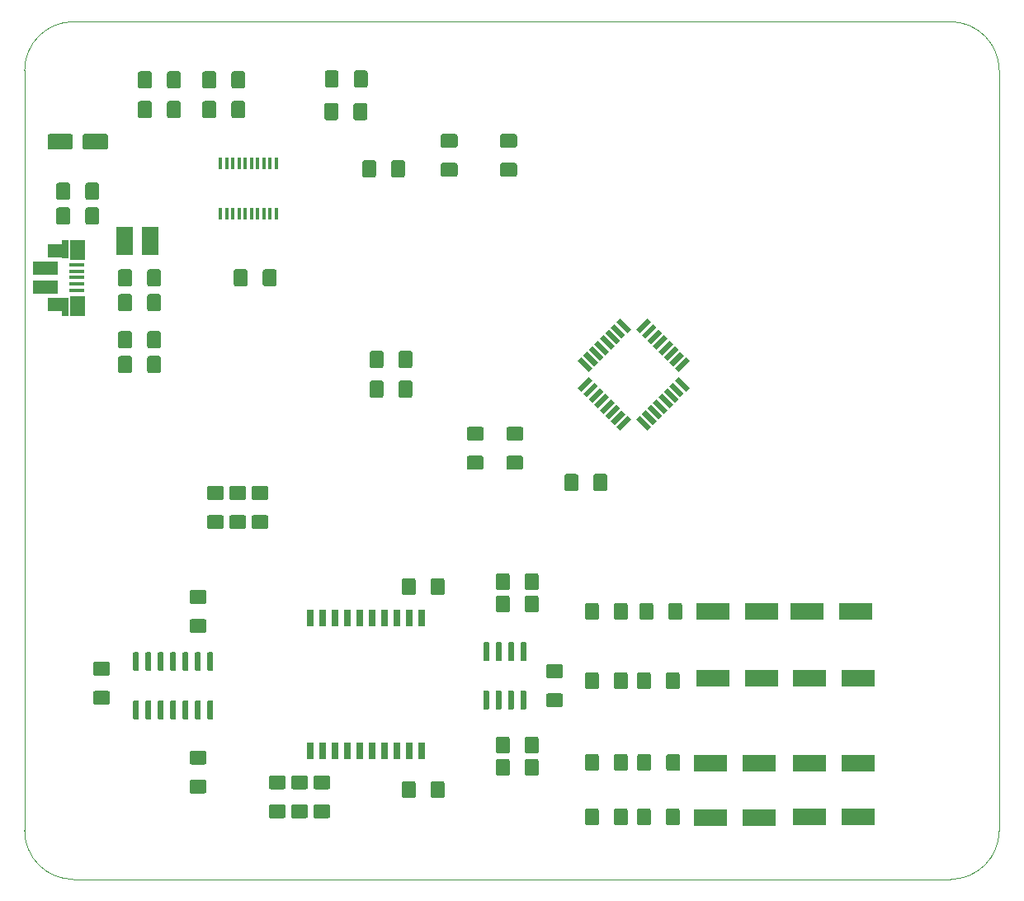
<source format=gbr>
G04 #@! TF.GenerationSoftware,KiCad,Pcbnew,5.1.5-52549c5~86~ubuntu19.10.1*
G04 #@! TF.CreationDate,2020-04-28T14:26:38+02:00*
G04 #@! TF.ProjectId,ArduinoDCC++,41726475-696e-46f4-9443-432b2b2e6b69,v.0.0.1c*
G04 #@! TF.SameCoordinates,Original*
G04 #@! TF.FileFunction,Paste,Top*
G04 #@! TF.FilePolarity,Positive*
%FSLAX46Y46*%
G04 Gerber Fmt 4.6, Leading zero omitted, Abs format (unit mm)*
G04 Created by KiCad (PCBNEW 5.1.5-52549c5~86~ubuntu19.10.1) date 2020-04-28 14:26:38*
%MOMM*%
%LPD*%
G04 APERTURE LIST*
%ADD10C,0.050000*%
%ADD11R,1.680000X2.950000*%
%ADD12C,0.100000*%
%ADD13R,3.500000X1.800000*%
%ADD14R,2.500000X1.430000*%
%ADD15R,1.650000X0.400000*%
%ADD16R,1.500000X2.000000*%
%ADD17R,0.700000X1.825000*%
%ADD18R,2.000000X1.350000*%
%ADD19R,0.700000X1.700000*%
%ADD20R,0.400000X1.200000*%
G04 APERTURE END LIST*
D10*
X55000000Y-150000000D02*
X145000000Y-150000000D01*
X50000000Y-67000000D02*
X50000000Y-145000000D01*
X145000000Y-62000000D02*
X55000000Y-62000000D01*
X150000000Y-145000000D02*
X150000000Y-67000000D01*
X150000000Y-145000000D02*
G75*
G02X145000000Y-150000000I-5000000J0D01*
G01*
X145000000Y-62000000D02*
G75*
G02X150000000Y-67000000I0J-5000000D01*
G01*
X50000000Y-67000000D02*
G75*
G02X55000000Y-62000000I5000000J0D01*
G01*
X55000000Y-150000000D02*
G75*
G02X50000000Y-145000000I0J5000000D01*
G01*
D11*
X60242500Y-84474000D03*
X62922500Y-84474000D03*
D12*
G36*
X84929505Y-70349205D02*
G01*
X84953774Y-70352805D01*
X84977572Y-70358766D01*
X85000672Y-70367031D01*
X85022850Y-70377521D01*
X85043894Y-70390134D01*
X85063599Y-70404748D01*
X85081778Y-70421224D01*
X85098254Y-70439403D01*
X85112868Y-70459108D01*
X85125481Y-70480152D01*
X85135971Y-70502330D01*
X85144236Y-70525430D01*
X85150197Y-70549228D01*
X85153797Y-70573497D01*
X85155001Y-70598001D01*
X85155001Y-71848001D01*
X85153797Y-71872505D01*
X85150197Y-71896774D01*
X85144236Y-71920572D01*
X85135971Y-71943672D01*
X85125481Y-71965850D01*
X85112868Y-71986894D01*
X85098254Y-72006599D01*
X85081778Y-72024778D01*
X85063599Y-72041254D01*
X85043894Y-72055868D01*
X85022850Y-72068481D01*
X85000672Y-72078971D01*
X84977572Y-72087236D01*
X84953774Y-72093197D01*
X84929505Y-72096797D01*
X84905001Y-72098001D01*
X83980001Y-72098001D01*
X83955497Y-72096797D01*
X83931228Y-72093197D01*
X83907430Y-72087236D01*
X83884330Y-72078971D01*
X83862152Y-72068481D01*
X83841108Y-72055868D01*
X83821403Y-72041254D01*
X83803224Y-72024778D01*
X83786748Y-72006599D01*
X83772134Y-71986894D01*
X83759521Y-71965850D01*
X83749031Y-71943672D01*
X83740766Y-71920572D01*
X83734805Y-71896774D01*
X83731205Y-71872505D01*
X83730001Y-71848001D01*
X83730001Y-70598001D01*
X83731205Y-70573497D01*
X83734805Y-70549228D01*
X83740766Y-70525430D01*
X83749031Y-70502330D01*
X83759521Y-70480152D01*
X83772134Y-70459108D01*
X83786748Y-70439403D01*
X83803224Y-70421224D01*
X83821403Y-70404748D01*
X83841108Y-70390134D01*
X83862152Y-70377521D01*
X83884330Y-70367031D01*
X83907430Y-70358766D01*
X83931228Y-70352805D01*
X83955497Y-70349205D01*
X83980001Y-70348001D01*
X84905001Y-70348001D01*
X84929505Y-70349205D01*
G37*
G36*
X81954505Y-70349205D02*
G01*
X81978774Y-70352805D01*
X82002572Y-70358766D01*
X82025672Y-70367031D01*
X82047850Y-70377521D01*
X82068894Y-70390134D01*
X82088599Y-70404748D01*
X82106778Y-70421224D01*
X82123254Y-70439403D01*
X82137868Y-70459108D01*
X82150481Y-70480152D01*
X82160971Y-70502330D01*
X82169236Y-70525430D01*
X82175197Y-70549228D01*
X82178797Y-70573497D01*
X82180001Y-70598001D01*
X82180001Y-71848001D01*
X82178797Y-71872505D01*
X82175197Y-71896774D01*
X82169236Y-71920572D01*
X82160971Y-71943672D01*
X82150481Y-71965850D01*
X82137868Y-71986894D01*
X82123254Y-72006599D01*
X82106778Y-72024778D01*
X82088599Y-72041254D01*
X82068894Y-72055868D01*
X82047850Y-72068481D01*
X82025672Y-72078971D01*
X82002572Y-72087236D01*
X81978774Y-72093197D01*
X81954505Y-72096797D01*
X81930001Y-72098001D01*
X81005001Y-72098001D01*
X80980497Y-72096797D01*
X80956228Y-72093197D01*
X80932430Y-72087236D01*
X80909330Y-72078971D01*
X80887152Y-72068481D01*
X80866108Y-72055868D01*
X80846403Y-72041254D01*
X80828224Y-72024778D01*
X80811748Y-72006599D01*
X80797134Y-71986894D01*
X80784521Y-71965850D01*
X80774031Y-71943672D01*
X80765766Y-71920572D01*
X80759805Y-71896774D01*
X80756205Y-71872505D01*
X80755001Y-71848001D01*
X80755001Y-70598001D01*
X80756205Y-70573497D01*
X80759805Y-70549228D01*
X80765766Y-70525430D01*
X80774031Y-70502330D01*
X80784521Y-70480152D01*
X80797134Y-70459108D01*
X80811748Y-70439403D01*
X80828224Y-70421224D01*
X80846403Y-70404748D01*
X80866108Y-70390134D01*
X80887152Y-70377521D01*
X80909330Y-70367031D01*
X80932430Y-70358766D01*
X80956228Y-70352805D01*
X80980497Y-70349205D01*
X81005001Y-70348001D01*
X81930001Y-70348001D01*
X81954505Y-70349205D01*
G37*
G36*
X84974505Y-67009205D02*
G01*
X84998774Y-67012805D01*
X85022572Y-67018766D01*
X85045672Y-67027031D01*
X85067850Y-67037521D01*
X85088894Y-67050134D01*
X85108599Y-67064748D01*
X85126778Y-67081224D01*
X85143254Y-67099403D01*
X85157868Y-67119108D01*
X85170481Y-67140152D01*
X85180971Y-67162330D01*
X85189236Y-67185430D01*
X85195197Y-67209228D01*
X85198797Y-67233497D01*
X85200001Y-67258001D01*
X85200001Y-68508001D01*
X85198797Y-68532505D01*
X85195197Y-68556774D01*
X85189236Y-68580572D01*
X85180971Y-68603672D01*
X85170481Y-68625850D01*
X85157868Y-68646894D01*
X85143254Y-68666599D01*
X85126778Y-68684778D01*
X85108599Y-68701254D01*
X85088894Y-68715868D01*
X85067850Y-68728481D01*
X85045672Y-68738971D01*
X85022572Y-68747236D01*
X84998774Y-68753197D01*
X84974505Y-68756797D01*
X84950001Y-68758001D01*
X84025001Y-68758001D01*
X84000497Y-68756797D01*
X83976228Y-68753197D01*
X83952430Y-68747236D01*
X83929330Y-68738971D01*
X83907152Y-68728481D01*
X83886108Y-68715868D01*
X83866403Y-68701254D01*
X83848224Y-68684778D01*
X83831748Y-68666599D01*
X83817134Y-68646894D01*
X83804521Y-68625850D01*
X83794031Y-68603672D01*
X83785766Y-68580572D01*
X83779805Y-68556774D01*
X83776205Y-68532505D01*
X83775001Y-68508001D01*
X83775001Y-67258001D01*
X83776205Y-67233497D01*
X83779805Y-67209228D01*
X83785766Y-67185430D01*
X83794031Y-67162330D01*
X83804521Y-67140152D01*
X83817134Y-67119108D01*
X83831748Y-67099403D01*
X83848224Y-67081224D01*
X83866403Y-67064748D01*
X83886108Y-67050134D01*
X83907152Y-67037521D01*
X83929330Y-67027031D01*
X83952430Y-67018766D01*
X83976228Y-67012805D01*
X84000497Y-67009205D01*
X84025001Y-67008001D01*
X84950001Y-67008001D01*
X84974505Y-67009205D01*
G37*
G36*
X81999505Y-67009205D02*
G01*
X82023774Y-67012805D01*
X82047572Y-67018766D01*
X82070672Y-67027031D01*
X82092850Y-67037521D01*
X82113894Y-67050134D01*
X82133599Y-67064748D01*
X82151778Y-67081224D01*
X82168254Y-67099403D01*
X82182868Y-67119108D01*
X82195481Y-67140152D01*
X82205971Y-67162330D01*
X82214236Y-67185430D01*
X82220197Y-67209228D01*
X82223797Y-67233497D01*
X82225001Y-67258001D01*
X82225001Y-68508001D01*
X82223797Y-68532505D01*
X82220197Y-68556774D01*
X82214236Y-68580572D01*
X82205971Y-68603672D01*
X82195481Y-68625850D01*
X82182868Y-68646894D01*
X82168254Y-68666599D01*
X82151778Y-68684778D01*
X82133599Y-68701254D01*
X82113894Y-68715868D01*
X82092850Y-68728481D01*
X82070672Y-68738971D01*
X82047572Y-68747236D01*
X82023774Y-68753197D01*
X81999505Y-68756797D01*
X81975001Y-68758001D01*
X81050001Y-68758001D01*
X81025497Y-68756797D01*
X81001228Y-68753197D01*
X80977430Y-68747236D01*
X80954330Y-68738971D01*
X80932152Y-68728481D01*
X80911108Y-68715868D01*
X80891403Y-68701254D01*
X80873224Y-68684778D01*
X80856748Y-68666599D01*
X80842134Y-68646894D01*
X80829521Y-68625850D01*
X80819031Y-68603672D01*
X80810766Y-68580572D01*
X80804805Y-68556774D01*
X80801205Y-68532505D01*
X80800001Y-68508001D01*
X80800001Y-67258001D01*
X80801205Y-67233497D01*
X80804805Y-67209228D01*
X80810766Y-67185430D01*
X80819031Y-67162330D01*
X80829521Y-67140152D01*
X80842134Y-67119108D01*
X80856748Y-67099403D01*
X80873224Y-67081224D01*
X80891403Y-67064748D01*
X80911108Y-67050134D01*
X80932152Y-67037521D01*
X80954330Y-67027031D01*
X80977430Y-67018766D01*
X81001228Y-67012805D01*
X81025497Y-67009205D01*
X81050001Y-67008001D01*
X81975001Y-67008001D01*
X81999505Y-67009205D01*
G37*
D13*
X120652000Y-129378000D03*
X125652000Y-129378000D03*
D12*
G36*
X69214703Y-131640722D02*
G01*
X69229264Y-131642882D01*
X69243543Y-131646459D01*
X69257403Y-131651418D01*
X69270710Y-131657712D01*
X69283336Y-131665280D01*
X69295159Y-131674048D01*
X69306066Y-131683934D01*
X69315952Y-131694841D01*
X69324720Y-131706664D01*
X69332288Y-131719290D01*
X69338582Y-131732597D01*
X69343541Y-131746457D01*
X69347118Y-131760736D01*
X69349278Y-131775297D01*
X69350000Y-131790000D01*
X69350000Y-133440000D01*
X69349278Y-133454703D01*
X69347118Y-133469264D01*
X69343541Y-133483543D01*
X69338582Y-133497403D01*
X69332288Y-133510710D01*
X69324720Y-133523336D01*
X69315952Y-133535159D01*
X69306066Y-133546066D01*
X69295159Y-133555952D01*
X69283336Y-133564720D01*
X69270710Y-133572288D01*
X69257403Y-133578582D01*
X69243543Y-133583541D01*
X69229264Y-133587118D01*
X69214703Y-133589278D01*
X69200000Y-133590000D01*
X68900000Y-133590000D01*
X68885297Y-133589278D01*
X68870736Y-133587118D01*
X68856457Y-133583541D01*
X68842597Y-133578582D01*
X68829290Y-133572288D01*
X68816664Y-133564720D01*
X68804841Y-133555952D01*
X68793934Y-133546066D01*
X68784048Y-133535159D01*
X68775280Y-133523336D01*
X68767712Y-133510710D01*
X68761418Y-133497403D01*
X68756459Y-133483543D01*
X68752882Y-133469264D01*
X68750722Y-133454703D01*
X68750000Y-133440000D01*
X68750000Y-131790000D01*
X68750722Y-131775297D01*
X68752882Y-131760736D01*
X68756459Y-131746457D01*
X68761418Y-131732597D01*
X68767712Y-131719290D01*
X68775280Y-131706664D01*
X68784048Y-131694841D01*
X68793934Y-131683934D01*
X68804841Y-131674048D01*
X68816664Y-131665280D01*
X68829290Y-131657712D01*
X68842597Y-131651418D01*
X68856457Y-131646459D01*
X68870736Y-131642882D01*
X68885297Y-131640722D01*
X68900000Y-131640000D01*
X69200000Y-131640000D01*
X69214703Y-131640722D01*
G37*
G36*
X67944703Y-131640722D02*
G01*
X67959264Y-131642882D01*
X67973543Y-131646459D01*
X67987403Y-131651418D01*
X68000710Y-131657712D01*
X68013336Y-131665280D01*
X68025159Y-131674048D01*
X68036066Y-131683934D01*
X68045952Y-131694841D01*
X68054720Y-131706664D01*
X68062288Y-131719290D01*
X68068582Y-131732597D01*
X68073541Y-131746457D01*
X68077118Y-131760736D01*
X68079278Y-131775297D01*
X68080000Y-131790000D01*
X68080000Y-133440000D01*
X68079278Y-133454703D01*
X68077118Y-133469264D01*
X68073541Y-133483543D01*
X68068582Y-133497403D01*
X68062288Y-133510710D01*
X68054720Y-133523336D01*
X68045952Y-133535159D01*
X68036066Y-133546066D01*
X68025159Y-133555952D01*
X68013336Y-133564720D01*
X68000710Y-133572288D01*
X67987403Y-133578582D01*
X67973543Y-133583541D01*
X67959264Y-133587118D01*
X67944703Y-133589278D01*
X67930000Y-133590000D01*
X67630000Y-133590000D01*
X67615297Y-133589278D01*
X67600736Y-133587118D01*
X67586457Y-133583541D01*
X67572597Y-133578582D01*
X67559290Y-133572288D01*
X67546664Y-133564720D01*
X67534841Y-133555952D01*
X67523934Y-133546066D01*
X67514048Y-133535159D01*
X67505280Y-133523336D01*
X67497712Y-133510710D01*
X67491418Y-133497403D01*
X67486459Y-133483543D01*
X67482882Y-133469264D01*
X67480722Y-133454703D01*
X67480000Y-133440000D01*
X67480000Y-131790000D01*
X67480722Y-131775297D01*
X67482882Y-131760736D01*
X67486459Y-131746457D01*
X67491418Y-131732597D01*
X67497712Y-131719290D01*
X67505280Y-131706664D01*
X67514048Y-131694841D01*
X67523934Y-131683934D01*
X67534841Y-131674048D01*
X67546664Y-131665280D01*
X67559290Y-131657712D01*
X67572597Y-131651418D01*
X67586457Y-131646459D01*
X67600736Y-131642882D01*
X67615297Y-131640722D01*
X67630000Y-131640000D01*
X67930000Y-131640000D01*
X67944703Y-131640722D01*
G37*
G36*
X66674703Y-131640722D02*
G01*
X66689264Y-131642882D01*
X66703543Y-131646459D01*
X66717403Y-131651418D01*
X66730710Y-131657712D01*
X66743336Y-131665280D01*
X66755159Y-131674048D01*
X66766066Y-131683934D01*
X66775952Y-131694841D01*
X66784720Y-131706664D01*
X66792288Y-131719290D01*
X66798582Y-131732597D01*
X66803541Y-131746457D01*
X66807118Y-131760736D01*
X66809278Y-131775297D01*
X66810000Y-131790000D01*
X66810000Y-133440000D01*
X66809278Y-133454703D01*
X66807118Y-133469264D01*
X66803541Y-133483543D01*
X66798582Y-133497403D01*
X66792288Y-133510710D01*
X66784720Y-133523336D01*
X66775952Y-133535159D01*
X66766066Y-133546066D01*
X66755159Y-133555952D01*
X66743336Y-133564720D01*
X66730710Y-133572288D01*
X66717403Y-133578582D01*
X66703543Y-133583541D01*
X66689264Y-133587118D01*
X66674703Y-133589278D01*
X66660000Y-133590000D01*
X66360000Y-133590000D01*
X66345297Y-133589278D01*
X66330736Y-133587118D01*
X66316457Y-133583541D01*
X66302597Y-133578582D01*
X66289290Y-133572288D01*
X66276664Y-133564720D01*
X66264841Y-133555952D01*
X66253934Y-133546066D01*
X66244048Y-133535159D01*
X66235280Y-133523336D01*
X66227712Y-133510710D01*
X66221418Y-133497403D01*
X66216459Y-133483543D01*
X66212882Y-133469264D01*
X66210722Y-133454703D01*
X66210000Y-133440000D01*
X66210000Y-131790000D01*
X66210722Y-131775297D01*
X66212882Y-131760736D01*
X66216459Y-131746457D01*
X66221418Y-131732597D01*
X66227712Y-131719290D01*
X66235280Y-131706664D01*
X66244048Y-131694841D01*
X66253934Y-131683934D01*
X66264841Y-131674048D01*
X66276664Y-131665280D01*
X66289290Y-131657712D01*
X66302597Y-131651418D01*
X66316457Y-131646459D01*
X66330736Y-131642882D01*
X66345297Y-131640722D01*
X66360000Y-131640000D01*
X66660000Y-131640000D01*
X66674703Y-131640722D01*
G37*
G36*
X65404703Y-131640722D02*
G01*
X65419264Y-131642882D01*
X65433543Y-131646459D01*
X65447403Y-131651418D01*
X65460710Y-131657712D01*
X65473336Y-131665280D01*
X65485159Y-131674048D01*
X65496066Y-131683934D01*
X65505952Y-131694841D01*
X65514720Y-131706664D01*
X65522288Y-131719290D01*
X65528582Y-131732597D01*
X65533541Y-131746457D01*
X65537118Y-131760736D01*
X65539278Y-131775297D01*
X65540000Y-131790000D01*
X65540000Y-133440000D01*
X65539278Y-133454703D01*
X65537118Y-133469264D01*
X65533541Y-133483543D01*
X65528582Y-133497403D01*
X65522288Y-133510710D01*
X65514720Y-133523336D01*
X65505952Y-133535159D01*
X65496066Y-133546066D01*
X65485159Y-133555952D01*
X65473336Y-133564720D01*
X65460710Y-133572288D01*
X65447403Y-133578582D01*
X65433543Y-133583541D01*
X65419264Y-133587118D01*
X65404703Y-133589278D01*
X65390000Y-133590000D01*
X65090000Y-133590000D01*
X65075297Y-133589278D01*
X65060736Y-133587118D01*
X65046457Y-133583541D01*
X65032597Y-133578582D01*
X65019290Y-133572288D01*
X65006664Y-133564720D01*
X64994841Y-133555952D01*
X64983934Y-133546066D01*
X64974048Y-133535159D01*
X64965280Y-133523336D01*
X64957712Y-133510710D01*
X64951418Y-133497403D01*
X64946459Y-133483543D01*
X64942882Y-133469264D01*
X64940722Y-133454703D01*
X64940000Y-133440000D01*
X64940000Y-131790000D01*
X64940722Y-131775297D01*
X64942882Y-131760736D01*
X64946459Y-131746457D01*
X64951418Y-131732597D01*
X64957712Y-131719290D01*
X64965280Y-131706664D01*
X64974048Y-131694841D01*
X64983934Y-131683934D01*
X64994841Y-131674048D01*
X65006664Y-131665280D01*
X65019290Y-131657712D01*
X65032597Y-131651418D01*
X65046457Y-131646459D01*
X65060736Y-131642882D01*
X65075297Y-131640722D01*
X65090000Y-131640000D01*
X65390000Y-131640000D01*
X65404703Y-131640722D01*
G37*
G36*
X64134703Y-131640722D02*
G01*
X64149264Y-131642882D01*
X64163543Y-131646459D01*
X64177403Y-131651418D01*
X64190710Y-131657712D01*
X64203336Y-131665280D01*
X64215159Y-131674048D01*
X64226066Y-131683934D01*
X64235952Y-131694841D01*
X64244720Y-131706664D01*
X64252288Y-131719290D01*
X64258582Y-131732597D01*
X64263541Y-131746457D01*
X64267118Y-131760736D01*
X64269278Y-131775297D01*
X64270000Y-131790000D01*
X64270000Y-133440000D01*
X64269278Y-133454703D01*
X64267118Y-133469264D01*
X64263541Y-133483543D01*
X64258582Y-133497403D01*
X64252288Y-133510710D01*
X64244720Y-133523336D01*
X64235952Y-133535159D01*
X64226066Y-133546066D01*
X64215159Y-133555952D01*
X64203336Y-133564720D01*
X64190710Y-133572288D01*
X64177403Y-133578582D01*
X64163543Y-133583541D01*
X64149264Y-133587118D01*
X64134703Y-133589278D01*
X64120000Y-133590000D01*
X63820000Y-133590000D01*
X63805297Y-133589278D01*
X63790736Y-133587118D01*
X63776457Y-133583541D01*
X63762597Y-133578582D01*
X63749290Y-133572288D01*
X63736664Y-133564720D01*
X63724841Y-133555952D01*
X63713934Y-133546066D01*
X63704048Y-133535159D01*
X63695280Y-133523336D01*
X63687712Y-133510710D01*
X63681418Y-133497403D01*
X63676459Y-133483543D01*
X63672882Y-133469264D01*
X63670722Y-133454703D01*
X63670000Y-133440000D01*
X63670000Y-131790000D01*
X63670722Y-131775297D01*
X63672882Y-131760736D01*
X63676459Y-131746457D01*
X63681418Y-131732597D01*
X63687712Y-131719290D01*
X63695280Y-131706664D01*
X63704048Y-131694841D01*
X63713934Y-131683934D01*
X63724841Y-131674048D01*
X63736664Y-131665280D01*
X63749290Y-131657712D01*
X63762597Y-131651418D01*
X63776457Y-131646459D01*
X63790736Y-131642882D01*
X63805297Y-131640722D01*
X63820000Y-131640000D01*
X64120000Y-131640000D01*
X64134703Y-131640722D01*
G37*
G36*
X62864703Y-131640722D02*
G01*
X62879264Y-131642882D01*
X62893543Y-131646459D01*
X62907403Y-131651418D01*
X62920710Y-131657712D01*
X62933336Y-131665280D01*
X62945159Y-131674048D01*
X62956066Y-131683934D01*
X62965952Y-131694841D01*
X62974720Y-131706664D01*
X62982288Y-131719290D01*
X62988582Y-131732597D01*
X62993541Y-131746457D01*
X62997118Y-131760736D01*
X62999278Y-131775297D01*
X63000000Y-131790000D01*
X63000000Y-133440000D01*
X62999278Y-133454703D01*
X62997118Y-133469264D01*
X62993541Y-133483543D01*
X62988582Y-133497403D01*
X62982288Y-133510710D01*
X62974720Y-133523336D01*
X62965952Y-133535159D01*
X62956066Y-133546066D01*
X62945159Y-133555952D01*
X62933336Y-133564720D01*
X62920710Y-133572288D01*
X62907403Y-133578582D01*
X62893543Y-133583541D01*
X62879264Y-133587118D01*
X62864703Y-133589278D01*
X62850000Y-133590000D01*
X62550000Y-133590000D01*
X62535297Y-133589278D01*
X62520736Y-133587118D01*
X62506457Y-133583541D01*
X62492597Y-133578582D01*
X62479290Y-133572288D01*
X62466664Y-133564720D01*
X62454841Y-133555952D01*
X62443934Y-133546066D01*
X62434048Y-133535159D01*
X62425280Y-133523336D01*
X62417712Y-133510710D01*
X62411418Y-133497403D01*
X62406459Y-133483543D01*
X62402882Y-133469264D01*
X62400722Y-133454703D01*
X62400000Y-133440000D01*
X62400000Y-131790000D01*
X62400722Y-131775297D01*
X62402882Y-131760736D01*
X62406459Y-131746457D01*
X62411418Y-131732597D01*
X62417712Y-131719290D01*
X62425280Y-131706664D01*
X62434048Y-131694841D01*
X62443934Y-131683934D01*
X62454841Y-131674048D01*
X62466664Y-131665280D01*
X62479290Y-131657712D01*
X62492597Y-131651418D01*
X62506457Y-131646459D01*
X62520736Y-131642882D01*
X62535297Y-131640722D01*
X62550000Y-131640000D01*
X62850000Y-131640000D01*
X62864703Y-131640722D01*
G37*
G36*
X61594703Y-131640722D02*
G01*
X61609264Y-131642882D01*
X61623543Y-131646459D01*
X61637403Y-131651418D01*
X61650710Y-131657712D01*
X61663336Y-131665280D01*
X61675159Y-131674048D01*
X61686066Y-131683934D01*
X61695952Y-131694841D01*
X61704720Y-131706664D01*
X61712288Y-131719290D01*
X61718582Y-131732597D01*
X61723541Y-131746457D01*
X61727118Y-131760736D01*
X61729278Y-131775297D01*
X61730000Y-131790000D01*
X61730000Y-133440000D01*
X61729278Y-133454703D01*
X61727118Y-133469264D01*
X61723541Y-133483543D01*
X61718582Y-133497403D01*
X61712288Y-133510710D01*
X61704720Y-133523336D01*
X61695952Y-133535159D01*
X61686066Y-133546066D01*
X61675159Y-133555952D01*
X61663336Y-133564720D01*
X61650710Y-133572288D01*
X61637403Y-133578582D01*
X61623543Y-133583541D01*
X61609264Y-133587118D01*
X61594703Y-133589278D01*
X61580000Y-133590000D01*
X61280000Y-133590000D01*
X61265297Y-133589278D01*
X61250736Y-133587118D01*
X61236457Y-133583541D01*
X61222597Y-133578582D01*
X61209290Y-133572288D01*
X61196664Y-133564720D01*
X61184841Y-133555952D01*
X61173934Y-133546066D01*
X61164048Y-133535159D01*
X61155280Y-133523336D01*
X61147712Y-133510710D01*
X61141418Y-133497403D01*
X61136459Y-133483543D01*
X61132882Y-133469264D01*
X61130722Y-133454703D01*
X61130000Y-133440000D01*
X61130000Y-131790000D01*
X61130722Y-131775297D01*
X61132882Y-131760736D01*
X61136459Y-131746457D01*
X61141418Y-131732597D01*
X61147712Y-131719290D01*
X61155280Y-131706664D01*
X61164048Y-131694841D01*
X61173934Y-131683934D01*
X61184841Y-131674048D01*
X61196664Y-131665280D01*
X61209290Y-131657712D01*
X61222597Y-131651418D01*
X61236457Y-131646459D01*
X61250736Y-131642882D01*
X61265297Y-131640722D01*
X61280000Y-131640000D01*
X61580000Y-131640000D01*
X61594703Y-131640722D01*
G37*
G36*
X61594703Y-126690722D02*
G01*
X61609264Y-126692882D01*
X61623543Y-126696459D01*
X61637403Y-126701418D01*
X61650710Y-126707712D01*
X61663336Y-126715280D01*
X61675159Y-126724048D01*
X61686066Y-126733934D01*
X61695952Y-126744841D01*
X61704720Y-126756664D01*
X61712288Y-126769290D01*
X61718582Y-126782597D01*
X61723541Y-126796457D01*
X61727118Y-126810736D01*
X61729278Y-126825297D01*
X61730000Y-126840000D01*
X61730000Y-128490000D01*
X61729278Y-128504703D01*
X61727118Y-128519264D01*
X61723541Y-128533543D01*
X61718582Y-128547403D01*
X61712288Y-128560710D01*
X61704720Y-128573336D01*
X61695952Y-128585159D01*
X61686066Y-128596066D01*
X61675159Y-128605952D01*
X61663336Y-128614720D01*
X61650710Y-128622288D01*
X61637403Y-128628582D01*
X61623543Y-128633541D01*
X61609264Y-128637118D01*
X61594703Y-128639278D01*
X61580000Y-128640000D01*
X61280000Y-128640000D01*
X61265297Y-128639278D01*
X61250736Y-128637118D01*
X61236457Y-128633541D01*
X61222597Y-128628582D01*
X61209290Y-128622288D01*
X61196664Y-128614720D01*
X61184841Y-128605952D01*
X61173934Y-128596066D01*
X61164048Y-128585159D01*
X61155280Y-128573336D01*
X61147712Y-128560710D01*
X61141418Y-128547403D01*
X61136459Y-128533543D01*
X61132882Y-128519264D01*
X61130722Y-128504703D01*
X61130000Y-128490000D01*
X61130000Y-126840000D01*
X61130722Y-126825297D01*
X61132882Y-126810736D01*
X61136459Y-126796457D01*
X61141418Y-126782597D01*
X61147712Y-126769290D01*
X61155280Y-126756664D01*
X61164048Y-126744841D01*
X61173934Y-126733934D01*
X61184841Y-126724048D01*
X61196664Y-126715280D01*
X61209290Y-126707712D01*
X61222597Y-126701418D01*
X61236457Y-126696459D01*
X61250736Y-126692882D01*
X61265297Y-126690722D01*
X61280000Y-126690000D01*
X61580000Y-126690000D01*
X61594703Y-126690722D01*
G37*
G36*
X62864703Y-126690722D02*
G01*
X62879264Y-126692882D01*
X62893543Y-126696459D01*
X62907403Y-126701418D01*
X62920710Y-126707712D01*
X62933336Y-126715280D01*
X62945159Y-126724048D01*
X62956066Y-126733934D01*
X62965952Y-126744841D01*
X62974720Y-126756664D01*
X62982288Y-126769290D01*
X62988582Y-126782597D01*
X62993541Y-126796457D01*
X62997118Y-126810736D01*
X62999278Y-126825297D01*
X63000000Y-126840000D01*
X63000000Y-128490000D01*
X62999278Y-128504703D01*
X62997118Y-128519264D01*
X62993541Y-128533543D01*
X62988582Y-128547403D01*
X62982288Y-128560710D01*
X62974720Y-128573336D01*
X62965952Y-128585159D01*
X62956066Y-128596066D01*
X62945159Y-128605952D01*
X62933336Y-128614720D01*
X62920710Y-128622288D01*
X62907403Y-128628582D01*
X62893543Y-128633541D01*
X62879264Y-128637118D01*
X62864703Y-128639278D01*
X62850000Y-128640000D01*
X62550000Y-128640000D01*
X62535297Y-128639278D01*
X62520736Y-128637118D01*
X62506457Y-128633541D01*
X62492597Y-128628582D01*
X62479290Y-128622288D01*
X62466664Y-128614720D01*
X62454841Y-128605952D01*
X62443934Y-128596066D01*
X62434048Y-128585159D01*
X62425280Y-128573336D01*
X62417712Y-128560710D01*
X62411418Y-128547403D01*
X62406459Y-128533543D01*
X62402882Y-128519264D01*
X62400722Y-128504703D01*
X62400000Y-128490000D01*
X62400000Y-126840000D01*
X62400722Y-126825297D01*
X62402882Y-126810736D01*
X62406459Y-126796457D01*
X62411418Y-126782597D01*
X62417712Y-126769290D01*
X62425280Y-126756664D01*
X62434048Y-126744841D01*
X62443934Y-126733934D01*
X62454841Y-126724048D01*
X62466664Y-126715280D01*
X62479290Y-126707712D01*
X62492597Y-126701418D01*
X62506457Y-126696459D01*
X62520736Y-126692882D01*
X62535297Y-126690722D01*
X62550000Y-126690000D01*
X62850000Y-126690000D01*
X62864703Y-126690722D01*
G37*
G36*
X64134703Y-126690722D02*
G01*
X64149264Y-126692882D01*
X64163543Y-126696459D01*
X64177403Y-126701418D01*
X64190710Y-126707712D01*
X64203336Y-126715280D01*
X64215159Y-126724048D01*
X64226066Y-126733934D01*
X64235952Y-126744841D01*
X64244720Y-126756664D01*
X64252288Y-126769290D01*
X64258582Y-126782597D01*
X64263541Y-126796457D01*
X64267118Y-126810736D01*
X64269278Y-126825297D01*
X64270000Y-126840000D01*
X64270000Y-128490000D01*
X64269278Y-128504703D01*
X64267118Y-128519264D01*
X64263541Y-128533543D01*
X64258582Y-128547403D01*
X64252288Y-128560710D01*
X64244720Y-128573336D01*
X64235952Y-128585159D01*
X64226066Y-128596066D01*
X64215159Y-128605952D01*
X64203336Y-128614720D01*
X64190710Y-128622288D01*
X64177403Y-128628582D01*
X64163543Y-128633541D01*
X64149264Y-128637118D01*
X64134703Y-128639278D01*
X64120000Y-128640000D01*
X63820000Y-128640000D01*
X63805297Y-128639278D01*
X63790736Y-128637118D01*
X63776457Y-128633541D01*
X63762597Y-128628582D01*
X63749290Y-128622288D01*
X63736664Y-128614720D01*
X63724841Y-128605952D01*
X63713934Y-128596066D01*
X63704048Y-128585159D01*
X63695280Y-128573336D01*
X63687712Y-128560710D01*
X63681418Y-128547403D01*
X63676459Y-128533543D01*
X63672882Y-128519264D01*
X63670722Y-128504703D01*
X63670000Y-128490000D01*
X63670000Y-126840000D01*
X63670722Y-126825297D01*
X63672882Y-126810736D01*
X63676459Y-126796457D01*
X63681418Y-126782597D01*
X63687712Y-126769290D01*
X63695280Y-126756664D01*
X63704048Y-126744841D01*
X63713934Y-126733934D01*
X63724841Y-126724048D01*
X63736664Y-126715280D01*
X63749290Y-126707712D01*
X63762597Y-126701418D01*
X63776457Y-126696459D01*
X63790736Y-126692882D01*
X63805297Y-126690722D01*
X63820000Y-126690000D01*
X64120000Y-126690000D01*
X64134703Y-126690722D01*
G37*
G36*
X65404703Y-126690722D02*
G01*
X65419264Y-126692882D01*
X65433543Y-126696459D01*
X65447403Y-126701418D01*
X65460710Y-126707712D01*
X65473336Y-126715280D01*
X65485159Y-126724048D01*
X65496066Y-126733934D01*
X65505952Y-126744841D01*
X65514720Y-126756664D01*
X65522288Y-126769290D01*
X65528582Y-126782597D01*
X65533541Y-126796457D01*
X65537118Y-126810736D01*
X65539278Y-126825297D01*
X65540000Y-126840000D01*
X65540000Y-128490000D01*
X65539278Y-128504703D01*
X65537118Y-128519264D01*
X65533541Y-128533543D01*
X65528582Y-128547403D01*
X65522288Y-128560710D01*
X65514720Y-128573336D01*
X65505952Y-128585159D01*
X65496066Y-128596066D01*
X65485159Y-128605952D01*
X65473336Y-128614720D01*
X65460710Y-128622288D01*
X65447403Y-128628582D01*
X65433543Y-128633541D01*
X65419264Y-128637118D01*
X65404703Y-128639278D01*
X65390000Y-128640000D01*
X65090000Y-128640000D01*
X65075297Y-128639278D01*
X65060736Y-128637118D01*
X65046457Y-128633541D01*
X65032597Y-128628582D01*
X65019290Y-128622288D01*
X65006664Y-128614720D01*
X64994841Y-128605952D01*
X64983934Y-128596066D01*
X64974048Y-128585159D01*
X64965280Y-128573336D01*
X64957712Y-128560710D01*
X64951418Y-128547403D01*
X64946459Y-128533543D01*
X64942882Y-128519264D01*
X64940722Y-128504703D01*
X64940000Y-128490000D01*
X64940000Y-126840000D01*
X64940722Y-126825297D01*
X64942882Y-126810736D01*
X64946459Y-126796457D01*
X64951418Y-126782597D01*
X64957712Y-126769290D01*
X64965280Y-126756664D01*
X64974048Y-126744841D01*
X64983934Y-126733934D01*
X64994841Y-126724048D01*
X65006664Y-126715280D01*
X65019290Y-126707712D01*
X65032597Y-126701418D01*
X65046457Y-126696459D01*
X65060736Y-126692882D01*
X65075297Y-126690722D01*
X65090000Y-126690000D01*
X65390000Y-126690000D01*
X65404703Y-126690722D01*
G37*
G36*
X66674703Y-126690722D02*
G01*
X66689264Y-126692882D01*
X66703543Y-126696459D01*
X66717403Y-126701418D01*
X66730710Y-126707712D01*
X66743336Y-126715280D01*
X66755159Y-126724048D01*
X66766066Y-126733934D01*
X66775952Y-126744841D01*
X66784720Y-126756664D01*
X66792288Y-126769290D01*
X66798582Y-126782597D01*
X66803541Y-126796457D01*
X66807118Y-126810736D01*
X66809278Y-126825297D01*
X66810000Y-126840000D01*
X66810000Y-128490000D01*
X66809278Y-128504703D01*
X66807118Y-128519264D01*
X66803541Y-128533543D01*
X66798582Y-128547403D01*
X66792288Y-128560710D01*
X66784720Y-128573336D01*
X66775952Y-128585159D01*
X66766066Y-128596066D01*
X66755159Y-128605952D01*
X66743336Y-128614720D01*
X66730710Y-128622288D01*
X66717403Y-128628582D01*
X66703543Y-128633541D01*
X66689264Y-128637118D01*
X66674703Y-128639278D01*
X66660000Y-128640000D01*
X66360000Y-128640000D01*
X66345297Y-128639278D01*
X66330736Y-128637118D01*
X66316457Y-128633541D01*
X66302597Y-128628582D01*
X66289290Y-128622288D01*
X66276664Y-128614720D01*
X66264841Y-128605952D01*
X66253934Y-128596066D01*
X66244048Y-128585159D01*
X66235280Y-128573336D01*
X66227712Y-128560710D01*
X66221418Y-128547403D01*
X66216459Y-128533543D01*
X66212882Y-128519264D01*
X66210722Y-128504703D01*
X66210000Y-128490000D01*
X66210000Y-126840000D01*
X66210722Y-126825297D01*
X66212882Y-126810736D01*
X66216459Y-126796457D01*
X66221418Y-126782597D01*
X66227712Y-126769290D01*
X66235280Y-126756664D01*
X66244048Y-126744841D01*
X66253934Y-126733934D01*
X66264841Y-126724048D01*
X66276664Y-126715280D01*
X66289290Y-126707712D01*
X66302597Y-126701418D01*
X66316457Y-126696459D01*
X66330736Y-126692882D01*
X66345297Y-126690722D01*
X66360000Y-126690000D01*
X66660000Y-126690000D01*
X66674703Y-126690722D01*
G37*
G36*
X67944703Y-126690722D02*
G01*
X67959264Y-126692882D01*
X67973543Y-126696459D01*
X67987403Y-126701418D01*
X68000710Y-126707712D01*
X68013336Y-126715280D01*
X68025159Y-126724048D01*
X68036066Y-126733934D01*
X68045952Y-126744841D01*
X68054720Y-126756664D01*
X68062288Y-126769290D01*
X68068582Y-126782597D01*
X68073541Y-126796457D01*
X68077118Y-126810736D01*
X68079278Y-126825297D01*
X68080000Y-126840000D01*
X68080000Y-128490000D01*
X68079278Y-128504703D01*
X68077118Y-128519264D01*
X68073541Y-128533543D01*
X68068582Y-128547403D01*
X68062288Y-128560710D01*
X68054720Y-128573336D01*
X68045952Y-128585159D01*
X68036066Y-128596066D01*
X68025159Y-128605952D01*
X68013336Y-128614720D01*
X68000710Y-128622288D01*
X67987403Y-128628582D01*
X67973543Y-128633541D01*
X67959264Y-128637118D01*
X67944703Y-128639278D01*
X67930000Y-128640000D01*
X67630000Y-128640000D01*
X67615297Y-128639278D01*
X67600736Y-128637118D01*
X67586457Y-128633541D01*
X67572597Y-128628582D01*
X67559290Y-128622288D01*
X67546664Y-128614720D01*
X67534841Y-128605952D01*
X67523934Y-128596066D01*
X67514048Y-128585159D01*
X67505280Y-128573336D01*
X67497712Y-128560710D01*
X67491418Y-128547403D01*
X67486459Y-128533543D01*
X67482882Y-128519264D01*
X67480722Y-128504703D01*
X67480000Y-128490000D01*
X67480000Y-126840000D01*
X67480722Y-126825297D01*
X67482882Y-126810736D01*
X67486459Y-126796457D01*
X67491418Y-126782597D01*
X67497712Y-126769290D01*
X67505280Y-126756664D01*
X67514048Y-126744841D01*
X67523934Y-126733934D01*
X67534841Y-126724048D01*
X67546664Y-126715280D01*
X67559290Y-126707712D01*
X67572597Y-126701418D01*
X67586457Y-126696459D01*
X67600736Y-126692882D01*
X67615297Y-126690722D01*
X67630000Y-126690000D01*
X67930000Y-126690000D01*
X67944703Y-126690722D01*
G37*
G36*
X69214703Y-126690722D02*
G01*
X69229264Y-126692882D01*
X69243543Y-126696459D01*
X69257403Y-126701418D01*
X69270710Y-126707712D01*
X69283336Y-126715280D01*
X69295159Y-126724048D01*
X69306066Y-126733934D01*
X69315952Y-126744841D01*
X69324720Y-126756664D01*
X69332288Y-126769290D01*
X69338582Y-126782597D01*
X69343541Y-126796457D01*
X69347118Y-126810736D01*
X69349278Y-126825297D01*
X69350000Y-126840000D01*
X69350000Y-128490000D01*
X69349278Y-128504703D01*
X69347118Y-128519264D01*
X69343541Y-128533543D01*
X69338582Y-128547403D01*
X69332288Y-128560710D01*
X69324720Y-128573336D01*
X69315952Y-128585159D01*
X69306066Y-128596066D01*
X69295159Y-128605952D01*
X69283336Y-128614720D01*
X69270710Y-128622288D01*
X69257403Y-128628582D01*
X69243543Y-128633541D01*
X69229264Y-128637118D01*
X69214703Y-128639278D01*
X69200000Y-128640000D01*
X68900000Y-128640000D01*
X68885297Y-128639278D01*
X68870736Y-128637118D01*
X68856457Y-128633541D01*
X68842597Y-128628582D01*
X68829290Y-128622288D01*
X68816664Y-128614720D01*
X68804841Y-128605952D01*
X68793934Y-128596066D01*
X68784048Y-128585159D01*
X68775280Y-128573336D01*
X68767712Y-128560710D01*
X68761418Y-128547403D01*
X68756459Y-128533543D01*
X68752882Y-128519264D01*
X68750722Y-128504703D01*
X68750000Y-128490000D01*
X68750000Y-126840000D01*
X68750722Y-126825297D01*
X68752882Y-126810736D01*
X68756459Y-126796457D01*
X68761418Y-126782597D01*
X68767712Y-126769290D01*
X68775280Y-126756664D01*
X68784048Y-126744841D01*
X68793934Y-126733934D01*
X68804841Y-126724048D01*
X68816664Y-126715280D01*
X68829290Y-126707712D01*
X68842597Y-126701418D01*
X68856457Y-126696459D01*
X68870736Y-126692882D01*
X68885297Y-126690722D01*
X68900000Y-126690000D01*
X69200000Y-126690000D01*
X69214703Y-126690722D01*
G37*
G36*
X68429504Y-136794704D02*
G01*
X68453773Y-136798304D01*
X68477571Y-136804265D01*
X68500671Y-136812530D01*
X68522849Y-136823020D01*
X68543893Y-136835633D01*
X68563598Y-136850247D01*
X68581777Y-136866723D01*
X68598253Y-136884902D01*
X68612867Y-136904607D01*
X68625480Y-136925651D01*
X68635970Y-136947829D01*
X68644235Y-136970929D01*
X68650196Y-136994727D01*
X68653796Y-137018996D01*
X68655000Y-137043500D01*
X68655000Y-137968500D01*
X68653796Y-137993004D01*
X68650196Y-138017273D01*
X68644235Y-138041071D01*
X68635970Y-138064171D01*
X68625480Y-138086349D01*
X68612867Y-138107393D01*
X68598253Y-138127098D01*
X68581777Y-138145277D01*
X68563598Y-138161753D01*
X68543893Y-138176367D01*
X68522849Y-138188980D01*
X68500671Y-138199470D01*
X68477571Y-138207735D01*
X68453773Y-138213696D01*
X68429504Y-138217296D01*
X68405000Y-138218500D01*
X67155000Y-138218500D01*
X67130496Y-138217296D01*
X67106227Y-138213696D01*
X67082429Y-138207735D01*
X67059329Y-138199470D01*
X67037151Y-138188980D01*
X67016107Y-138176367D01*
X66996402Y-138161753D01*
X66978223Y-138145277D01*
X66961747Y-138127098D01*
X66947133Y-138107393D01*
X66934520Y-138086349D01*
X66924030Y-138064171D01*
X66915765Y-138041071D01*
X66909804Y-138017273D01*
X66906204Y-137993004D01*
X66905000Y-137968500D01*
X66905000Y-137043500D01*
X66906204Y-137018996D01*
X66909804Y-136994727D01*
X66915765Y-136970929D01*
X66924030Y-136947829D01*
X66934520Y-136925651D01*
X66947133Y-136904607D01*
X66961747Y-136884902D01*
X66978223Y-136866723D01*
X66996402Y-136850247D01*
X67016107Y-136835633D01*
X67037151Y-136823020D01*
X67059329Y-136812530D01*
X67082429Y-136804265D01*
X67106227Y-136798304D01*
X67130496Y-136794704D01*
X67155000Y-136793500D01*
X68405000Y-136793500D01*
X68429504Y-136794704D01*
G37*
G36*
X68429504Y-139769704D02*
G01*
X68453773Y-139773304D01*
X68477571Y-139779265D01*
X68500671Y-139787530D01*
X68522849Y-139798020D01*
X68543893Y-139810633D01*
X68563598Y-139825247D01*
X68581777Y-139841723D01*
X68598253Y-139859902D01*
X68612867Y-139879607D01*
X68625480Y-139900651D01*
X68635970Y-139922829D01*
X68644235Y-139945929D01*
X68650196Y-139969727D01*
X68653796Y-139993996D01*
X68655000Y-140018500D01*
X68655000Y-140943500D01*
X68653796Y-140968004D01*
X68650196Y-140992273D01*
X68644235Y-141016071D01*
X68635970Y-141039171D01*
X68625480Y-141061349D01*
X68612867Y-141082393D01*
X68598253Y-141102098D01*
X68581777Y-141120277D01*
X68563598Y-141136753D01*
X68543893Y-141151367D01*
X68522849Y-141163980D01*
X68500671Y-141174470D01*
X68477571Y-141182735D01*
X68453773Y-141188696D01*
X68429504Y-141192296D01*
X68405000Y-141193500D01*
X67155000Y-141193500D01*
X67130496Y-141192296D01*
X67106227Y-141188696D01*
X67082429Y-141182735D01*
X67059329Y-141174470D01*
X67037151Y-141163980D01*
X67016107Y-141151367D01*
X66996402Y-141136753D01*
X66978223Y-141120277D01*
X66961747Y-141102098D01*
X66947133Y-141082393D01*
X66934520Y-141061349D01*
X66924030Y-141039171D01*
X66915765Y-141016071D01*
X66909804Y-140992273D01*
X66906204Y-140968004D01*
X66905000Y-140943500D01*
X66905000Y-140018500D01*
X66906204Y-139993996D01*
X66909804Y-139969727D01*
X66915765Y-139945929D01*
X66924030Y-139922829D01*
X66934520Y-139900651D01*
X66947133Y-139879607D01*
X66961747Y-139859902D01*
X66978223Y-139841723D01*
X66996402Y-139825247D01*
X67016107Y-139810633D01*
X67037151Y-139798020D01*
X67059329Y-139787530D01*
X67082429Y-139779265D01*
X67106227Y-139773304D01*
X67130496Y-139769704D01*
X67155000Y-139768500D01*
X68405000Y-139768500D01*
X68429504Y-139769704D01*
G37*
G36*
X68429504Y-123296204D02*
G01*
X68453773Y-123299804D01*
X68477571Y-123305765D01*
X68500671Y-123314030D01*
X68522849Y-123324520D01*
X68543893Y-123337133D01*
X68563598Y-123351747D01*
X68581777Y-123368223D01*
X68598253Y-123386402D01*
X68612867Y-123406107D01*
X68625480Y-123427151D01*
X68635970Y-123449329D01*
X68644235Y-123472429D01*
X68650196Y-123496227D01*
X68653796Y-123520496D01*
X68655000Y-123545000D01*
X68655000Y-124470000D01*
X68653796Y-124494504D01*
X68650196Y-124518773D01*
X68644235Y-124542571D01*
X68635970Y-124565671D01*
X68625480Y-124587849D01*
X68612867Y-124608893D01*
X68598253Y-124628598D01*
X68581777Y-124646777D01*
X68563598Y-124663253D01*
X68543893Y-124677867D01*
X68522849Y-124690480D01*
X68500671Y-124700970D01*
X68477571Y-124709235D01*
X68453773Y-124715196D01*
X68429504Y-124718796D01*
X68405000Y-124720000D01*
X67155000Y-124720000D01*
X67130496Y-124718796D01*
X67106227Y-124715196D01*
X67082429Y-124709235D01*
X67059329Y-124700970D01*
X67037151Y-124690480D01*
X67016107Y-124677867D01*
X66996402Y-124663253D01*
X66978223Y-124646777D01*
X66961747Y-124628598D01*
X66947133Y-124608893D01*
X66934520Y-124587849D01*
X66924030Y-124565671D01*
X66915765Y-124542571D01*
X66909804Y-124518773D01*
X66906204Y-124494504D01*
X66905000Y-124470000D01*
X66905000Y-123545000D01*
X66906204Y-123520496D01*
X66909804Y-123496227D01*
X66915765Y-123472429D01*
X66924030Y-123449329D01*
X66934520Y-123427151D01*
X66947133Y-123406107D01*
X66961747Y-123386402D01*
X66978223Y-123368223D01*
X66996402Y-123351747D01*
X67016107Y-123337133D01*
X67037151Y-123324520D01*
X67059329Y-123314030D01*
X67082429Y-123305765D01*
X67106227Y-123299804D01*
X67130496Y-123296204D01*
X67155000Y-123295000D01*
X68405000Y-123295000D01*
X68429504Y-123296204D01*
G37*
G36*
X68429504Y-120321204D02*
G01*
X68453773Y-120324804D01*
X68477571Y-120330765D01*
X68500671Y-120339030D01*
X68522849Y-120349520D01*
X68543893Y-120362133D01*
X68563598Y-120376747D01*
X68581777Y-120393223D01*
X68598253Y-120411402D01*
X68612867Y-120431107D01*
X68625480Y-120452151D01*
X68635970Y-120474329D01*
X68644235Y-120497429D01*
X68650196Y-120521227D01*
X68653796Y-120545496D01*
X68655000Y-120570000D01*
X68655000Y-121495000D01*
X68653796Y-121519504D01*
X68650196Y-121543773D01*
X68644235Y-121567571D01*
X68635970Y-121590671D01*
X68625480Y-121612849D01*
X68612867Y-121633893D01*
X68598253Y-121653598D01*
X68581777Y-121671777D01*
X68563598Y-121688253D01*
X68543893Y-121702867D01*
X68522849Y-121715480D01*
X68500671Y-121725970D01*
X68477571Y-121734235D01*
X68453773Y-121740196D01*
X68429504Y-121743796D01*
X68405000Y-121745000D01*
X67155000Y-121745000D01*
X67130496Y-121743796D01*
X67106227Y-121740196D01*
X67082429Y-121734235D01*
X67059329Y-121725970D01*
X67037151Y-121715480D01*
X67016107Y-121702867D01*
X66996402Y-121688253D01*
X66978223Y-121671777D01*
X66961747Y-121653598D01*
X66947133Y-121633893D01*
X66934520Y-121612849D01*
X66924030Y-121590671D01*
X66915765Y-121567571D01*
X66909804Y-121543773D01*
X66906204Y-121519504D01*
X66905000Y-121495000D01*
X66905000Y-120570000D01*
X66906204Y-120545496D01*
X66909804Y-120521227D01*
X66915765Y-120497429D01*
X66924030Y-120474329D01*
X66934520Y-120452151D01*
X66947133Y-120431107D01*
X66961747Y-120411402D01*
X66978223Y-120393223D01*
X66996402Y-120376747D01*
X67016107Y-120362133D01*
X67037151Y-120349520D01*
X67059329Y-120339030D01*
X67082429Y-120330765D01*
X67106227Y-120324804D01*
X67130496Y-120321204D01*
X67155000Y-120320000D01*
X68405000Y-120320000D01*
X68429504Y-120321204D01*
G37*
G36*
X58523504Y-130662204D02*
G01*
X58547773Y-130665804D01*
X58571571Y-130671765D01*
X58594671Y-130680030D01*
X58616849Y-130690520D01*
X58637893Y-130703133D01*
X58657598Y-130717747D01*
X58675777Y-130734223D01*
X58692253Y-130752402D01*
X58706867Y-130772107D01*
X58719480Y-130793151D01*
X58729970Y-130815329D01*
X58738235Y-130838429D01*
X58744196Y-130862227D01*
X58747796Y-130886496D01*
X58749000Y-130911000D01*
X58749000Y-131836000D01*
X58747796Y-131860504D01*
X58744196Y-131884773D01*
X58738235Y-131908571D01*
X58729970Y-131931671D01*
X58719480Y-131953849D01*
X58706867Y-131974893D01*
X58692253Y-131994598D01*
X58675777Y-132012777D01*
X58657598Y-132029253D01*
X58637893Y-132043867D01*
X58616849Y-132056480D01*
X58594671Y-132066970D01*
X58571571Y-132075235D01*
X58547773Y-132081196D01*
X58523504Y-132084796D01*
X58499000Y-132086000D01*
X57249000Y-132086000D01*
X57224496Y-132084796D01*
X57200227Y-132081196D01*
X57176429Y-132075235D01*
X57153329Y-132066970D01*
X57131151Y-132056480D01*
X57110107Y-132043867D01*
X57090402Y-132029253D01*
X57072223Y-132012777D01*
X57055747Y-131994598D01*
X57041133Y-131974893D01*
X57028520Y-131953849D01*
X57018030Y-131931671D01*
X57009765Y-131908571D01*
X57003804Y-131884773D01*
X57000204Y-131860504D01*
X56999000Y-131836000D01*
X56999000Y-130911000D01*
X57000204Y-130886496D01*
X57003804Y-130862227D01*
X57009765Y-130838429D01*
X57018030Y-130815329D01*
X57028520Y-130793151D01*
X57041133Y-130772107D01*
X57055747Y-130752402D01*
X57072223Y-130734223D01*
X57090402Y-130717747D01*
X57110107Y-130703133D01*
X57131151Y-130690520D01*
X57153329Y-130680030D01*
X57176429Y-130671765D01*
X57200227Y-130665804D01*
X57224496Y-130662204D01*
X57249000Y-130661000D01*
X58499000Y-130661000D01*
X58523504Y-130662204D01*
G37*
G36*
X58523504Y-127687204D02*
G01*
X58547773Y-127690804D01*
X58571571Y-127696765D01*
X58594671Y-127705030D01*
X58616849Y-127715520D01*
X58637893Y-127728133D01*
X58657598Y-127742747D01*
X58675777Y-127759223D01*
X58692253Y-127777402D01*
X58706867Y-127797107D01*
X58719480Y-127818151D01*
X58729970Y-127840329D01*
X58738235Y-127863429D01*
X58744196Y-127887227D01*
X58747796Y-127911496D01*
X58749000Y-127936000D01*
X58749000Y-128861000D01*
X58747796Y-128885504D01*
X58744196Y-128909773D01*
X58738235Y-128933571D01*
X58729970Y-128956671D01*
X58719480Y-128978849D01*
X58706867Y-128999893D01*
X58692253Y-129019598D01*
X58675777Y-129037777D01*
X58657598Y-129054253D01*
X58637893Y-129068867D01*
X58616849Y-129081480D01*
X58594671Y-129091970D01*
X58571571Y-129100235D01*
X58547773Y-129106196D01*
X58523504Y-129109796D01*
X58499000Y-129111000D01*
X57249000Y-129111000D01*
X57224496Y-129109796D01*
X57200227Y-129106196D01*
X57176429Y-129100235D01*
X57153329Y-129091970D01*
X57131151Y-129081480D01*
X57110107Y-129068867D01*
X57090402Y-129054253D01*
X57072223Y-129037777D01*
X57055747Y-129019598D01*
X57041133Y-128999893D01*
X57028520Y-128978849D01*
X57018030Y-128956671D01*
X57009765Y-128933571D01*
X57003804Y-128909773D01*
X57000204Y-128885504D01*
X56999000Y-128861000D01*
X56999000Y-127936000D01*
X57000204Y-127911496D01*
X57003804Y-127887227D01*
X57009765Y-127863429D01*
X57018030Y-127840329D01*
X57028520Y-127818151D01*
X57041133Y-127797107D01*
X57055747Y-127777402D01*
X57072223Y-127759223D01*
X57090402Y-127742747D01*
X57110107Y-127728133D01*
X57131151Y-127715520D01*
X57153329Y-127705030D01*
X57176429Y-127696765D01*
X57200227Y-127690804D01*
X57224496Y-127687204D01*
X57249000Y-127686000D01*
X58499000Y-127686000D01*
X58523504Y-127687204D01*
G37*
G36*
X70207504Y-112628204D02*
G01*
X70231773Y-112631804D01*
X70255571Y-112637765D01*
X70278671Y-112646030D01*
X70300849Y-112656520D01*
X70321893Y-112669133D01*
X70341598Y-112683747D01*
X70359777Y-112700223D01*
X70376253Y-112718402D01*
X70390867Y-112738107D01*
X70403480Y-112759151D01*
X70413970Y-112781329D01*
X70422235Y-112804429D01*
X70428196Y-112828227D01*
X70431796Y-112852496D01*
X70433000Y-112877000D01*
X70433000Y-113802000D01*
X70431796Y-113826504D01*
X70428196Y-113850773D01*
X70422235Y-113874571D01*
X70413970Y-113897671D01*
X70403480Y-113919849D01*
X70390867Y-113940893D01*
X70376253Y-113960598D01*
X70359777Y-113978777D01*
X70341598Y-113995253D01*
X70321893Y-114009867D01*
X70300849Y-114022480D01*
X70278671Y-114032970D01*
X70255571Y-114041235D01*
X70231773Y-114047196D01*
X70207504Y-114050796D01*
X70183000Y-114052000D01*
X68933000Y-114052000D01*
X68908496Y-114050796D01*
X68884227Y-114047196D01*
X68860429Y-114041235D01*
X68837329Y-114032970D01*
X68815151Y-114022480D01*
X68794107Y-114009867D01*
X68774402Y-113995253D01*
X68756223Y-113978777D01*
X68739747Y-113960598D01*
X68725133Y-113940893D01*
X68712520Y-113919849D01*
X68702030Y-113897671D01*
X68693765Y-113874571D01*
X68687804Y-113850773D01*
X68684204Y-113826504D01*
X68683000Y-113802000D01*
X68683000Y-112877000D01*
X68684204Y-112852496D01*
X68687804Y-112828227D01*
X68693765Y-112804429D01*
X68702030Y-112781329D01*
X68712520Y-112759151D01*
X68725133Y-112738107D01*
X68739747Y-112718402D01*
X68756223Y-112700223D01*
X68774402Y-112683747D01*
X68794107Y-112669133D01*
X68815151Y-112656520D01*
X68837329Y-112646030D01*
X68860429Y-112637765D01*
X68884227Y-112631804D01*
X68908496Y-112628204D01*
X68933000Y-112627000D01*
X70183000Y-112627000D01*
X70207504Y-112628204D01*
G37*
G36*
X70207504Y-109653204D02*
G01*
X70231773Y-109656804D01*
X70255571Y-109662765D01*
X70278671Y-109671030D01*
X70300849Y-109681520D01*
X70321893Y-109694133D01*
X70341598Y-109708747D01*
X70359777Y-109725223D01*
X70376253Y-109743402D01*
X70390867Y-109763107D01*
X70403480Y-109784151D01*
X70413970Y-109806329D01*
X70422235Y-109829429D01*
X70428196Y-109853227D01*
X70431796Y-109877496D01*
X70433000Y-109902000D01*
X70433000Y-110827000D01*
X70431796Y-110851504D01*
X70428196Y-110875773D01*
X70422235Y-110899571D01*
X70413970Y-110922671D01*
X70403480Y-110944849D01*
X70390867Y-110965893D01*
X70376253Y-110985598D01*
X70359777Y-111003777D01*
X70341598Y-111020253D01*
X70321893Y-111034867D01*
X70300849Y-111047480D01*
X70278671Y-111057970D01*
X70255571Y-111066235D01*
X70231773Y-111072196D01*
X70207504Y-111075796D01*
X70183000Y-111077000D01*
X68933000Y-111077000D01*
X68908496Y-111075796D01*
X68884227Y-111072196D01*
X68860429Y-111066235D01*
X68837329Y-111057970D01*
X68815151Y-111047480D01*
X68794107Y-111034867D01*
X68774402Y-111020253D01*
X68756223Y-111003777D01*
X68739747Y-110985598D01*
X68725133Y-110965893D01*
X68712520Y-110944849D01*
X68702030Y-110922671D01*
X68693765Y-110899571D01*
X68687804Y-110875773D01*
X68684204Y-110851504D01*
X68683000Y-110827000D01*
X68683000Y-109902000D01*
X68684204Y-109877496D01*
X68687804Y-109853227D01*
X68693765Y-109829429D01*
X68702030Y-109806329D01*
X68712520Y-109784151D01*
X68725133Y-109763107D01*
X68739747Y-109743402D01*
X68756223Y-109725223D01*
X68774402Y-109708747D01*
X68794107Y-109694133D01*
X68815151Y-109681520D01*
X68837329Y-109671030D01*
X68860429Y-109662765D01*
X68884227Y-109656804D01*
X68908496Y-109653204D01*
X68933000Y-109652000D01*
X70183000Y-109652000D01*
X70207504Y-109653204D01*
G37*
G36*
X74779504Y-112628204D02*
G01*
X74803773Y-112631804D01*
X74827571Y-112637765D01*
X74850671Y-112646030D01*
X74872849Y-112656520D01*
X74893893Y-112669133D01*
X74913598Y-112683747D01*
X74931777Y-112700223D01*
X74948253Y-112718402D01*
X74962867Y-112738107D01*
X74975480Y-112759151D01*
X74985970Y-112781329D01*
X74994235Y-112804429D01*
X75000196Y-112828227D01*
X75003796Y-112852496D01*
X75005000Y-112877000D01*
X75005000Y-113802000D01*
X75003796Y-113826504D01*
X75000196Y-113850773D01*
X74994235Y-113874571D01*
X74985970Y-113897671D01*
X74975480Y-113919849D01*
X74962867Y-113940893D01*
X74948253Y-113960598D01*
X74931777Y-113978777D01*
X74913598Y-113995253D01*
X74893893Y-114009867D01*
X74872849Y-114022480D01*
X74850671Y-114032970D01*
X74827571Y-114041235D01*
X74803773Y-114047196D01*
X74779504Y-114050796D01*
X74755000Y-114052000D01*
X73505000Y-114052000D01*
X73480496Y-114050796D01*
X73456227Y-114047196D01*
X73432429Y-114041235D01*
X73409329Y-114032970D01*
X73387151Y-114022480D01*
X73366107Y-114009867D01*
X73346402Y-113995253D01*
X73328223Y-113978777D01*
X73311747Y-113960598D01*
X73297133Y-113940893D01*
X73284520Y-113919849D01*
X73274030Y-113897671D01*
X73265765Y-113874571D01*
X73259804Y-113850773D01*
X73256204Y-113826504D01*
X73255000Y-113802000D01*
X73255000Y-112877000D01*
X73256204Y-112852496D01*
X73259804Y-112828227D01*
X73265765Y-112804429D01*
X73274030Y-112781329D01*
X73284520Y-112759151D01*
X73297133Y-112738107D01*
X73311747Y-112718402D01*
X73328223Y-112700223D01*
X73346402Y-112683747D01*
X73366107Y-112669133D01*
X73387151Y-112656520D01*
X73409329Y-112646030D01*
X73432429Y-112637765D01*
X73456227Y-112631804D01*
X73480496Y-112628204D01*
X73505000Y-112627000D01*
X74755000Y-112627000D01*
X74779504Y-112628204D01*
G37*
G36*
X74779504Y-109653204D02*
G01*
X74803773Y-109656804D01*
X74827571Y-109662765D01*
X74850671Y-109671030D01*
X74872849Y-109681520D01*
X74893893Y-109694133D01*
X74913598Y-109708747D01*
X74931777Y-109725223D01*
X74948253Y-109743402D01*
X74962867Y-109763107D01*
X74975480Y-109784151D01*
X74985970Y-109806329D01*
X74994235Y-109829429D01*
X75000196Y-109853227D01*
X75003796Y-109877496D01*
X75005000Y-109902000D01*
X75005000Y-110827000D01*
X75003796Y-110851504D01*
X75000196Y-110875773D01*
X74994235Y-110899571D01*
X74985970Y-110922671D01*
X74975480Y-110944849D01*
X74962867Y-110965893D01*
X74948253Y-110985598D01*
X74931777Y-111003777D01*
X74913598Y-111020253D01*
X74893893Y-111034867D01*
X74872849Y-111047480D01*
X74850671Y-111057970D01*
X74827571Y-111066235D01*
X74803773Y-111072196D01*
X74779504Y-111075796D01*
X74755000Y-111077000D01*
X73505000Y-111077000D01*
X73480496Y-111075796D01*
X73456227Y-111072196D01*
X73432429Y-111066235D01*
X73409329Y-111057970D01*
X73387151Y-111047480D01*
X73366107Y-111034867D01*
X73346402Y-111020253D01*
X73328223Y-111003777D01*
X73311747Y-110985598D01*
X73297133Y-110965893D01*
X73284520Y-110944849D01*
X73274030Y-110922671D01*
X73265765Y-110899571D01*
X73259804Y-110875773D01*
X73256204Y-110851504D01*
X73255000Y-110827000D01*
X73255000Y-109902000D01*
X73256204Y-109877496D01*
X73259804Y-109853227D01*
X73265765Y-109829429D01*
X73274030Y-109806329D01*
X73284520Y-109784151D01*
X73297133Y-109763107D01*
X73311747Y-109743402D01*
X73328223Y-109725223D01*
X73346402Y-109708747D01*
X73366107Y-109694133D01*
X73387151Y-109681520D01*
X73409329Y-109671030D01*
X73432429Y-109662765D01*
X73456227Y-109656804D01*
X73480496Y-109653204D01*
X73505000Y-109652000D01*
X74755000Y-109652000D01*
X74779504Y-109653204D01*
G37*
G36*
X72493504Y-112628204D02*
G01*
X72517773Y-112631804D01*
X72541571Y-112637765D01*
X72564671Y-112646030D01*
X72586849Y-112656520D01*
X72607893Y-112669133D01*
X72627598Y-112683747D01*
X72645777Y-112700223D01*
X72662253Y-112718402D01*
X72676867Y-112738107D01*
X72689480Y-112759151D01*
X72699970Y-112781329D01*
X72708235Y-112804429D01*
X72714196Y-112828227D01*
X72717796Y-112852496D01*
X72719000Y-112877000D01*
X72719000Y-113802000D01*
X72717796Y-113826504D01*
X72714196Y-113850773D01*
X72708235Y-113874571D01*
X72699970Y-113897671D01*
X72689480Y-113919849D01*
X72676867Y-113940893D01*
X72662253Y-113960598D01*
X72645777Y-113978777D01*
X72627598Y-113995253D01*
X72607893Y-114009867D01*
X72586849Y-114022480D01*
X72564671Y-114032970D01*
X72541571Y-114041235D01*
X72517773Y-114047196D01*
X72493504Y-114050796D01*
X72469000Y-114052000D01*
X71219000Y-114052000D01*
X71194496Y-114050796D01*
X71170227Y-114047196D01*
X71146429Y-114041235D01*
X71123329Y-114032970D01*
X71101151Y-114022480D01*
X71080107Y-114009867D01*
X71060402Y-113995253D01*
X71042223Y-113978777D01*
X71025747Y-113960598D01*
X71011133Y-113940893D01*
X70998520Y-113919849D01*
X70988030Y-113897671D01*
X70979765Y-113874571D01*
X70973804Y-113850773D01*
X70970204Y-113826504D01*
X70969000Y-113802000D01*
X70969000Y-112877000D01*
X70970204Y-112852496D01*
X70973804Y-112828227D01*
X70979765Y-112804429D01*
X70988030Y-112781329D01*
X70998520Y-112759151D01*
X71011133Y-112738107D01*
X71025747Y-112718402D01*
X71042223Y-112700223D01*
X71060402Y-112683747D01*
X71080107Y-112669133D01*
X71101151Y-112656520D01*
X71123329Y-112646030D01*
X71146429Y-112637765D01*
X71170227Y-112631804D01*
X71194496Y-112628204D01*
X71219000Y-112627000D01*
X72469000Y-112627000D01*
X72493504Y-112628204D01*
G37*
G36*
X72493504Y-109653204D02*
G01*
X72517773Y-109656804D01*
X72541571Y-109662765D01*
X72564671Y-109671030D01*
X72586849Y-109681520D01*
X72607893Y-109694133D01*
X72627598Y-109708747D01*
X72645777Y-109725223D01*
X72662253Y-109743402D01*
X72676867Y-109763107D01*
X72689480Y-109784151D01*
X72699970Y-109806329D01*
X72708235Y-109829429D01*
X72714196Y-109853227D01*
X72717796Y-109877496D01*
X72719000Y-109902000D01*
X72719000Y-110827000D01*
X72717796Y-110851504D01*
X72714196Y-110875773D01*
X72708235Y-110899571D01*
X72699970Y-110922671D01*
X72689480Y-110944849D01*
X72676867Y-110965893D01*
X72662253Y-110985598D01*
X72645777Y-111003777D01*
X72627598Y-111020253D01*
X72607893Y-111034867D01*
X72586849Y-111047480D01*
X72564671Y-111057970D01*
X72541571Y-111066235D01*
X72517773Y-111072196D01*
X72493504Y-111075796D01*
X72469000Y-111077000D01*
X71219000Y-111077000D01*
X71194496Y-111075796D01*
X71170227Y-111072196D01*
X71146429Y-111066235D01*
X71123329Y-111057970D01*
X71101151Y-111047480D01*
X71080107Y-111034867D01*
X71060402Y-111020253D01*
X71042223Y-111003777D01*
X71025747Y-110985598D01*
X71011133Y-110965893D01*
X70998520Y-110944849D01*
X70988030Y-110922671D01*
X70979765Y-110899571D01*
X70973804Y-110875773D01*
X70970204Y-110851504D01*
X70969000Y-110827000D01*
X70969000Y-109902000D01*
X70970204Y-109877496D01*
X70973804Y-109853227D01*
X70979765Y-109829429D01*
X70988030Y-109806329D01*
X70998520Y-109784151D01*
X71011133Y-109763107D01*
X71025747Y-109743402D01*
X71042223Y-109725223D01*
X71060402Y-109708747D01*
X71080107Y-109694133D01*
X71101151Y-109681520D01*
X71123329Y-109671030D01*
X71146429Y-109662765D01*
X71170227Y-109656804D01*
X71194496Y-109653204D01*
X71219000Y-109652000D01*
X72469000Y-109652000D01*
X72493504Y-109653204D01*
G37*
G36*
X78843504Y-139334704D02*
G01*
X78867773Y-139338304D01*
X78891571Y-139344265D01*
X78914671Y-139352530D01*
X78936849Y-139363020D01*
X78957893Y-139375633D01*
X78977598Y-139390247D01*
X78995777Y-139406723D01*
X79012253Y-139424902D01*
X79026867Y-139444607D01*
X79039480Y-139465651D01*
X79049970Y-139487829D01*
X79058235Y-139510929D01*
X79064196Y-139534727D01*
X79067796Y-139558996D01*
X79069000Y-139583500D01*
X79069000Y-140508500D01*
X79067796Y-140533004D01*
X79064196Y-140557273D01*
X79058235Y-140581071D01*
X79049970Y-140604171D01*
X79039480Y-140626349D01*
X79026867Y-140647393D01*
X79012253Y-140667098D01*
X78995777Y-140685277D01*
X78977598Y-140701753D01*
X78957893Y-140716367D01*
X78936849Y-140728980D01*
X78914671Y-140739470D01*
X78891571Y-140747735D01*
X78867773Y-140753696D01*
X78843504Y-140757296D01*
X78819000Y-140758500D01*
X77569000Y-140758500D01*
X77544496Y-140757296D01*
X77520227Y-140753696D01*
X77496429Y-140747735D01*
X77473329Y-140739470D01*
X77451151Y-140728980D01*
X77430107Y-140716367D01*
X77410402Y-140701753D01*
X77392223Y-140685277D01*
X77375747Y-140667098D01*
X77361133Y-140647393D01*
X77348520Y-140626349D01*
X77338030Y-140604171D01*
X77329765Y-140581071D01*
X77323804Y-140557273D01*
X77320204Y-140533004D01*
X77319000Y-140508500D01*
X77319000Y-139583500D01*
X77320204Y-139558996D01*
X77323804Y-139534727D01*
X77329765Y-139510929D01*
X77338030Y-139487829D01*
X77348520Y-139465651D01*
X77361133Y-139444607D01*
X77375747Y-139424902D01*
X77392223Y-139406723D01*
X77410402Y-139390247D01*
X77430107Y-139375633D01*
X77451151Y-139363020D01*
X77473329Y-139352530D01*
X77496429Y-139344265D01*
X77520227Y-139338304D01*
X77544496Y-139334704D01*
X77569000Y-139333500D01*
X78819000Y-139333500D01*
X78843504Y-139334704D01*
G37*
G36*
X78843504Y-142309704D02*
G01*
X78867773Y-142313304D01*
X78891571Y-142319265D01*
X78914671Y-142327530D01*
X78936849Y-142338020D01*
X78957893Y-142350633D01*
X78977598Y-142365247D01*
X78995777Y-142381723D01*
X79012253Y-142399902D01*
X79026867Y-142419607D01*
X79039480Y-142440651D01*
X79049970Y-142462829D01*
X79058235Y-142485929D01*
X79064196Y-142509727D01*
X79067796Y-142533996D01*
X79069000Y-142558500D01*
X79069000Y-143483500D01*
X79067796Y-143508004D01*
X79064196Y-143532273D01*
X79058235Y-143556071D01*
X79049970Y-143579171D01*
X79039480Y-143601349D01*
X79026867Y-143622393D01*
X79012253Y-143642098D01*
X78995777Y-143660277D01*
X78977598Y-143676753D01*
X78957893Y-143691367D01*
X78936849Y-143703980D01*
X78914671Y-143714470D01*
X78891571Y-143722735D01*
X78867773Y-143728696D01*
X78843504Y-143732296D01*
X78819000Y-143733500D01*
X77569000Y-143733500D01*
X77544496Y-143732296D01*
X77520227Y-143728696D01*
X77496429Y-143722735D01*
X77473329Y-143714470D01*
X77451151Y-143703980D01*
X77430107Y-143691367D01*
X77410402Y-143676753D01*
X77392223Y-143660277D01*
X77375747Y-143642098D01*
X77361133Y-143622393D01*
X77348520Y-143601349D01*
X77338030Y-143579171D01*
X77329765Y-143556071D01*
X77323804Y-143532273D01*
X77320204Y-143508004D01*
X77319000Y-143483500D01*
X77319000Y-142558500D01*
X77320204Y-142533996D01*
X77323804Y-142509727D01*
X77329765Y-142485929D01*
X77338030Y-142462829D01*
X77348520Y-142440651D01*
X77361133Y-142419607D01*
X77375747Y-142399902D01*
X77392223Y-142381723D01*
X77410402Y-142365247D01*
X77430107Y-142350633D01*
X77451151Y-142338020D01*
X77473329Y-142327530D01*
X77496429Y-142319265D01*
X77520227Y-142313304D01*
X77544496Y-142309704D01*
X77569000Y-142308500D01*
X78819000Y-142308500D01*
X78843504Y-142309704D01*
G37*
G36*
X76557504Y-139334704D02*
G01*
X76581773Y-139338304D01*
X76605571Y-139344265D01*
X76628671Y-139352530D01*
X76650849Y-139363020D01*
X76671893Y-139375633D01*
X76691598Y-139390247D01*
X76709777Y-139406723D01*
X76726253Y-139424902D01*
X76740867Y-139444607D01*
X76753480Y-139465651D01*
X76763970Y-139487829D01*
X76772235Y-139510929D01*
X76778196Y-139534727D01*
X76781796Y-139558996D01*
X76783000Y-139583500D01*
X76783000Y-140508500D01*
X76781796Y-140533004D01*
X76778196Y-140557273D01*
X76772235Y-140581071D01*
X76763970Y-140604171D01*
X76753480Y-140626349D01*
X76740867Y-140647393D01*
X76726253Y-140667098D01*
X76709777Y-140685277D01*
X76691598Y-140701753D01*
X76671893Y-140716367D01*
X76650849Y-140728980D01*
X76628671Y-140739470D01*
X76605571Y-140747735D01*
X76581773Y-140753696D01*
X76557504Y-140757296D01*
X76533000Y-140758500D01*
X75283000Y-140758500D01*
X75258496Y-140757296D01*
X75234227Y-140753696D01*
X75210429Y-140747735D01*
X75187329Y-140739470D01*
X75165151Y-140728980D01*
X75144107Y-140716367D01*
X75124402Y-140701753D01*
X75106223Y-140685277D01*
X75089747Y-140667098D01*
X75075133Y-140647393D01*
X75062520Y-140626349D01*
X75052030Y-140604171D01*
X75043765Y-140581071D01*
X75037804Y-140557273D01*
X75034204Y-140533004D01*
X75033000Y-140508500D01*
X75033000Y-139583500D01*
X75034204Y-139558996D01*
X75037804Y-139534727D01*
X75043765Y-139510929D01*
X75052030Y-139487829D01*
X75062520Y-139465651D01*
X75075133Y-139444607D01*
X75089747Y-139424902D01*
X75106223Y-139406723D01*
X75124402Y-139390247D01*
X75144107Y-139375633D01*
X75165151Y-139363020D01*
X75187329Y-139352530D01*
X75210429Y-139344265D01*
X75234227Y-139338304D01*
X75258496Y-139334704D01*
X75283000Y-139333500D01*
X76533000Y-139333500D01*
X76557504Y-139334704D01*
G37*
G36*
X76557504Y-142309704D02*
G01*
X76581773Y-142313304D01*
X76605571Y-142319265D01*
X76628671Y-142327530D01*
X76650849Y-142338020D01*
X76671893Y-142350633D01*
X76691598Y-142365247D01*
X76709777Y-142381723D01*
X76726253Y-142399902D01*
X76740867Y-142419607D01*
X76753480Y-142440651D01*
X76763970Y-142462829D01*
X76772235Y-142485929D01*
X76778196Y-142509727D01*
X76781796Y-142533996D01*
X76783000Y-142558500D01*
X76783000Y-143483500D01*
X76781796Y-143508004D01*
X76778196Y-143532273D01*
X76772235Y-143556071D01*
X76763970Y-143579171D01*
X76753480Y-143601349D01*
X76740867Y-143622393D01*
X76726253Y-143642098D01*
X76709777Y-143660277D01*
X76691598Y-143676753D01*
X76671893Y-143691367D01*
X76650849Y-143703980D01*
X76628671Y-143714470D01*
X76605571Y-143722735D01*
X76581773Y-143728696D01*
X76557504Y-143732296D01*
X76533000Y-143733500D01*
X75283000Y-143733500D01*
X75258496Y-143732296D01*
X75234227Y-143728696D01*
X75210429Y-143722735D01*
X75187329Y-143714470D01*
X75165151Y-143703980D01*
X75144107Y-143691367D01*
X75124402Y-143676753D01*
X75106223Y-143660277D01*
X75089747Y-143642098D01*
X75075133Y-143622393D01*
X75062520Y-143601349D01*
X75052030Y-143579171D01*
X75043765Y-143556071D01*
X75037804Y-143532273D01*
X75034204Y-143508004D01*
X75033000Y-143483500D01*
X75033000Y-142558500D01*
X75034204Y-142533996D01*
X75037804Y-142509727D01*
X75043765Y-142485929D01*
X75052030Y-142462829D01*
X75062520Y-142440651D01*
X75075133Y-142419607D01*
X75089747Y-142399902D01*
X75106223Y-142381723D01*
X75124402Y-142365247D01*
X75144107Y-142350633D01*
X75165151Y-142338020D01*
X75187329Y-142327530D01*
X75210429Y-142319265D01*
X75234227Y-142313304D01*
X75258496Y-142309704D01*
X75283000Y-142308500D01*
X76533000Y-142308500D01*
X76557504Y-142309704D01*
G37*
G36*
X81129504Y-142309704D02*
G01*
X81153773Y-142313304D01*
X81177571Y-142319265D01*
X81200671Y-142327530D01*
X81222849Y-142338020D01*
X81243893Y-142350633D01*
X81263598Y-142365247D01*
X81281777Y-142381723D01*
X81298253Y-142399902D01*
X81312867Y-142419607D01*
X81325480Y-142440651D01*
X81335970Y-142462829D01*
X81344235Y-142485929D01*
X81350196Y-142509727D01*
X81353796Y-142533996D01*
X81355000Y-142558500D01*
X81355000Y-143483500D01*
X81353796Y-143508004D01*
X81350196Y-143532273D01*
X81344235Y-143556071D01*
X81335970Y-143579171D01*
X81325480Y-143601349D01*
X81312867Y-143622393D01*
X81298253Y-143642098D01*
X81281777Y-143660277D01*
X81263598Y-143676753D01*
X81243893Y-143691367D01*
X81222849Y-143703980D01*
X81200671Y-143714470D01*
X81177571Y-143722735D01*
X81153773Y-143728696D01*
X81129504Y-143732296D01*
X81105000Y-143733500D01*
X79855000Y-143733500D01*
X79830496Y-143732296D01*
X79806227Y-143728696D01*
X79782429Y-143722735D01*
X79759329Y-143714470D01*
X79737151Y-143703980D01*
X79716107Y-143691367D01*
X79696402Y-143676753D01*
X79678223Y-143660277D01*
X79661747Y-143642098D01*
X79647133Y-143622393D01*
X79634520Y-143601349D01*
X79624030Y-143579171D01*
X79615765Y-143556071D01*
X79609804Y-143532273D01*
X79606204Y-143508004D01*
X79605000Y-143483500D01*
X79605000Y-142558500D01*
X79606204Y-142533996D01*
X79609804Y-142509727D01*
X79615765Y-142485929D01*
X79624030Y-142462829D01*
X79634520Y-142440651D01*
X79647133Y-142419607D01*
X79661747Y-142399902D01*
X79678223Y-142381723D01*
X79696402Y-142365247D01*
X79716107Y-142350633D01*
X79737151Y-142338020D01*
X79759329Y-142327530D01*
X79782429Y-142319265D01*
X79806227Y-142313304D01*
X79830496Y-142309704D01*
X79855000Y-142308500D01*
X81105000Y-142308500D01*
X81129504Y-142309704D01*
G37*
G36*
X81129504Y-139334704D02*
G01*
X81153773Y-139338304D01*
X81177571Y-139344265D01*
X81200671Y-139352530D01*
X81222849Y-139363020D01*
X81243893Y-139375633D01*
X81263598Y-139390247D01*
X81281777Y-139406723D01*
X81298253Y-139424902D01*
X81312867Y-139444607D01*
X81325480Y-139465651D01*
X81335970Y-139487829D01*
X81344235Y-139510929D01*
X81350196Y-139534727D01*
X81353796Y-139558996D01*
X81355000Y-139583500D01*
X81355000Y-140508500D01*
X81353796Y-140533004D01*
X81350196Y-140557273D01*
X81344235Y-140581071D01*
X81335970Y-140604171D01*
X81325480Y-140626349D01*
X81312867Y-140647393D01*
X81298253Y-140667098D01*
X81281777Y-140685277D01*
X81263598Y-140701753D01*
X81243893Y-140716367D01*
X81222849Y-140728980D01*
X81200671Y-140739470D01*
X81177571Y-140747735D01*
X81153773Y-140753696D01*
X81129504Y-140757296D01*
X81105000Y-140758500D01*
X79855000Y-140758500D01*
X79830496Y-140757296D01*
X79806227Y-140753696D01*
X79782429Y-140747735D01*
X79759329Y-140739470D01*
X79737151Y-140728980D01*
X79716107Y-140716367D01*
X79696402Y-140701753D01*
X79678223Y-140685277D01*
X79661747Y-140667098D01*
X79647133Y-140647393D01*
X79634520Y-140626349D01*
X79624030Y-140604171D01*
X79615765Y-140581071D01*
X79609804Y-140557273D01*
X79606204Y-140533004D01*
X79605000Y-140508500D01*
X79605000Y-139583500D01*
X79606204Y-139558996D01*
X79609804Y-139534727D01*
X79615765Y-139510929D01*
X79624030Y-139487829D01*
X79634520Y-139465651D01*
X79647133Y-139444607D01*
X79661747Y-139424902D01*
X79678223Y-139406723D01*
X79696402Y-139390247D01*
X79716107Y-139375633D01*
X79737151Y-139363020D01*
X79759329Y-139352530D01*
X79782429Y-139344265D01*
X79806227Y-139338304D01*
X79830496Y-139334704D01*
X79855000Y-139333500D01*
X81105000Y-139333500D01*
X81129504Y-139334704D01*
G37*
G36*
X101345703Y-130624722D02*
G01*
X101360264Y-130626882D01*
X101374543Y-130630459D01*
X101388403Y-130635418D01*
X101401710Y-130641712D01*
X101414336Y-130649280D01*
X101426159Y-130658048D01*
X101437066Y-130667934D01*
X101446952Y-130678841D01*
X101455720Y-130690664D01*
X101463288Y-130703290D01*
X101469582Y-130716597D01*
X101474541Y-130730457D01*
X101478118Y-130744736D01*
X101480278Y-130759297D01*
X101481000Y-130774000D01*
X101481000Y-132424000D01*
X101480278Y-132438703D01*
X101478118Y-132453264D01*
X101474541Y-132467543D01*
X101469582Y-132481403D01*
X101463288Y-132494710D01*
X101455720Y-132507336D01*
X101446952Y-132519159D01*
X101437066Y-132530066D01*
X101426159Y-132539952D01*
X101414336Y-132548720D01*
X101401710Y-132556288D01*
X101388403Y-132562582D01*
X101374543Y-132567541D01*
X101360264Y-132571118D01*
X101345703Y-132573278D01*
X101331000Y-132574000D01*
X101031000Y-132574000D01*
X101016297Y-132573278D01*
X101001736Y-132571118D01*
X100987457Y-132567541D01*
X100973597Y-132562582D01*
X100960290Y-132556288D01*
X100947664Y-132548720D01*
X100935841Y-132539952D01*
X100924934Y-132530066D01*
X100915048Y-132519159D01*
X100906280Y-132507336D01*
X100898712Y-132494710D01*
X100892418Y-132481403D01*
X100887459Y-132467543D01*
X100883882Y-132453264D01*
X100881722Y-132438703D01*
X100881000Y-132424000D01*
X100881000Y-130774000D01*
X100881722Y-130759297D01*
X100883882Y-130744736D01*
X100887459Y-130730457D01*
X100892418Y-130716597D01*
X100898712Y-130703290D01*
X100906280Y-130690664D01*
X100915048Y-130678841D01*
X100924934Y-130667934D01*
X100935841Y-130658048D01*
X100947664Y-130649280D01*
X100960290Y-130641712D01*
X100973597Y-130635418D01*
X100987457Y-130630459D01*
X101001736Y-130626882D01*
X101016297Y-130624722D01*
X101031000Y-130624000D01*
X101331000Y-130624000D01*
X101345703Y-130624722D01*
G37*
G36*
X100075703Y-130624722D02*
G01*
X100090264Y-130626882D01*
X100104543Y-130630459D01*
X100118403Y-130635418D01*
X100131710Y-130641712D01*
X100144336Y-130649280D01*
X100156159Y-130658048D01*
X100167066Y-130667934D01*
X100176952Y-130678841D01*
X100185720Y-130690664D01*
X100193288Y-130703290D01*
X100199582Y-130716597D01*
X100204541Y-130730457D01*
X100208118Y-130744736D01*
X100210278Y-130759297D01*
X100211000Y-130774000D01*
X100211000Y-132424000D01*
X100210278Y-132438703D01*
X100208118Y-132453264D01*
X100204541Y-132467543D01*
X100199582Y-132481403D01*
X100193288Y-132494710D01*
X100185720Y-132507336D01*
X100176952Y-132519159D01*
X100167066Y-132530066D01*
X100156159Y-132539952D01*
X100144336Y-132548720D01*
X100131710Y-132556288D01*
X100118403Y-132562582D01*
X100104543Y-132567541D01*
X100090264Y-132571118D01*
X100075703Y-132573278D01*
X100061000Y-132574000D01*
X99761000Y-132574000D01*
X99746297Y-132573278D01*
X99731736Y-132571118D01*
X99717457Y-132567541D01*
X99703597Y-132562582D01*
X99690290Y-132556288D01*
X99677664Y-132548720D01*
X99665841Y-132539952D01*
X99654934Y-132530066D01*
X99645048Y-132519159D01*
X99636280Y-132507336D01*
X99628712Y-132494710D01*
X99622418Y-132481403D01*
X99617459Y-132467543D01*
X99613882Y-132453264D01*
X99611722Y-132438703D01*
X99611000Y-132424000D01*
X99611000Y-130774000D01*
X99611722Y-130759297D01*
X99613882Y-130744736D01*
X99617459Y-130730457D01*
X99622418Y-130716597D01*
X99628712Y-130703290D01*
X99636280Y-130690664D01*
X99645048Y-130678841D01*
X99654934Y-130667934D01*
X99665841Y-130658048D01*
X99677664Y-130649280D01*
X99690290Y-130641712D01*
X99703597Y-130635418D01*
X99717457Y-130630459D01*
X99731736Y-130626882D01*
X99746297Y-130624722D01*
X99761000Y-130624000D01*
X100061000Y-130624000D01*
X100075703Y-130624722D01*
G37*
G36*
X98805703Y-130624722D02*
G01*
X98820264Y-130626882D01*
X98834543Y-130630459D01*
X98848403Y-130635418D01*
X98861710Y-130641712D01*
X98874336Y-130649280D01*
X98886159Y-130658048D01*
X98897066Y-130667934D01*
X98906952Y-130678841D01*
X98915720Y-130690664D01*
X98923288Y-130703290D01*
X98929582Y-130716597D01*
X98934541Y-130730457D01*
X98938118Y-130744736D01*
X98940278Y-130759297D01*
X98941000Y-130774000D01*
X98941000Y-132424000D01*
X98940278Y-132438703D01*
X98938118Y-132453264D01*
X98934541Y-132467543D01*
X98929582Y-132481403D01*
X98923288Y-132494710D01*
X98915720Y-132507336D01*
X98906952Y-132519159D01*
X98897066Y-132530066D01*
X98886159Y-132539952D01*
X98874336Y-132548720D01*
X98861710Y-132556288D01*
X98848403Y-132562582D01*
X98834543Y-132567541D01*
X98820264Y-132571118D01*
X98805703Y-132573278D01*
X98791000Y-132574000D01*
X98491000Y-132574000D01*
X98476297Y-132573278D01*
X98461736Y-132571118D01*
X98447457Y-132567541D01*
X98433597Y-132562582D01*
X98420290Y-132556288D01*
X98407664Y-132548720D01*
X98395841Y-132539952D01*
X98384934Y-132530066D01*
X98375048Y-132519159D01*
X98366280Y-132507336D01*
X98358712Y-132494710D01*
X98352418Y-132481403D01*
X98347459Y-132467543D01*
X98343882Y-132453264D01*
X98341722Y-132438703D01*
X98341000Y-132424000D01*
X98341000Y-130774000D01*
X98341722Y-130759297D01*
X98343882Y-130744736D01*
X98347459Y-130730457D01*
X98352418Y-130716597D01*
X98358712Y-130703290D01*
X98366280Y-130690664D01*
X98375048Y-130678841D01*
X98384934Y-130667934D01*
X98395841Y-130658048D01*
X98407664Y-130649280D01*
X98420290Y-130641712D01*
X98433597Y-130635418D01*
X98447457Y-130630459D01*
X98461736Y-130626882D01*
X98476297Y-130624722D01*
X98491000Y-130624000D01*
X98791000Y-130624000D01*
X98805703Y-130624722D01*
G37*
G36*
X97535703Y-130624722D02*
G01*
X97550264Y-130626882D01*
X97564543Y-130630459D01*
X97578403Y-130635418D01*
X97591710Y-130641712D01*
X97604336Y-130649280D01*
X97616159Y-130658048D01*
X97627066Y-130667934D01*
X97636952Y-130678841D01*
X97645720Y-130690664D01*
X97653288Y-130703290D01*
X97659582Y-130716597D01*
X97664541Y-130730457D01*
X97668118Y-130744736D01*
X97670278Y-130759297D01*
X97671000Y-130774000D01*
X97671000Y-132424000D01*
X97670278Y-132438703D01*
X97668118Y-132453264D01*
X97664541Y-132467543D01*
X97659582Y-132481403D01*
X97653288Y-132494710D01*
X97645720Y-132507336D01*
X97636952Y-132519159D01*
X97627066Y-132530066D01*
X97616159Y-132539952D01*
X97604336Y-132548720D01*
X97591710Y-132556288D01*
X97578403Y-132562582D01*
X97564543Y-132567541D01*
X97550264Y-132571118D01*
X97535703Y-132573278D01*
X97521000Y-132574000D01*
X97221000Y-132574000D01*
X97206297Y-132573278D01*
X97191736Y-132571118D01*
X97177457Y-132567541D01*
X97163597Y-132562582D01*
X97150290Y-132556288D01*
X97137664Y-132548720D01*
X97125841Y-132539952D01*
X97114934Y-132530066D01*
X97105048Y-132519159D01*
X97096280Y-132507336D01*
X97088712Y-132494710D01*
X97082418Y-132481403D01*
X97077459Y-132467543D01*
X97073882Y-132453264D01*
X97071722Y-132438703D01*
X97071000Y-132424000D01*
X97071000Y-130774000D01*
X97071722Y-130759297D01*
X97073882Y-130744736D01*
X97077459Y-130730457D01*
X97082418Y-130716597D01*
X97088712Y-130703290D01*
X97096280Y-130690664D01*
X97105048Y-130678841D01*
X97114934Y-130667934D01*
X97125841Y-130658048D01*
X97137664Y-130649280D01*
X97150290Y-130641712D01*
X97163597Y-130635418D01*
X97177457Y-130630459D01*
X97191736Y-130626882D01*
X97206297Y-130624722D01*
X97221000Y-130624000D01*
X97521000Y-130624000D01*
X97535703Y-130624722D01*
G37*
G36*
X97535703Y-125674722D02*
G01*
X97550264Y-125676882D01*
X97564543Y-125680459D01*
X97578403Y-125685418D01*
X97591710Y-125691712D01*
X97604336Y-125699280D01*
X97616159Y-125708048D01*
X97627066Y-125717934D01*
X97636952Y-125728841D01*
X97645720Y-125740664D01*
X97653288Y-125753290D01*
X97659582Y-125766597D01*
X97664541Y-125780457D01*
X97668118Y-125794736D01*
X97670278Y-125809297D01*
X97671000Y-125824000D01*
X97671000Y-127474000D01*
X97670278Y-127488703D01*
X97668118Y-127503264D01*
X97664541Y-127517543D01*
X97659582Y-127531403D01*
X97653288Y-127544710D01*
X97645720Y-127557336D01*
X97636952Y-127569159D01*
X97627066Y-127580066D01*
X97616159Y-127589952D01*
X97604336Y-127598720D01*
X97591710Y-127606288D01*
X97578403Y-127612582D01*
X97564543Y-127617541D01*
X97550264Y-127621118D01*
X97535703Y-127623278D01*
X97521000Y-127624000D01*
X97221000Y-127624000D01*
X97206297Y-127623278D01*
X97191736Y-127621118D01*
X97177457Y-127617541D01*
X97163597Y-127612582D01*
X97150290Y-127606288D01*
X97137664Y-127598720D01*
X97125841Y-127589952D01*
X97114934Y-127580066D01*
X97105048Y-127569159D01*
X97096280Y-127557336D01*
X97088712Y-127544710D01*
X97082418Y-127531403D01*
X97077459Y-127517543D01*
X97073882Y-127503264D01*
X97071722Y-127488703D01*
X97071000Y-127474000D01*
X97071000Y-125824000D01*
X97071722Y-125809297D01*
X97073882Y-125794736D01*
X97077459Y-125780457D01*
X97082418Y-125766597D01*
X97088712Y-125753290D01*
X97096280Y-125740664D01*
X97105048Y-125728841D01*
X97114934Y-125717934D01*
X97125841Y-125708048D01*
X97137664Y-125699280D01*
X97150290Y-125691712D01*
X97163597Y-125685418D01*
X97177457Y-125680459D01*
X97191736Y-125676882D01*
X97206297Y-125674722D01*
X97221000Y-125674000D01*
X97521000Y-125674000D01*
X97535703Y-125674722D01*
G37*
G36*
X98805703Y-125674722D02*
G01*
X98820264Y-125676882D01*
X98834543Y-125680459D01*
X98848403Y-125685418D01*
X98861710Y-125691712D01*
X98874336Y-125699280D01*
X98886159Y-125708048D01*
X98897066Y-125717934D01*
X98906952Y-125728841D01*
X98915720Y-125740664D01*
X98923288Y-125753290D01*
X98929582Y-125766597D01*
X98934541Y-125780457D01*
X98938118Y-125794736D01*
X98940278Y-125809297D01*
X98941000Y-125824000D01*
X98941000Y-127474000D01*
X98940278Y-127488703D01*
X98938118Y-127503264D01*
X98934541Y-127517543D01*
X98929582Y-127531403D01*
X98923288Y-127544710D01*
X98915720Y-127557336D01*
X98906952Y-127569159D01*
X98897066Y-127580066D01*
X98886159Y-127589952D01*
X98874336Y-127598720D01*
X98861710Y-127606288D01*
X98848403Y-127612582D01*
X98834543Y-127617541D01*
X98820264Y-127621118D01*
X98805703Y-127623278D01*
X98791000Y-127624000D01*
X98491000Y-127624000D01*
X98476297Y-127623278D01*
X98461736Y-127621118D01*
X98447457Y-127617541D01*
X98433597Y-127612582D01*
X98420290Y-127606288D01*
X98407664Y-127598720D01*
X98395841Y-127589952D01*
X98384934Y-127580066D01*
X98375048Y-127569159D01*
X98366280Y-127557336D01*
X98358712Y-127544710D01*
X98352418Y-127531403D01*
X98347459Y-127517543D01*
X98343882Y-127503264D01*
X98341722Y-127488703D01*
X98341000Y-127474000D01*
X98341000Y-125824000D01*
X98341722Y-125809297D01*
X98343882Y-125794736D01*
X98347459Y-125780457D01*
X98352418Y-125766597D01*
X98358712Y-125753290D01*
X98366280Y-125740664D01*
X98375048Y-125728841D01*
X98384934Y-125717934D01*
X98395841Y-125708048D01*
X98407664Y-125699280D01*
X98420290Y-125691712D01*
X98433597Y-125685418D01*
X98447457Y-125680459D01*
X98461736Y-125676882D01*
X98476297Y-125674722D01*
X98491000Y-125674000D01*
X98791000Y-125674000D01*
X98805703Y-125674722D01*
G37*
G36*
X100075703Y-125674722D02*
G01*
X100090264Y-125676882D01*
X100104543Y-125680459D01*
X100118403Y-125685418D01*
X100131710Y-125691712D01*
X100144336Y-125699280D01*
X100156159Y-125708048D01*
X100167066Y-125717934D01*
X100176952Y-125728841D01*
X100185720Y-125740664D01*
X100193288Y-125753290D01*
X100199582Y-125766597D01*
X100204541Y-125780457D01*
X100208118Y-125794736D01*
X100210278Y-125809297D01*
X100211000Y-125824000D01*
X100211000Y-127474000D01*
X100210278Y-127488703D01*
X100208118Y-127503264D01*
X100204541Y-127517543D01*
X100199582Y-127531403D01*
X100193288Y-127544710D01*
X100185720Y-127557336D01*
X100176952Y-127569159D01*
X100167066Y-127580066D01*
X100156159Y-127589952D01*
X100144336Y-127598720D01*
X100131710Y-127606288D01*
X100118403Y-127612582D01*
X100104543Y-127617541D01*
X100090264Y-127621118D01*
X100075703Y-127623278D01*
X100061000Y-127624000D01*
X99761000Y-127624000D01*
X99746297Y-127623278D01*
X99731736Y-127621118D01*
X99717457Y-127617541D01*
X99703597Y-127612582D01*
X99690290Y-127606288D01*
X99677664Y-127598720D01*
X99665841Y-127589952D01*
X99654934Y-127580066D01*
X99645048Y-127569159D01*
X99636280Y-127557336D01*
X99628712Y-127544710D01*
X99622418Y-127531403D01*
X99617459Y-127517543D01*
X99613882Y-127503264D01*
X99611722Y-127488703D01*
X99611000Y-127474000D01*
X99611000Y-125824000D01*
X99611722Y-125809297D01*
X99613882Y-125794736D01*
X99617459Y-125780457D01*
X99622418Y-125766597D01*
X99628712Y-125753290D01*
X99636280Y-125740664D01*
X99645048Y-125728841D01*
X99654934Y-125717934D01*
X99665841Y-125708048D01*
X99677664Y-125699280D01*
X99690290Y-125691712D01*
X99703597Y-125685418D01*
X99717457Y-125680459D01*
X99731736Y-125676882D01*
X99746297Y-125674722D01*
X99761000Y-125674000D01*
X100061000Y-125674000D01*
X100075703Y-125674722D01*
G37*
G36*
X101345703Y-125674722D02*
G01*
X101360264Y-125676882D01*
X101374543Y-125680459D01*
X101388403Y-125685418D01*
X101401710Y-125691712D01*
X101414336Y-125699280D01*
X101426159Y-125708048D01*
X101437066Y-125717934D01*
X101446952Y-125728841D01*
X101455720Y-125740664D01*
X101463288Y-125753290D01*
X101469582Y-125766597D01*
X101474541Y-125780457D01*
X101478118Y-125794736D01*
X101480278Y-125809297D01*
X101481000Y-125824000D01*
X101481000Y-127474000D01*
X101480278Y-127488703D01*
X101478118Y-127503264D01*
X101474541Y-127517543D01*
X101469582Y-127531403D01*
X101463288Y-127544710D01*
X101455720Y-127557336D01*
X101446952Y-127569159D01*
X101437066Y-127580066D01*
X101426159Y-127589952D01*
X101414336Y-127598720D01*
X101401710Y-127606288D01*
X101388403Y-127612582D01*
X101374543Y-127617541D01*
X101360264Y-127621118D01*
X101345703Y-127623278D01*
X101331000Y-127624000D01*
X101031000Y-127624000D01*
X101016297Y-127623278D01*
X101001736Y-127621118D01*
X100987457Y-127617541D01*
X100973597Y-127612582D01*
X100960290Y-127606288D01*
X100947664Y-127598720D01*
X100935841Y-127589952D01*
X100924934Y-127580066D01*
X100915048Y-127569159D01*
X100906280Y-127557336D01*
X100898712Y-127544710D01*
X100892418Y-127531403D01*
X100887459Y-127517543D01*
X100883882Y-127503264D01*
X100881722Y-127488703D01*
X100881000Y-127474000D01*
X100881000Y-125824000D01*
X100881722Y-125809297D01*
X100883882Y-125794736D01*
X100887459Y-125780457D01*
X100892418Y-125766597D01*
X100898712Y-125753290D01*
X100906280Y-125740664D01*
X100915048Y-125728841D01*
X100924934Y-125717934D01*
X100935841Y-125708048D01*
X100947664Y-125699280D01*
X100960290Y-125691712D01*
X100973597Y-125685418D01*
X100987457Y-125680459D01*
X101001736Y-125676882D01*
X101016297Y-125674722D01*
X101031000Y-125674000D01*
X101331000Y-125674000D01*
X101345703Y-125674722D01*
G37*
G36*
X92868504Y-139934204D02*
G01*
X92892773Y-139937804D01*
X92916571Y-139943765D01*
X92939671Y-139952030D01*
X92961849Y-139962520D01*
X92982893Y-139975133D01*
X93002598Y-139989747D01*
X93020777Y-140006223D01*
X93037253Y-140024402D01*
X93051867Y-140044107D01*
X93064480Y-140065151D01*
X93074970Y-140087329D01*
X93083235Y-140110429D01*
X93089196Y-140134227D01*
X93092796Y-140158496D01*
X93094000Y-140183000D01*
X93094000Y-141433000D01*
X93092796Y-141457504D01*
X93089196Y-141481773D01*
X93083235Y-141505571D01*
X93074970Y-141528671D01*
X93064480Y-141550849D01*
X93051867Y-141571893D01*
X93037253Y-141591598D01*
X93020777Y-141609777D01*
X93002598Y-141626253D01*
X92982893Y-141640867D01*
X92961849Y-141653480D01*
X92939671Y-141663970D01*
X92916571Y-141672235D01*
X92892773Y-141678196D01*
X92868504Y-141681796D01*
X92844000Y-141683000D01*
X91919000Y-141683000D01*
X91894496Y-141681796D01*
X91870227Y-141678196D01*
X91846429Y-141672235D01*
X91823329Y-141663970D01*
X91801151Y-141653480D01*
X91780107Y-141640867D01*
X91760402Y-141626253D01*
X91742223Y-141609777D01*
X91725747Y-141591598D01*
X91711133Y-141571893D01*
X91698520Y-141550849D01*
X91688030Y-141528671D01*
X91679765Y-141505571D01*
X91673804Y-141481773D01*
X91670204Y-141457504D01*
X91669000Y-141433000D01*
X91669000Y-140183000D01*
X91670204Y-140158496D01*
X91673804Y-140134227D01*
X91679765Y-140110429D01*
X91688030Y-140087329D01*
X91698520Y-140065151D01*
X91711133Y-140044107D01*
X91725747Y-140024402D01*
X91742223Y-140006223D01*
X91760402Y-139989747D01*
X91780107Y-139975133D01*
X91801151Y-139962520D01*
X91823329Y-139952030D01*
X91846429Y-139943765D01*
X91870227Y-139937804D01*
X91894496Y-139934204D01*
X91919000Y-139933000D01*
X92844000Y-139933000D01*
X92868504Y-139934204D01*
G37*
G36*
X89893504Y-139934204D02*
G01*
X89917773Y-139937804D01*
X89941571Y-139943765D01*
X89964671Y-139952030D01*
X89986849Y-139962520D01*
X90007893Y-139975133D01*
X90027598Y-139989747D01*
X90045777Y-140006223D01*
X90062253Y-140024402D01*
X90076867Y-140044107D01*
X90089480Y-140065151D01*
X90099970Y-140087329D01*
X90108235Y-140110429D01*
X90114196Y-140134227D01*
X90117796Y-140158496D01*
X90119000Y-140183000D01*
X90119000Y-141433000D01*
X90117796Y-141457504D01*
X90114196Y-141481773D01*
X90108235Y-141505571D01*
X90099970Y-141528671D01*
X90089480Y-141550849D01*
X90076867Y-141571893D01*
X90062253Y-141591598D01*
X90045777Y-141609777D01*
X90027598Y-141626253D01*
X90007893Y-141640867D01*
X89986849Y-141653480D01*
X89964671Y-141663970D01*
X89941571Y-141672235D01*
X89917773Y-141678196D01*
X89893504Y-141681796D01*
X89869000Y-141683000D01*
X88944000Y-141683000D01*
X88919496Y-141681796D01*
X88895227Y-141678196D01*
X88871429Y-141672235D01*
X88848329Y-141663970D01*
X88826151Y-141653480D01*
X88805107Y-141640867D01*
X88785402Y-141626253D01*
X88767223Y-141609777D01*
X88750747Y-141591598D01*
X88736133Y-141571893D01*
X88723520Y-141550849D01*
X88713030Y-141528671D01*
X88704765Y-141505571D01*
X88698804Y-141481773D01*
X88695204Y-141457504D01*
X88694000Y-141433000D01*
X88694000Y-140183000D01*
X88695204Y-140158496D01*
X88698804Y-140134227D01*
X88704765Y-140110429D01*
X88713030Y-140087329D01*
X88723520Y-140065151D01*
X88736133Y-140044107D01*
X88750747Y-140024402D01*
X88767223Y-140006223D01*
X88785402Y-139989747D01*
X88805107Y-139975133D01*
X88826151Y-139962520D01*
X88848329Y-139952030D01*
X88871429Y-139943765D01*
X88895227Y-139937804D01*
X88919496Y-139934204D01*
X88944000Y-139933000D01*
X89869000Y-139933000D01*
X89893504Y-139934204D01*
G37*
G36*
X92868504Y-119106204D02*
G01*
X92892773Y-119109804D01*
X92916571Y-119115765D01*
X92939671Y-119124030D01*
X92961849Y-119134520D01*
X92982893Y-119147133D01*
X93002598Y-119161747D01*
X93020777Y-119178223D01*
X93037253Y-119196402D01*
X93051867Y-119216107D01*
X93064480Y-119237151D01*
X93074970Y-119259329D01*
X93083235Y-119282429D01*
X93089196Y-119306227D01*
X93092796Y-119330496D01*
X93094000Y-119355000D01*
X93094000Y-120605000D01*
X93092796Y-120629504D01*
X93089196Y-120653773D01*
X93083235Y-120677571D01*
X93074970Y-120700671D01*
X93064480Y-120722849D01*
X93051867Y-120743893D01*
X93037253Y-120763598D01*
X93020777Y-120781777D01*
X93002598Y-120798253D01*
X92982893Y-120812867D01*
X92961849Y-120825480D01*
X92939671Y-120835970D01*
X92916571Y-120844235D01*
X92892773Y-120850196D01*
X92868504Y-120853796D01*
X92844000Y-120855000D01*
X91919000Y-120855000D01*
X91894496Y-120853796D01*
X91870227Y-120850196D01*
X91846429Y-120844235D01*
X91823329Y-120835970D01*
X91801151Y-120825480D01*
X91780107Y-120812867D01*
X91760402Y-120798253D01*
X91742223Y-120781777D01*
X91725747Y-120763598D01*
X91711133Y-120743893D01*
X91698520Y-120722849D01*
X91688030Y-120700671D01*
X91679765Y-120677571D01*
X91673804Y-120653773D01*
X91670204Y-120629504D01*
X91669000Y-120605000D01*
X91669000Y-119355000D01*
X91670204Y-119330496D01*
X91673804Y-119306227D01*
X91679765Y-119282429D01*
X91688030Y-119259329D01*
X91698520Y-119237151D01*
X91711133Y-119216107D01*
X91725747Y-119196402D01*
X91742223Y-119178223D01*
X91760402Y-119161747D01*
X91780107Y-119147133D01*
X91801151Y-119134520D01*
X91823329Y-119124030D01*
X91846429Y-119115765D01*
X91870227Y-119109804D01*
X91894496Y-119106204D01*
X91919000Y-119105000D01*
X92844000Y-119105000D01*
X92868504Y-119106204D01*
G37*
G36*
X89893504Y-119106204D02*
G01*
X89917773Y-119109804D01*
X89941571Y-119115765D01*
X89964671Y-119124030D01*
X89986849Y-119134520D01*
X90007893Y-119147133D01*
X90027598Y-119161747D01*
X90045777Y-119178223D01*
X90062253Y-119196402D01*
X90076867Y-119216107D01*
X90089480Y-119237151D01*
X90099970Y-119259329D01*
X90108235Y-119282429D01*
X90114196Y-119306227D01*
X90117796Y-119330496D01*
X90119000Y-119355000D01*
X90119000Y-120605000D01*
X90117796Y-120629504D01*
X90114196Y-120653773D01*
X90108235Y-120677571D01*
X90099970Y-120700671D01*
X90089480Y-120722849D01*
X90076867Y-120743893D01*
X90062253Y-120763598D01*
X90045777Y-120781777D01*
X90027598Y-120798253D01*
X90007893Y-120812867D01*
X89986849Y-120825480D01*
X89964671Y-120835970D01*
X89941571Y-120844235D01*
X89917773Y-120850196D01*
X89893504Y-120853796D01*
X89869000Y-120855000D01*
X88944000Y-120855000D01*
X88919496Y-120853796D01*
X88895227Y-120850196D01*
X88871429Y-120844235D01*
X88848329Y-120835970D01*
X88826151Y-120825480D01*
X88805107Y-120812867D01*
X88785402Y-120798253D01*
X88767223Y-120781777D01*
X88750747Y-120763598D01*
X88736133Y-120743893D01*
X88723520Y-120722849D01*
X88713030Y-120700671D01*
X88704765Y-120677571D01*
X88698804Y-120653773D01*
X88695204Y-120629504D01*
X88694000Y-120605000D01*
X88694000Y-119355000D01*
X88695204Y-119330496D01*
X88698804Y-119306227D01*
X88704765Y-119282429D01*
X88713030Y-119259329D01*
X88723520Y-119237151D01*
X88736133Y-119216107D01*
X88750747Y-119196402D01*
X88767223Y-119178223D01*
X88785402Y-119161747D01*
X88805107Y-119147133D01*
X88826151Y-119134520D01*
X88848329Y-119124030D01*
X88871429Y-119115765D01*
X88895227Y-119109804D01*
X88919496Y-119106204D01*
X88944000Y-119105000D01*
X89869000Y-119105000D01*
X89893504Y-119106204D01*
G37*
G36*
X99545504Y-120884204D02*
G01*
X99569773Y-120887804D01*
X99593571Y-120893765D01*
X99616671Y-120902030D01*
X99638849Y-120912520D01*
X99659893Y-120925133D01*
X99679598Y-120939747D01*
X99697777Y-120956223D01*
X99714253Y-120974402D01*
X99728867Y-120994107D01*
X99741480Y-121015151D01*
X99751970Y-121037329D01*
X99760235Y-121060429D01*
X99766196Y-121084227D01*
X99769796Y-121108496D01*
X99771000Y-121133000D01*
X99771000Y-122383000D01*
X99769796Y-122407504D01*
X99766196Y-122431773D01*
X99760235Y-122455571D01*
X99751970Y-122478671D01*
X99741480Y-122500849D01*
X99728867Y-122521893D01*
X99714253Y-122541598D01*
X99697777Y-122559777D01*
X99679598Y-122576253D01*
X99659893Y-122590867D01*
X99638849Y-122603480D01*
X99616671Y-122613970D01*
X99593571Y-122622235D01*
X99569773Y-122628196D01*
X99545504Y-122631796D01*
X99521000Y-122633000D01*
X98596000Y-122633000D01*
X98571496Y-122631796D01*
X98547227Y-122628196D01*
X98523429Y-122622235D01*
X98500329Y-122613970D01*
X98478151Y-122603480D01*
X98457107Y-122590867D01*
X98437402Y-122576253D01*
X98419223Y-122559777D01*
X98402747Y-122541598D01*
X98388133Y-122521893D01*
X98375520Y-122500849D01*
X98365030Y-122478671D01*
X98356765Y-122455571D01*
X98350804Y-122431773D01*
X98347204Y-122407504D01*
X98346000Y-122383000D01*
X98346000Y-121133000D01*
X98347204Y-121108496D01*
X98350804Y-121084227D01*
X98356765Y-121060429D01*
X98365030Y-121037329D01*
X98375520Y-121015151D01*
X98388133Y-120994107D01*
X98402747Y-120974402D01*
X98419223Y-120956223D01*
X98437402Y-120939747D01*
X98457107Y-120925133D01*
X98478151Y-120912520D01*
X98500329Y-120902030D01*
X98523429Y-120893765D01*
X98547227Y-120887804D01*
X98571496Y-120884204D01*
X98596000Y-120883000D01*
X99521000Y-120883000D01*
X99545504Y-120884204D01*
G37*
G36*
X102520504Y-120884204D02*
G01*
X102544773Y-120887804D01*
X102568571Y-120893765D01*
X102591671Y-120902030D01*
X102613849Y-120912520D01*
X102634893Y-120925133D01*
X102654598Y-120939747D01*
X102672777Y-120956223D01*
X102689253Y-120974402D01*
X102703867Y-120994107D01*
X102716480Y-121015151D01*
X102726970Y-121037329D01*
X102735235Y-121060429D01*
X102741196Y-121084227D01*
X102744796Y-121108496D01*
X102746000Y-121133000D01*
X102746000Y-122383000D01*
X102744796Y-122407504D01*
X102741196Y-122431773D01*
X102735235Y-122455571D01*
X102726970Y-122478671D01*
X102716480Y-122500849D01*
X102703867Y-122521893D01*
X102689253Y-122541598D01*
X102672777Y-122559777D01*
X102654598Y-122576253D01*
X102634893Y-122590867D01*
X102613849Y-122603480D01*
X102591671Y-122613970D01*
X102568571Y-122622235D01*
X102544773Y-122628196D01*
X102520504Y-122631796D01*
X102496000Y-122633000D01*
X101571000Y-122633000D01*
X101546496Y-122631796D01*
X101522227Y-122628196D01*
X101498429Y-122622235D01*
X101475329Y-122613970D01*
X101453151Y-122603480D01*
X101432107Y-122590867D01*
X101412402Y-122576253D01*
X101394223Y-122559777D01*
X101377747Y-122541598D01*
X101363133Y-122521893D01*
X101350520Y-122500849D01*
X101340030Y-122478671D01*
X101331765Y-122455571D01*
X101325804Y-122431773D01*
X101322204Y-122407504D01*
X101321000Y-122383000D01*
X101321000Y-121133000D01*
X101322204Y-121108496D01*
X101325804Y-121084227D01*
X101331765Y-121060429D01*
X101340030Y-121037329D01*
X101350520Y-121015151D01*
X101363133Y-120994107D01*
X101377747Y-120974402D01*
X101394223Y-120956223D01*
X101412402Y-120939747D01*
X101432107Y-120925133D01*
X101453151Y-120912520D01*
X101475329Y-120902030D01*
X101498429Y-120893765D01*
X101522227Y-120887804D01*
X101546496Y-120884204D01*
X101571000Y-120883000D01*
X102496000Y-120883000D01*
X102520504Y-120884204D01*
G37*
G36*
X99545504Y-135362204D02*
G01*
X99569773Y-135365804D01*
X99593571Y-135371765D01*
X99616671Y-135380030D01*
X99638849Y-135390520D01*
X99659893Y-135403133D01*
X99679598Y-135417747D01*
X99697777Y-135434223D01*
X99714253Y-135452402D01*
X99728867Y-135472107D01*
X99741480Y-135493151D01*
X99751970Y-135515329D01*
X99760235Y-135538429D01*
X99766196Y-135562227D01*
X99769796Y-135586496D01*
X99771000Y-135611000D01*
X99771000Y-136861000D01*
X99769796Y-136885504D01*
X99766196Y-136909773D01*
X99760235Y-136933571D01*
X99751970Y-136956671D01*
X99741480Y-136978849D01*
X99728867Y-136999893D01*
X99714253Y-137019598D01*
X99697777Y-137037777D01*
X99679598Y-137054253D01*
X99659893Y-137068867D01*
X99638849Y-137081480D01*
X99616671Y-137091970D01*
X99593571Y-137100235D01*
X99569773Y-137106196D01*
X99545504Y-137109796D01*
X99521000Y-137111000D01*
X98596000Y-137111000D01*
X98571496Y-137109796D01*
X98547227Y-137106196D01*
X98523429Y-137100235D01*
X98500329Y-137091970D01*
X98478151Y-137081480D01*
X98457107Y-137068867D01*
X98437402Y-137054253D01*
X98419223Y-137037777D01*
X98402747Y-137019598D01*
X98388133Y-136999893D01*
X98375520Y-136978849D01*
X98365030Y-136956671D01*
X98356765Y-136933571D01*
X98350804Y-136909773D01*
X98347204Y-136885504D01*
X98346000Y-136861000D01*
X98346000Y-135611000D01*
X98347204Y-135586496D01*
X98350804Y-135562227D01*
X98356765Y-135538429D01*
X98365030Y-135515329D01*
X98375520Y-135493151D01*
X98388133Y-135472107D01*
X98402747Y-135452402D01*
X98419223Y-135434223D01*
X98437402Y-135417747D01*
X98457107Y-135403133D01*
X98478151Y-135390520D01*
X98500329Y-135380030D01*
X98523429Y-135371765D01*
X98547227Y-135365804D01*
X98571496Y-135362204D01*
X98596000Y-135361000D01*
X99521000Y-135361000D01*
X99545504Y-135362204D01*
G37*
G36*
X102520504Y-135362204D02*
G01*
X102544773Y-135365804D01*
X102568571Y-135371765D01*
X102591671Y-135380030D01*
X102613849Y-135390520D01*
X102634893Y-135403133D01*
X102654598Y-135417747D01*
X102672777Y-135434223D01*
X102689253Y-135452402D01*
X102703867Y-135472107D01*
X102716480Y-135493151D01*
X102726970Y-135515329D01*
X102735235Y-135538429D01*
X102741196Y-135562227D01*
X102744796Y-135586496D01*
X102746000Y-135611000D01*
X102746000Y-136861000D01*
X102744796Y-136885504D01*
X102741196Y-136909773D01*
X102735235Y-136933571D01*
X102726970Y-136956671D01*
X102716480Y-136978849D01*
X102703867Y-136999893D01*
X102689253Y-137019598D01*
X102672777Y-137037777D01*
X102654598Y-137054253D01*
X102634893Y-137068867D01*
X102613849Y-137081480D01*
X102591671Y-137091970D01*
X102568571Y-137100235D01*
X102544773Y-137106196D01*
X102520504Y-137109796D01*
X102496000Y-137111000D01*
X101571000Y-137111000D01*
X101546496Y-137109796D01*
X101522227Y-137106196D01*
X101498429Y-137100235D01*
X101475329Y-137091970D01*
X101453151Y-137081480D01*
X101432107Y-137068867D01*
X101412402Y-137054253D01*
X101394223Y-137037777D01*
X101377747Y-137019598D01*
X101363133Y-136999893D01*
X101350520Y-136978849D01*
X101340030Y-136956671D01*
X101331765Y-136933571D01*
X101325804Y-136909773D01*
X101322204Y-136885504D01*
X101321000Y-136861000D01*
X101321000Y-135611000D01*
X101322204Y-135586496D01*
X101325804Y-135562227D01*
X101331765Y-135538429D01*
X101340030Y-135515329D01*
X101350520Y-135493151D01*
X101363133Y-135472107D01*
X101377747Y-135452402D01*
X101394223Y-135434223D01*
X101412402Y-135417747D01*
X101432107Y-135403133D01*
X101453151Y-135390520D01*
X101475329Y-135380030D01*
X101498429Y-135371765D01*
X101522227Y-135365804D01*
X101546496Y-135362204D01*
X101571000Y-135361000D01*
X102496000Y-135361000D01*
X102520504Y-135362204D01*
G37*
G36*
X102520504Y-137648204D02*
G01*
X102544773Y-137651804D01*
X102568571Y-137657765D01*
X102591671Y-137666030D01*
X102613849Y-137676520D01*
X102634893Y-137689133D01*
X102654598Y-137703747D01*
X102672777Y-137720223D01*
X102689253Y-137738402D01*
X102703867Y-137758107D01*
X102716480Y-137779151D01*
X102726970Y-137801329D01*
X102735235Y-137824429D01*
X102741196Y-137848227D01*
X102744796Y-137872496D01*
X102746000Y-137897000D01*
X102746000Y-139147000D01*
X102744796Y-139171504D01*
X102741196Y-139195773D01*
X102735235Y-139219571D01*
X102726970Y-139242671D01*
X102716480Y-139264849D01*
X102703867Y-139285893D01*
X102689253Y-139305598D01*
X102672777Y-139323777D01*
X102654598Y-139340253D01*
X102634893Y-139354867D01*
X102613849Y-139367480D01*
X102591671Y-139377970D01*
X102568571Y-139386235D01*
X102544773Y-139392196D01*
X102520504Y-139395796D01*
X102496000Y-139397000D01*
X101571000Y-139397000D01*
X101546496Y-139395796D01*
X101522227Y-139392196D01*
X101498429Y-139386235D01*
X101475329Y-139377970D01*
X101453151Y-139367480D01*
X101432107Y-139354867D01*
X101412402Y-139340253D01*
X101394223Y-139323777D01*
X101377747Y-139305598D01*
X101363133Y-139285893D01*
X101350520Y-139264849D01*
X101340030Y-139242671D01*
X101331765Y-139219571D01*
X101325804Y-139195773D01*
X101322204Y-139171504D01*
X101321000Y-139147000D01*
X101321000Y-137897000D01*
X101322204Y-137872496D01*
X101325804Y-137848227D01*
X101331765Y-137824429D01*
X101340030Y-137801329D01*
X101350520Y-137779151D01*
X101363133Y-137758107D01*
X101377747Y-137738402D01*
X101394223Y-137720223D01*
X101412402Y-137703747D01*
X101432107Y-137689133D01*
X101453151Y-137676520D01*
X101475329Y-137666030D01*
X101498429Y-137657765D01*
X101522227Y-137651804D01*
X101546496Y-137648204D01*
X101571000Y-137647000D01*
X102496000Y-137647000D01*
X102520504Y-137648204D01*
G37*
G36*
X99545504Y-137648204D02*
G01*
X99569773Y-137651804D01*
X99593571Y-137657765D01*
X99616671Y-137666030D01*
X99638849Y-137676520D01*
X99659893Y-137689133D01*
X99679598Y-137703747D01*
X99697777Y-137720223D01*
X99714253Y-137738402D01*
X99728867Y-137758107D01*
X99741480Y-137779151D01*
X99751970Y-137801329D01*
X99760235Y-137824429D01*
X99766196Y-137848227D01*
X99769796Y-137872496D01*
X99771000Y-137897000D01*
X99771000Y-139147000D01*
X99769796Y-139171504D01*
X99766196Y-139195773D01*
X99760235Y-139219571D01*
X99751970Y-139242671D01*
X99741480Y-139264849D01*
X99728867Y-139285893D01*
X99714253Y-139305598D01*
X99697777Y-139323777D01*
X99679598Y-139340253D01*
X99659893Y-139354867D01*
X99638849Y-139367480D01*
X99616671Y-139377970D01*
X99593571Y-139386235D01*
X99569773Y-139392196D01*
X99545504Y-139395796D01*
X99521000Y-139397000D01*
X98596000Y-139397000D01*
X98571496Y-139395796D01*
X98547227Y-139392196D01*
X98523429Y-139386235D01*
X98500329Y-139377970D01*
X98478151Y-139367480D01*
X98457107Y-139354867D01*
X98437402Y-139340253D01*
X98419223Y-139323777D01*
X98402747Y-139305598D01*
X98388133Y-139285893D01*
X98375520Y-139264849D01*
X98365030Y-139242671D01*
X98356765Y-139219571D01*
X98350804Y-139195773D01*
X98347204Y-139171504D01*
X98346000Y-139147000D01*
X98346000Y-137897000D01*
X98347204Y-137872496D01*
X98350804Y-137848227D01*
X98356765Y-137824429D01*
X98365030Y-137801329D01*
X98375520Y-137779151D01*
X98388133Y-137758107D01*
X98402747Y-137738402D01*
X98419223Y-137720223D01*
X98437402Y-137703747D01*
X98457107Y-137689133D01*
X98478151Y-137676520D01*
X98500329Y-137666030D01*
X98523429Y-137657765D01*
X98547227Y-137651804D01*
X98571496Y-137648204D01*
X98596000Y-137647000D01*
X99521000Y-137647000D01*
X99545504Y-137648204D01*
G37*
G36*
X102520504Y-118598204D02*
G01*
X102544773Y-118601804D01*
X102568571Y-118607765D01*
X102591671Y-118616030D01*
X102613849Y-118626520D01*
X102634893Y-118639133D01*
X102654598Y-118653747D01*
X102672777Y-118670223D01*
X102689253Y-118688402D01*
X102703867Y-118708107D01*
X102716480Y-118729151D01*
X102726970Y-118751329D01*
X102735235Y-118774429D01*
X102741196Y-118798227D01*
X102744796Y-118822496D01*
X102746000Y-118847000D01*
X102746000Y-120097000D01*
X102744796Y-120121504D01*
X102741196Y-120145773D01*
X102735235Y-120169571D01*
X102726970Y-120192671D01*
X102716480Y-120214849D01*
X102703867Y-120235893D01*
X102689253Y-120255598D01*
X102672777Y-120273777D01*
X102654598Y-120290253D01*
X102634893Y-120304867D01*
X102613849Y-120317480D01*
X102591671Y-120327970D01*
X102568571Y-120336235D01*
X102544773Y-120342196D01*
X102520504Y-120345796D01*
X102496000Y-120347000D01*
X101571000Y-120347000D01*
X101546496Y-120345796D01*
X101522227Y-120342196D01*
X101498429Y-120336235D01*
X101475329Y-120327970D01*
X101453151Y-120317480D01*
X101432107Y-120304867D01*
X101412402Y-120290253D01*
X101394223Y-120273777D01*
X101377747Y-120255598D01*
X101363133Y-120235893D01*
X101350520Y-120214849D01*
X101340030Y-120192671D01*
X101331765Y-120169571D01*
X101325804Y-120145773D01*
X101322204Y-120121504D01*
X101321000Y-120097000D01*
X101321000Y-118847000D01*
X101322204Y-118822496D01*
X101325804Y-118798227D01*
X101331765Y-118774429D01*
X101340030Y-118751329D01*
X101350520Y-118729151D01*
X101363133Y-118708107D01*
X101377747Y-118688402D01*
X101394223Y-118670223D01*
X101412402Y-118653747D01*
X101432107Y-118639133D01*
X101453151Y-118626520D01*
X101475329Y-118616030D01*
X101498429Y-118607765D01*
X101522227Y-118601804D01*
X101546496Y-118598204D01*
X101571000Y-118597000D01*
X102496000Y-118597000D01*
X102520504Y-118598204D01*
G37*
G36*
X99545504Y-118598204D02*
G01*
X99569773Y-118601804D01*
X99593571Y-118607765D01*
X99616671Y-118616030D01*
X99638849Y-118626520D01*
X99659893Y-118639133D01*
X99679598Y-118653747D01*
X99697777Y-118670223D01*
X99714253Y-118688402D01*
X99728867Y-118708107D01*
X99741480Y-118729151D01*
X99751970Y-118751329D01*
X99760235Y-118774429D01*
X99766196Y-118798227D01*
X99769796Y-118822496D01*
X99771000Y-118847000D01*
X99771000Y-120097000D01*
X99769796Y-120121504D01*
X99766196Y-120145773D01*
X99760235Y-120169571D01*
X99751970Y-120192671D01*
X99741480Y-120214849D01*
X99728867Y-120235893D01*
X99714253Y-120255598D01*
X99697777Y-120273777D01*
X99679598Y-120290253D01*
X99659893Y-120304867D01*
X99638849Y-120317480D01*
X99616671Y-120327970D01*
X99593571Y-120336235D01*
X99569773Y-120342196D01*
X99545504Y-120345796D01*
X99521000Y-120347000D01*
X98596000Y-120347000D01*
X98571496Y-120345796D01*
X98547227Y-120342196D01*
X98523429Y-120336235D01*
X98500329Y-120327970D01*
X98478151Y-120317480D01*
X98457107Y-120304867D01*
X98437402Y-120290253D01*
X98419223Y-120273777D01*
X98402747Y-120255598D01*
X98388133Y-120235893D01*
X98375520Y-120214849D01*
X98365030Y-120192671D01*
X98356765Y-120169571D01*
X98350804Y-120145773D01*
X98347204Y-120121504D01*
X98346000Y-120097000D01*
X98346000Y-118847000D01*
X98347204Y-118822496D01*
X98350804Y-118798227D01*
X98356765Y-118774429D01*
X98365030Y-118751329D01*
X98375520Y-118729151D01*
X98388133Y-118708107D01*
X98402747Y-118688402D01*
X98419223Y-118670223D01*
X98437402Y-118653747D01*
X98457107Y-118639133D01*
X98478151Y-118626520D01*
X98500329Y-118616030D01*
X98523429Y-118607765D01*
X98547227Y-118601804D01*
X98571496Y-118598204D01*
X98596000Y-118597000D01*
X99521000Y-118597000D01*
X99545504Y-118598204D01*
G37*
G36*
X105005504Y-127941204D02*
G01*
X105029773Y-127944804D01*
X105053571Y-127950765D01*
X105076671Y-127959030D01*
X105098849Y-127969520D01*
X105119893Y-127982133D01*
X105139598Y-127996747D01*
X105157777Y-128013223D01*
X105174253Y-128031402D01*
X105188867Y-128051107D01*
X105201480Y-128072151D01*
X105211970Y-128094329D01*
X105220235Y-128117429D01*
X105226196Y-128141227D01*
X105229796Y-128165496D01*
X105231000Y-128190000D01*
X105231000Y-129115000D01*
X105229796Y-129139504D01*
X105226196Y-129163773D01*
X105220235Y-129187571D01*
X105211970Y-129210671D01*
X105201480Y-129232849D01*
X105188867Y-129253893D01*
X105174253Y-129273598D01*
X105157777Y-129291777D01*
X105139598Y-129308253D01*
X105119893Y-129322867D01*
X105098849Y-129335480D01*
X105076671Y-129345970D01*
X105053571Y-129354235D01*
X105029773Y-129360196D01*
X105005504Y-129363796D01*
X104981000Y-129365000D01*
X103731000Y-129365000D01*
X103706496Y-129363796D01*
X103682227Y-129360196D01*
X103658429Y-129354235D01*
X103635329Y-129345970D01*
X103613151Y-129335480D01*
X103592107Y-129322867D01*
X103572402Y-129308253D01*
X103554223Y-129291777D01*
X103537747Y-129273598D01*
X103523133Y-129253893D01*
X103510520Y-129232849D01*
X103500030Y-129210671D01*
X103491765Y-129187571D01*
X103485804Y-129163773D01*
X103482204Y-129139504D01*
X103481000Y-129115000D01*
X103481000Y-128190000D01*
X103482204Y-128165496D01*
X103485804Y-128141227D01*
X103491765Y-128117429D01*
X103500030Y-128094329D01*
X103510520Y-128072151D01*
X103523133Y-128051107D01*
X103537747Y-128031402D01*
X103554223Y-128013223D01*
X103572402Y-127996747D01*
X103592107Y-127982133D01*
X103613151Y-127969520D01*
X103635329Y-127959030D01*
X103658429Y-127950765D01*
X103682227Y-127944804D01*
X103706496Y-127941204D01*
X103731000Y-127940000D01*
X104981000Y-127940000D01*
X105005504Y-127941204D01*
G37*
G36*
X105005504Y-130916204D02*
G01*
X105029773Y-130919804D01*
X105053571Y-130925765D01*
X105076671Y-130934030D01*
X105098849Y-130944520D01*
X105119893Y-130957133D01*
X105139598Y-130971747D01*
X105157777Y-130988223D01*
X105174253Y-131006402D01*
X105188867Y-131026107D01*
X105201480Y-131047151D01*
X105211970Y-131069329D01*
X105220235Y-131092429D01*
X105226196Y-131116227D01*
X105229796Y-131140496D01*
X105231000Y-131165000D01*
X105231000Y-132090000D01*
X105229796Y-132114504D01*
X105226196Y-132138773D01*
X105220235Y-132162571D01*
X105211970Y-132185671D01*
X105201480Y-132207849D01*
X105188867Y-132228893D01*
X105174253Y-132248598D01*
X105157777Y-132266777D01*
X105139598Y-132283253D01*
X105119893Y-132297867D01*
X105098849Y-132310480D01*
X105076671Y-132320970D01*
X105053571Y-132329235D01*
X105029773Y-132335196D01*
X105005504Y-132338796D01*
X104981000Y-132340000D01*
X103731000Y-132340000D01*
X103706496Y-132338796D01*
X103682227Y-132335196D01*
X103658429Y-132329235D01*
X103635329Y-132320970D01*
X103613151Y-132310480D01*
X103592107Y-132297867D01*
X103572402Y-132283253D01*
X103554223Y-132266777D01*
X103537747Y-132248598D01*
X103523133Y-132228893D01*
X103510520Y-132207849D01*
X103500030Y-132185671D01*
X103491765Y-132162571D01*
X103485804Y-132138773D01*
X103482204Y-132114504D01*
X103481000Y-132090000D01*
X103481000Y-131165000D01*
X103482204Y-131140496D01*
X103485804Y-131116227D01*
X103491765Y-131092429D01*
X103500030Y-131069329D01*
X103510520Y-131047151D01*
X103523133Y-131026107D01*
X103537747Y-131006402D01*
X103554223Y-130988223D01*
X103572402Y-130971747D01*
X103592107Y-130957133D01*
X103613151Y-130944520D01*
X103635329Y-130934030D01*
X103658429Y-130925765D01*
X103682227Y-130919804D01*
X103706496Y-130916204D01*
X103731000Y-130915000D01*
X104981000Y-130915000D01*
X105005504Y-130916204D01*
G37*
G36*
X114060004Y-137140204D02*
G01*
X114084273Y-137143804D01*
X114108071Y-137149765D01*
X114131171Y-137158030D01*
X114153349Y-137168520D01*
X114174393Y-137181133D01*
X114194098Y-137195747D01*
X114212277Y-137212223D01*
X114228753Y-137230402D01*
X114243367Y-137250107D01*
X114255980Y-137271151D01*
X114266470Y-137293329D01*
X114274735Y-137316429D01*
X114280696Y-137340227D01*
X114284296Y-137364496D01*
X114285500Y-137389000D01*
X114285500Y-138639000D01*
X114284296Y-138663504D01*
X114280696Y-138687773D01*
X114274735Y-138711571D01*
X114266470Y-138734671D01*
X114255980Y-138756849D01*
X114243367Y-138777893D01*
X114228753Y-138797598D01*
X114212277Y-138815777D01*
X114194098Y-138832253D01*
X114174393Y-138846867D01*
X114153349Y-138859480D01*
X114131171Y-138869970D01*
X114108071Y-138878235D01*
X114084273Y-138884196D01*
X114060004Y-138887796D01*
X114035500Y-138889000D01*
X113110500Y-138889000D01*
X113085996Y-138887796D01*
X113061727Y-138884196D01*
X113037929Y-138878235D01*
X113014829Y-138869970D01*
X112992651Y-138859480D01*
X112971607Y-138846867D01*
X112951902Y-138832253D01*
X112933723Y-138815777D01*
X112917247Y-138797598D01*
X112902633Y-138777893D01*
X112890020Y-138756849D01*
X112879530Y-138734671D01*
X112871265Y-138711571D01*
X112865304Y-138687773D01*
X112861704Y-138663504D01*
X112860500Y-138639000D01*
X112860500Y-137389000D01*
X112861704Y-137364496D01*
X112865304Y-137340227D01*
X112871265Y-137316429D01*
X112879530Y-137293329D01*
X112890020Y-137271151D01*
X112902633Y-137250107D01*
X112917247Y-137230402D01*
X112933723Y-137212223D01*
X112951902Y-137195747D01*
X112971607Y-137181133D01*
X112992651Y-137168520D01*
X113014829Y-137158030D01*
X113037929Y-137149765D01*
X113061727Y-137143804D01*
X113085996Y-137140204D01*
X113110500Y-137139000D01*
X114035500Y-137139000D01*
X114060004Y-137140204D01*
G37*
G36*
X117035004Y-137140204D02*
G01*
X117059273Y-137143804D01*
X117083071Y-137149765D01*
X117106171Y-137158030D01*
X117128349Y-137168520D01*
X117149393Y-137181133D01*
X117169098Y-137195747D01*
X117187277Y-137212223D01*
X117203753Y-137230402D01*
X117218367Y-137250107D01*
X117230980Y-137271151D01*
X117241470Y-137293329D01*
X117249735Y-137316429D01*
X117255696Y-137340227D01*
X117259296Y-137364496D01*
X117260500Y-137389000D01*
X117260500Y-138639000D01*
X117259296Y-138663504D01*
X117255696Y-138687773D01*
X117249735Y-138711571D01*
X117241470Y-138734671D01*
X117230980Y-138756849D01*
X117218367Y-138777893D01*
X117203753Y-138797598D01*
X117187277Y-138815777D01*
X117169098Y-138832253D01*
X117149393Y-138846867D01*
X117128349Y-138859480D01*
X117106171Y-138869970D01*
X117083071Y-138878235D01*
X117059273Y-138884196D01*
X117035004Y-138887796D01*
X117010500Y-138889000D01*
X116085500Y-138889000D01*
X116060996Y-138887796D01*
X116036727Y-138884196D01*
X116012929Y-138878235D01*
X115989829Y-138869970D01*
X115967651Y-138859480D01*
X115946607Y-138846867D01*
X115926902Y-138832253D01*
X115908723Y-138815777D01*
X115892247Y-138797598D01*
X115877633Y-138777893D01*
X115865020Y-138756849D01*
X115854530Y-138734671D01*
X115846265Y-138711571D01*
X115840304Y-138687773D01*
X115836704Y-138663504D01*
X115835500Y-138639000D01*
X115835500Y-137389000D01*
X115836704Y-137364496D01*
X115840304Y-137340227D01*
X115846265Y-137316429D01*
X115854530Y-137293329D01*
X115865020Y-137271151D01*
X115877633Y-137250107D01*
X115892247Y-137230402D01*
X115908723Y-137212223D01*
X115926902Y-137195747D01*
X115946607Y-137181133D01*
X115967651Y-137168520D01*
X115989829Y-137158030D01*
X116012929Y-137149765D01*
X116036727Y-137143804D01*
X116060996Y-137140204D01*
X116085500Y-137139000D01*
X117010500Y-137139000D01*
X117035004Y-137140204D01*
G37*
G36*
X114023504Y-142728204D02*
G01*
X114047773Y-142731804D01*
X114071571Y-142737765D01*
X114094671Y-142746030D01*
X114116849Y-142756520D01*
X114137893Y-142769133D01*
X114157598Y-142783747D01*
X114175777Y-142800223D01*
X114192253Y-142818402D01*
X114206867Y-142838107D01*
X114219480Y-142859151D01*
X114229970Y-142881329D01*
X114238235Y-142904429D01*
X114244196Y-142928227D01*
X114247796Y-142952496D01*
X114249000Y-142977000D01*
X114249000Y-144227000D01*
X114247796Y-144251504D01*
X114244196Y-144275773D01*
X114238235Y-144299571D01*
X114229970Y-144322671D01*
X114219480Y-144344849D01*
X114206867Y-144365893D01*
X114192253Y-144385598D01*
X114175777Y-144403777D01*
X114157598Y-144420253D01*
X114137893Y-144434867D01*
X114116849Y-144447480D01*
X114094671Y-144457970D01*
X114071571Y-144466235D01*
X114047773Y-144472196D01*
X114023504Y-144475796D01*
X113999000Y-144477000D01*
X113074000Y-144477000D01*
X113049496Y-144475796D01*
X113025227Y-144472196D01*
X113001429Y-144466235D01*
X112978329Y-144457970D01*
X112956151Y-144447480D01*
X112935107Y-144434867D01*
X112915402Y-144420253D01*
X112897223Y-144403777D01*
X112880747Y-144385598D01*
X112866133Y-144365893D01*
X112853520Y-144344849D01*
X112843030Y-144322671D01*
X112834765Y-144299571D01*
X112828804Y-144275773D01*
X112825204Y-144251504D01*
X112824000Y-144227000D01*
X112824000Y-142977000D01*
X112825204Y-142952496D01*
X112828804Y-142928227D01*
X112834765Y-142904429D01*
X112843030Y-142881329D01*
X112853520Y-142859151D01*
X112866133Y-142838107D01*
X112880747Y-142818402D01*
X112897223Y-142800223D01*
X112915402Y-142783747D01*
X112935107Y-142769133D01*
X112956151Y-142756520D01*
X112978329Y-142746030D01*
X113001429Y-142737765D01*
X113025227Y-142731804D01*
X113049496Y-142728204D01*
X113074000Y-142727000D01*
X113999000Y-142727000D01*
X114023504Y-142728204D01*
G37*
G36*
X116998504Y-142728204D02*
G01*
X117022773Y-142731804D01*
X117046571Y-142737765D01*
X117069671Y-142746030D01*
X117091849Y-142756520D01*
X117112893Y-142769133D01*
X117132598Y-142783747D01*
X117150777Y-142800223D01*
X117167253Y-142818402D01*
X117181867Y-142838107D01*
X117194480Y-142859151D01*
X117204970Y-142881329D01*
X117213235Y-142904429D01*
X117219196Y-142928227D01*
X117222796Y-142952496D01*
X117224000Y-142977000D01*
X117224000Y-144227000D01*
X117222796Y-144251504D01*
X117219196Y-144275773D01*
X117213235Y-144299571D01*
X117204970Y-144322671D01*
X117194480Y-144344849D01*
X117181867Y-144365893D01*
X117167253Y-144385598D01*
X117150777Y-144403777D01*
X117132598Y-144420253D01*
X117112893Y-144434867D01*
X117091849Y-144447480D01*
X117069671Y-144457970D01*
X117046571Y-144466235D01*
X117022773Y-144472196D01*
X116998504Y-144475796D01*
X116974000Y-144477000D01*
X116049000Y-144477000D01*
X116024496Y-144475796D01*
X116000227Y-144472196D01*
X115976429Y-144466235D01*
X115953329Y-144457970D01*
X115931151Y-144447480D01*
X115910107Y-144434867D01*
X115890402Y-144420253D01*
X115872223Y-144403777D01*
X115855747Y-144385598D01*
X115841133Y-144365893D01*
X115828520Y-144344849D01*
X115818030Y-144322671D01*
X115809765Y-144299571D01*
X115803804Y-144275773D01*
X115800204Y-144251504D01*
X115799000Y-144227000D01*
X115799000Y-142977000D01*
X115800204Y-142952496D01*
X115803804Y-142928227D01*
X115809765Y-142904429D01*
X115818030Y-142881329D01*
X115828520Y-142859151D01*
X115841133Y-142838107D01*
X115855747Y-142818402D01*
X115872223Y-142800223D01*
X115890402Y-142783747D01*
X115910107Y-142769133D01*
X115931151Y-142756520D01*
X115953329Y-142746030D01*
X115976429Y-142737765D01*
X116000227Y-142731804D01*
X116024496Y-142728204D01*
X116049000Y-142727000D01*
X116974000Y-142727000D01*
X116998504Y-142728204D01*
G37*
G36*
X114023504Y-128758204D02*
G01*
X114047773Y-128761804D01*
X114071571Y-128767765D01*
X114094671Y-128776030D01*
X114116849Y-128786520D01*
X114137893Y-128799133D01*
X114157598Y-128813747D01*
X114175777Y-128830223D01*
X114192253Y-128848402D01*
X114206867Y-128868107D01*
X114219480Y-128889151D01*
X114229970Y-128911329D01*
X114238235Y-128934429D01*
X114244196Y-128958227D01*
X114247796Y-128982496D01*
X114249000Y-129007000D01*
X114249000Y-130257000D01*
X114247796Y-130281504D01*
X114244196Y-130305773D01*
X114238235Y-130329571D01*
X114229970Y-130352671D01*
X114219480Y-130374849D01*
X114206867Y-130395893D01*
X114192253Y-130415598D01*
X114175777Y-130433777D01*
X114157598Y-130450253D01*
X114137893Y-130464867D01*
X114116849Y-130477480D01*
X114094671Y-130487970D01*
X114071571Y-130496235D01*
X114047773Y-130502196D01*
X114023504Y-130505796D01*
X113999000Y-130507000D01*
X113074000Y-130507000D01*
X113049496Y-130505796D01*
X113025227Y-130502196D01*
X113001429Y-130496235D01*
X112978329Y-130487970D01*
X112956151Y-130477480D01*
X112935107Y-130464867D01*
X112915402Y-130450253D01*
X112897223Y-130433777D01*
X112880747Y-130415598D01*
X112866133Y-130395893D01*
X112853520Y-130374849D01*
X112843030Y-130352671D01*
X112834765Y-130329571D01*
X112828804Y-130305773D01*
X112825204Y-130281504D01*
X112824000Y-130257000D01*
X112824000Y-129007000D01*
X112825204Y-128982496D01*
X112828804Y-128958227D01*
X112834765Y-128934429D01*
X112843030Y-128911329D01*
X112853520Y-128889151D01*
X112866133Y-128868107D01*
X112880747Y-128848402D01*
X112897223Y-128830223D01*
X112915402Y-128813747D01*
X112935107Y-128799133D01*
X112956151Y-128786520D01*
X112978329Y-128776030D01*
X113001429Y-128767765D01*
X113025227Y-128761804D01*
X113049496Y-128758204D01*
X113074000Y-128757000D01*
X113999000Y-128757000D01*
X114023504Y-128758204D01*
G37*
G36*
X116998504Y-128758204D02*
G01*
X117022773Y-128761804D01*
X117046571Y-128767765D01*
X117069671Y-128776030D01*
X117091849Y-128786520D01*
X117112893Y-128799133D01*
X117132598Y-128813747D01*
X117150777Y-128830223D01*
X117167253Y-128848402D01*
X117181867Y-128868107D01*
X117194480Y-128889151D01*
X117204970Y-128911329D01*
X117213235Y-128934429D01*
X117219196Y-128958227D01*
X117222796Y-128982496D01*
X117224000Y-129007000D01*
X117224000Y-130257000D01*
X117222796Y-130281504D01*
X117219196Y-130305773D01*
X117213235Y-130329571D01*
X117204970Y-130352671D01*
X117194480Y-130374849D01*
X117181867Y-130395893D01*
X117167253Y-130415598D01*
X117150777Y-130433777D01*
X117132598Y-130450253D01*
X117112893Y-130464867D01*
X117091849Y-130477480D01*
X117069671Y-130487970D01*
X117046571Y-130496235D01*
X117022773Y-130502196D01*
X116998504Y-130505796D01*
X116974000Y-130507000D01*
X116049000Y-130507000D01*
X116024496Y-130505796D01*
X116000227Y-130502196D01*
X115976429Y-130496235D01*
X115953329Y-130487970D01*
X115931151Y-130477480D01*
X115910107Y-130464867D01*
X115890402Y-130450253D01*
X115872223Y-130433777D01*
X115855747Y-130415598D01*
X115841133Y-130395893D01*
X115828520Y-130374849D01*
X115818030Y-130352671D01*
X115809765Y-130329571D01*
X115803804Y-130305773D01*
X115800204Y-130281504D01*
X115799000Y-130257000D01*
X115799000Y-129007000D01*
X115800204Y-128982496D01*
X115803804Y-128958227D01*
X115809765Y-128934429D01*
X115818030Y-128911329D01*
X115828520Y-128889151D01*
X115841133Y-128868107D01*
X115855747Y-128848402D01*
X115872223Y-128830223D01*
X115890402Y-128813747D01*
X115910107Y-128799133D01*
X115931151Y-128786520D01*
X115953329Y-128776030D01*
X115976429Y-128767765D01*
X116000227Y-128761804D01*
X116024496Y-128758204D01*
X116049000Y-128757000D01*
X116974000Y-128757000D01*
X116998504Y-128758204D01*
G37*
G36*
X114277504Y-121646204D02*
G01*
X114301773Y-121649804D01*
X114325571Y-121655765D01*
X114348671Y-121664030D01*
X114370849Y-121674520D01*
X114391893Y-121687133D01*
X114411598Y-121701747D01*
X114429777Y-121718223D01*
X114446253Y-121736402D01*
X114460867Y-121756107D01*
X114473480Y-121777151D01*
X114483970Y-121799329D01*
X114492235Y-121822429D01*
X114498196Y-121846227D01*
X114501796Y-121870496D01*
X114503000Y-121895000D01*
X114503000Y-123145000D01*
X114501796Y-123169504D01*
X114498196Y-123193773D01*
X114492235Y-123217571D01*
X114483970Y-123240671D01*
X114473480Y-123262849D01*
X114460867Y-123283893D01*
X114446253Y-123303598D01*
X114429777Y-123321777D01*
X114411598Y-123338253D01*
X114391893Y-123352867D01*
X114370849Y-123365480D01*
X114348671Y-123375970D01*
X114325571Y-123384235D01*
X114301773Y-123390196D01*
X114277504Y-123393796D01*
X114253000Y-123395000D01*
X113328000Y-123395000D01*
X113303496Y-123393796D01*
X113279227Y-123390196D01*
X113255429Y-123384235D01*
X113232329Y-123375970D01*
X113210151Y-123365480D01*
X113189107Y-123352867D01*
X113169402Y-123338253D01*
X113151223Y-123321777D01*
X113134747Y-123303598D01*
X113120133Y-123283893D01*
X113107520Y-123262849D01*
X113097030Y-123240671D01*
X113088765Y-123217571D01*
X113082804Y-123193773D01*
X113079204Y-123169504D01*
X113078000Y-123145000D01*
X113078000Y-121895000D01*
X113079204Y-121870496D01*
X113082804Y-121846227D01*
X113088765Y-121822429D01*
X113097030Y-121799329D01*
X113107520Y-121777151D01*
X113120133Y-121756107D01*
X113134747Y-121736402D01*
X113151223Y-121718223D01*
X113169402Y-121701747D01*
X113189107Y-121687133D01*
X113210151Y-121674520D01*
X113232329Y-121664030D01*
X113255429Y-121655765D01*
X113279227Y-121649804D01*
X113303496Y-121646204D01*
X113328000Y-121645000D01*
X114253000Y-121645000D01*
X114277504Y-121646204D01*
G37*
G36*
X117252504Y-121646204D02*
G01*
X117276773Y-121649804D01*
X117300571Y-121655765D01*
X117323671Y-121664030D01*
X117345849Y-121674520D01*
X117366893Y-121687133D01*
X117386598Y-121701747D01*
X117404777Y-121718223D01*
X117421253Y-121736402D01*
X117435867Y-121756107D01*
X117448480Y-121777151D01*
X117458970Y-121799329D01*
X117467235Y-121822429D01*
X117473196Y-121846227D01*
X117476796Y-121870496D01*
X117478000Y-121895000D01*
X117478000Y-123145000D01*
X117476796Y-123169504D01*
X117473196Y-123193773D01*
X117467235Y-123217571D01*
X117458970Y-123240671D01*
X117448480Y-123262849D01*
X117435867Y-123283893D01*
X117421253Y-123303598D01*
X117404777Y-123321777D01*
X117386598Y-123338253D01*
X117366893Y-123352867D01*
X117345849Y-123365480D01*
X117323671Y-123375970D01*
X117300571Y-123384235D01*
X117276773Y-123390196D01*
X117252504Y-123393796D01*
X117228000Y-123395000D01*
X116303000Y-123395000D01*
X116278496Y-123393796D01*
X116254227Y-123390196D01*
X116230429Y-123384235D01*
X116207329Y-123375970D01*
X116185151Y-123365480D01*
X116164107Y-123352867D01*
X116144402Y-123338253D01*
X116126223Y-123321777D01*
X116109747Y-123303598D01*
X116095133Y-123283893D01*
X116082520Y-123262849D01*
X116072030Y-123240671D01*
X116063765Y-123217571D01*
X116057804Y-123193773D01*
X116054204Y-123169504D01*
X116053000Y-123145000D01*
X116053000Y-121895000D01*
X116054204Y-121870496D01*
X116057804Y-121846227D01*
X116063765Y-121822429D01*
X116072030Y-121799329D01*
X116082520Y-121777151D01*
X116095133Y-121756107D01*
X116109747Y-121736402D01*
X116126223Y-121718223D01*
X116144402Y-121701747D01*
X116164107Y-121687133D01*
X116185151Y-121674520D01*
X116207329Y-121664030D01*
X116230429Y-121655765D01*
X116254227Y-121649804D01*
X116278496Y-121646204D01*
X116303000Y-121645000D01*
X117228000Y-121645000D01*
X117252504Y-121646204D01*
G37*
G36*
X111664504Y-137140204D02*
G01*
X111688773Y-137143804D01*
X111712571Y-137149765D01*
X111735671Y-137158030D01*
X111757849Y-137168520D01*
X111778893Y-137181133D01*
X111798598Y-137195747D01*
X111816777Y-137212223D01*
X111833253Y-137230402D01*
X111847867Y-137250107D01*
X111860480Y-137271151D01*
X111870970Y-137293329D01*
X111879235Y-137316429D01*
X111885196Y-137340227D01*
X111888796Y-137364496D01*
X111890000Y-137389000D01*
X111890000Y-138639000D01*
X111888796Y-138663504D01*
X111885196Y-138687773D01*
X111879235Y-138711571D01*
X111870970Y-138734671D01*
X111860480Y-138756849D01*
X111847867Y-138777893D01*
X111833253Y-138797598D01*
X111816777Y-138815777D01*
X111798598Y-138832253D01*
X111778893Y-138846867D01*
X111757849Y-138859480D01*
X111735671Y-138869970D01*
X111712571Y-138878235D01*
X111688773Y-138884196D01*
X111664504Y-138887796D01*
X111640000Y-138889000D01*
X110715000Y-138889000D01*
X110690496Y-138887796D01*
X110666227Y-138884196D01*
X110642429Y-138878235D01*
X110619329Y-138869970D01*
X110597151Y-138859480D01*
X110576107Y-138846867D01*
X110556402Y-138832253D01*
X110538223Y-138815777D01*
X110521747Y-138797598D01*
X110507133Y-138777893D01*
X110494520Y-138756849D01*
X110484030Y-138734671D01*
X110475765Y-138711571D01*
X110469804Y-138687773D01*
X110466204Y-138663504D01*
X110465000Y-138639000D01*
X110465000Y-137389000D01*
X110466204Y-137364496D01*
X110469804Y-137340227D01*
X110475765Y-137316429D01*
X110484030Y-137293329D01*
X110494520Y-137271151D01*
X110507133Y-137250107D01*
X110521747Y-137230402D01*
X110538223Y-137212223D01*
X110556402Y-137195747D01*
X110576107Y-137181133D01*
X110597151Y-137168520D01*
X110619329Y-137158030D01*
X110642429Y-137149765D01*
X110666227Y-137143804D01*
X110690496Y-137140204D01*
X110715000Y-137139000D01*
X111640000Y-137139000D01*
X111664504Y-137140204D01*
G37*
G36*
X108689504Y-137140204D02*
G01*
X108713773Y-137143804D01*
X108737571Y-137149765D01*
X108760671Y-137158030D01*
X108782849Y-137168520D01*
X108803893Y-137181133D01*
X108823598Y-137195747D01*
X108841777Y-137212223D01*
X108858253Y-137230402D01*
X108872867Y-137250107D01*
X108885480Y-137271151D01*
X108895970Y-137293329D01*
X108904235Y-137316429D01*
X108910196Y-137340227D01*
X108913796Y-137364496D01*
X108915000Y-137389000D01*
X108915000Y-138639000D01*
X108913796Y-138663504D01*
X108910196Y-138687773D01*
X108904235Y-138711571D01*
X108895970Y-138734671D01*
X108885480Y-138756849D01*
X108872867Y-138777893D01*
X108858253Y-138797598D01*
X108841777Y-138815777D01*
X108823598Y-138832253D01*
X108803893Y-138846867D01*
X108782849Y-138859480D01*
X108760671Y-138869970D01*
X108737571Y-138878235D01*
X108713773Y-138884196D01*
X108689504Y-138887796D01*
X108665000Y-138889000D01*
X107740000Y-138889000D01*
X107715496Y-138887796D01*
X107691227Y-138884196D01*
X107667429Y-138878235D01*
X107644329Y-138869970D01*
X107622151Y-138859480D01*
X107601107Y-138846867D01*
X107581402Y-138832253D01*
X107563223Y-138815777D01*
X107546747Y-138797598D01*
X107532133Y-138777893D01*
X107519520Y-138756849D01*
X107509030Y-138734671D01*
X107500765Y-138711571D01*
X107494804Y-138687773D01*
X107491204Y-138663504D01*
X107490000Y-138639000D01*
X107490000Y-137389000D01*
X107491204Y-137364496D01*
X107494804Y-137340227D01*
X107500765Y-137316429D01*
X107509030Y-137293329D01*
X107519520Y-137271151D01*
X107532133Y-137250107D01*
X107546747Y-137230402D01*
X107563223Y-137212223D01*
X107581402Y-137195747D01*
X107601107Y-137181133D01*
X107622151Y-137168520D01*
X107644329Y-137158030D01*
X107667429Y-137149765D01*
X107691227Y-137143804D01*
X107715496Y-137140204D01*
X107740000Y-137139000D01*
X108665000Y-137139000D01*
X108689504Y-137140204D01*
G37*
G36*
X111664504Y-142728204D02*
G01*
X111688773Y-142731804D01*
X111712571Y-142737765D01*
X111735671Y-142746030D01*
X111757849Y-142756520D01*
X111778893Y-142769133D01*
X111798598Y-142783747D01*
X111816777Y-142800223D01*
X111833253Y-142818402D01*
X111847867Y-142838107D01*
X111860480Y-142859151D01*
X111870970Y-142881329D01*
X111879235Y-142904429D01*
X111885196Y-142928227D01*
X111888796Y-142952496D01*
X111890000Y-142977000D01*
X111890000Y-144227000D01*
X111888796Y-144251504D01*
X111885196Y-144275773D01*
X111879235Y-144299571D01*
X111870970Y-144322671D01*
X111860480Y-144344849D01*
X111847867Y-144365893D01*
X111833253Y-144385598D01*
X111816777Y-144403777D01*
X111798598Y-144420253D01*
X111778893Y-144434867D01*
X111757849Y-144447480D01*
X111735671Y-144457970D01*
X111712571Y-144466235D01*
X111688773Y-144472196D01*
X111664504Y-144475796D01*
X111640000Y-144477000D01*
X110715000Y-144477000D01*
X110690496Y-144475796D01*
X110666227Y-144472196D01*
X110642429Y-144466235D01*
X110619329Y-144457970D01*
X110597151Y-144447480D01*
X110576107Y-144434867D01*
X110556402Y-144420253D01*
X110538223Y-144403777D01*
X110521747Y-144385598D01*
X110507133Y-144365893D01*
X110494520Y-144344849D01*
X110484030Y-144322671D01*
X110475765Y-144299571D01*
X110469804Y-144275773D01*
X110466204Y-144251504D01*
X110465000Y-144227000D01*
X110465000Y-142977000D01*
X110466204Y-142952496D01*
X110469804Y-142928227D01*
X110475765Y-142904429D01*
X110484030Y-142881329D01*
X110494520Y-142859151D01*
X110507133Y-142838107D01*
X110521747Y-142818402D01*
X110538223Y-142800223D01*
X110556402Y-142783747D01*
X110576107Y-142769133D01*
X110597151Y-142756520D01*
X110619329Y-142746030D01*
X110642429Y-142737765D01*
X110666227Y-142731804D01*
X110690496Y-142728204D01*
X110715000Y-142727000D01*
X111640000Y-142727000D01*
X111664504Y-142728204D01*
G37*
G36*
X108689504Y-142728204D02*
G01*
X108713773Y-142731804D01*
X108737571Y-142737765D01*
X108760671Y-142746030D01*
X108782849Y-142756520D01*
X108803893Y-142769133D01*
X108823598Y-142783747D01*
X108841777Y-142800223D01*
X108858253Y-142818402D01*
X108872867Y-142838107D01*
X108885480Y-142859151D01*
X108895970Y-142881329D01*
X108904235Y-142904429D01*
X108910196Y-142928227D01*
X108913796Y-142952496D01*
X108915000Y-142977000D01*
X108915000Y-144227000D01*
X108913796Y-144251504D01*
X108910196Y-144275773D01*
X108904235Y-144299571D01*
X108895970Y-144322671D01*
X108885480Y-144344849D01*
X108872867Y-144365893D01*
X108858253Y-144385598D01*
X108841777Y-144403777D01*
X108823598Y-144420253D01*
X108803893Y-144434867D01*
X108782849Y-144447480D01*
X108760671Y-144457970D01*
X108737571Y-144466235D01*
X108713773Y-144472196D01*
X108689504Y-144475796D01*
X108665000Y-144477000D01*
X107740000Y-144477000D01*
X107715496Y-144475796D01*
X107691227Y-144472196D01*
X107667429Y-144466235D01*
X107644329Y-144457970D01*
X107622151Y-144447480D01*
X107601107Y-144434867D01*
X107581402Y-144420253D01*
X107563223Y-144403777D01*
X107546747Y-144385598D01*
X107532133Y-144365893D01*
X107519520Y-144344849D01*
X107509030Y-144322671D01*
X107500765Y-144299571D01*
X107494804Y-144275773D01*
X107491204Y-144251504D01*
X107490000Y-144227000D01*
X107490000Y-142977000D01*
X107491204Y-142952496D01*
X107494804Y-142928227D01*
X107500765Y-142904429D01*
X107509030Y-142881329D01*
X107519520Y-142859151D01*
X107532133Y-142838107D01*
X107546747Y-142818402D01*
X107563223Y-142800223D01*
X107581402Y-142783747D01*
X107601107Y-142769133D01*
X107622151Y-142756520D01*
X107644329Y-142746030D01*
X107667429Y-142737765D01*
X107691227Y-142731804D01*
X107715496Y-142728204D01*
X107740000Y-142727000D01*
X108665000Y-142727000D01*
X108689504Y-142728204D01*
G37*
G36*
X111664504Y-128758204D02*
G01*
X111688773Y-128761804D01*
X111712571Y-128767765D01*
X111735671Y-128776030D01*
X111757849Y-128786520D01*
X111778893Y-128799133D01*
X111798598Y-128813747D01*
X111816777Y-128830223D01*
X111833253Y-128848402D01*
X111847867Y-128868107D01*
X111860480Y-128889151D01*
X111870970Y-128911329D01*
X111879235Y-128934429D01*
X111885196Y-128958227D01*
X111888796Y-128982496D01*
X111890000Y-129007000D01*
X111890000Y-130257000D01*
X111888796Y-130281504D01*
X111885196Y-130305773D01*
X111879235Y-130329571D01*
X111870970Y-130352671D01*
X111860480Y-130374849D01*
X111847867Y-130395893D01*
X111833253Y-130415598D01*
X111816777Y-130433777D01*
X111798598Y-130450253D01*
X111778893Y-130464867D01*
X111757849Y-130477480D01*
X111735671Y-130487970D01*
X111712571Y-130496235D01*
X111688773Y-130502196D01*
X111664504Y-130505796D01*
X111640000Y-130507000D01*
X110715000Y-130507000D01*
X110690496Y-130505796D01*
X110666227Y-130502196D01*
X110642429Y-130496235D01*
X110619329Y-130487970D01*
X110597151Y-130477480D01*
X110576107Y-130464867D01*
X110556402Y-130450253D01*
X110538223Y-130433777D01*
X110521747Y-130415598D01*
X110507133Y-130395893D01*
X110494520Y-130374849D01*
X110484030Y-130352671D01*
X110475765Y-130329571D01*
X110469804Y-130305773D01*
X110466204Y-130281504D01*
X110465000Y-130257000D01*
X110465000Y-129007000D01*
X110466204Y-128982496D01*
X110469804Y-128958227D01*
X110475765Y-128934429D01*
X110484030Y-128911329D01*
X110494520Y-128889151D01*
X110507133Y-128868107D01*
X110521747Y-128848402D01*
X110538223Y-128830223D01*
X110556402Y-128813747D01*
X110576107Y-128799133D01*
X110597151Y-128786520D01*
X110619329Y-128776030D01*
X110642429Y-128767765D01*
X110666227Y-128761804D01*
X110690496Y-128758204D01*
X110715000Y-128757000D01*
X111640000Y-128757000D01*
X111664504Y-128758204D01*
G37*
G36*
X108689504Y-128758204D02*
G01*
X108713773Y-128761804D01*
X108737571Y-128767765D01*
X108760671Y-128776030D01*
X108782849Y-128786520D01*
X108803893Y-128799133D01*
X108823598Y-128813747D01*
X108841777Y-128830223D01*
X108858253Y-128848402D01*
X108872867Y-128868107D01*
X108885480Y-128889151D01*
X108895970Y-128911329D01*
X108904235Y-128934429D01*
X108910196Y-128958227D01*
X108913796Y-128982496D01*
X108915000Y-129007000D01*
X108915000Y-130257000D01*
X108913796Y-130281504D01*
X108910196Y-130305773D01*
X108904235Y-130329571D01*
X108895970Y-130352671D01*
X108885480Y-130374849D01*
X108872867Y-130395893D01*
X108858253Y-130415598D01*
X108841777Y-130433777D01*
X108823598Y-130450253D01*
X108803893Y-130464867D01*
X108782849Y-130477480D01*
X108760671Y-130487970D01*
X108737571Y-130496235D01*
X108713773Y-130502196D01*
X108689504Y-130505796D01*
X108665000Y-130507000D01*
X107740000Y-130507000D01*
X107715496Y-130505796D01*
X107691227Y-130502196D01*
X107667429Y-130496235D01*
X107644329Y-130487970D01*
X107622151Y-130477480D01*
X107601107Y-130464867D01*
X107581402Y-130450253D01*
X107563223Y-130433777D01*
X107546747Y-130415598D01*
X107532133Y-130395893D01*
X107519520Y-130374849D01*
X107509030Y-130352671D01*
X107500765Y-130329571D01*
X107494804Y-130305773D01*
X107491204Y-130281504D01*
X107490000Y-130257000D01*
X107490000Y-129007000D01*
X107491204Y-128982496D01*
X107494804Y-128958227D01*
X107500765Y-128934429D01*
X107509030Y-128911329D01*
X107519520Y-128889151D01*
X107532133Y-128868107D01*
X107546747Y-128848402D01*
X107563223Y-128830223D01*
X107581402Y-128813747D01*
X107601107Y-128799133D01*
X107622151Y-128786520D01*
X107644329Y-128776030D01*
X107667429Y-128767765D01*
X107691227Y-128761804D01*
X107715496Y-128758204D01*
X107740000Y-128757000D01*
X108665000Y-128757000D01*
X108689504Y-128758204D01*
G37*
G36*
X111664504Y-121646204D02*
G01*
X111688773Y-121649804D01*
X111712571Y-121655765D01*
X111735671Y-121664030D01*
X111757849Y-121674520D01*
X111778893Y-121687133D01*
X111798598Y-121701747D01*
X111816777Y-121718223D01*
X111833253Y-121736402D01*
X111847867Y-121756107D01*
X111860480Y-121777151D01*
X111870970Y-121799329D01*
X111879235Y-121822429D01*
X111885196Y-121846227D01*
X111888796Y-121870496D01*
X111890000Y-121895000D01*
X111890000Y-123145000D01*
X111888796Y-123169504D01*
X111885196Y-123193773D01*
X111879235Y-123217571D01*
X111870970Y-123240671D01*
X111860480Y-123262849D01*
X111847867Y-123283893D01*
X111833253Y-123303598D01*
X111816777Y-123321777D01*
X111798598Y-123338253D01*
X111778893Y-123352867D01*
X111757849Y-123365480D01*
X111735671Y-123375970D01*
X111712571Y-123384235D01*
X111688773Y-123390196D01*
X111664504Y-123393796D01*
X111640000Y-123395000D01*
X110715000Y-123395000D01*
X110690496Y-123393796D01*
X110666227Y-123390196D01*
X110642429Y-123384235D01*
X110619329Y-123375970D01*
X110597151Y-123365480D01*
X110576107Y-123352867D01*
X110556402Y-123338253D01*
X110538223Y-123321777D01*
X110521747Y-123303598D01*
X110507133Y-123283893D01*
X110494520Y-123262849D01*
X110484030Y-123240671D01*
X110475765Y-123217571D01*
X110469804Y-123193773D01*
X110466204Y-123169504D01*
X110465000Y-123145000D01*
X110465000Y-121895000D01*
X110466204Y-121870496D01*
X110469804Y-121846227D01*
X110475765Y-121822429D01*
X110484030Y-121799329D01*
X110494520Y-121777151D01*
X110507133Y-121756107D01*
X110521747Y-121736402D01*
X110538223Y-121718223D01*
X110556402Y-121701747D01*
X110576107Y-121687133D01*
X110597151Y-121674520D01*
X110619329Y-121664030D01*
X110642429Y-121655765D01*
X110666227Y-121649804D01*
X110690496Y-121646204D01*
X110715000Y-121645000D01*
X111640000Y-121645000D01*
X111664504Y-121646204D01*
G37*
G36*
X108689504Y-121646204D02*
G01*
X108713773Y-121649804D01*
X108737571Y-121655765D01*
X108760671Y-121664030D01*
X108782849Y-121674520D01*
X108803893Y-121687133D01*
X108823598Y-121701747D01*
X108841777Y-121718223D01*
X108858253Y-121736402D01*
X108872867Y-121756107D01*
X108885480Y-121777151D01*
X108895970Y-121799329D01*
X108904235Y-121822429D01*
X108910196Y-121846227D01*
X108913796Y-121870496D01*
X108915000Y-121895000D01*
X108915000Y-123145000D01*
X108913796Y-123169504D01*
X108910196Y-123193773D01*
X108904235Y-123217571D01*
X108895970Y-123240671D01*
X108885480Y-123262849D01*
X108872867Y-123283893D01*
X108858253Y-123303598D01*
X108841777Y-123321777D01*
X108823598Y-123338253D01*
X108803893Y-123352867D01*
X108782849Y-123365480D01*
X108760671Y-123375970D01*
X108737571Y-123384235D01*
X108713773Y-123390196D01*
X108689504Y-123393796D01*
X108665000Y-123395000D01*
X107740000Y-123395000D01*
X107715496Y-123393796D01*
X107691227Y-123390196D01*
X107667429Y-123384235D01*
X107644329Y-123375970D01*
X107622151Y-123365480D01*
X107601107Y-123352867D01*
X107581402Y-123338253D01*
X107563223Y-123321777D01*
X107546747Y-123303598D01*
X107532133Y-123283893D01*
X107519520Y-123262849D01*
X107509030Y-123240671D01*
X107500765Y-123217571D01*
X107494804Y-123193773D01*
X107491204Y-123169504D01*
X107490000Y-123145000D01*
X107490000Y-121895000D01*
X107491204Y-121870496D01*
X107494804Y-121846227D01*
X107500765Y-121822429D01*
X107509030Y-121799329D01*
X107519520Y-121777151D01*
X107532133Y-121756107D01*
X107546747Y-121736402D01*
X107563223Y-121718223D01*
X107581402Y-121701747D01*
X107601107Y-121687133D01*
X107622151Y-121674520D01*
X107644329Y-121664030D01*
X107667429Y-121655765D01*
X107691227Y-121649804D01*
X107715496Y-121646204D01*
X107740000Y-121645000D01*
X108665000Y-121645000D01*
X108689504Y-121646204D01*
G37*
D14*
X52171000Y-89213000D03*
X52171000Y-87293000D03*
D15*
X55321000Y-89553000D03*
X55321000Y-88903000D03*
X55321000Y-88253000D03*
X55321000Y-87603000D03*
X55321000Y-86953000D03*
D16*
X55441000Y-91153000D03*
X55421000Y-85403000D03*
D17*
X54121000Y-91253000D03*
X54121000Y-85303000D03*
D18*
X53371000Y-85523000D03*
X53371000Y-91003000D03*
D13*
X120652000Y-122520000D03*
X125652000Y-122520000D03*
X130304000Y-122520000D03*
X135304000Y-122520000D03*
X130558000Y-129378000D03*
X135558000Y-129378000D03*
X120398000Y-143634000D03*
X125398000Y-143634000D03*
X130518000Y-143602000D03*
X135518000Y-143602000D03*
X120398000Y-138046000D03*
X125398000Y-138046000D03*
X130518000Y-138046000D03*
X135518000Y-138046000D03*
D19*
X90715000Y-136850000D03*
X89445000Y-136850000D03*
X88175000Y-136850000D03*
X86905000Y-136850000D03*
X85635000Y-136850000D03*
X84365000Y-136850000D03*
X83095000Y-136850000D03*
X81825000Y-136850000D03*
X80555000Y-136850000D03*
X79285000Y-136850000D03*
X79285000Y-123150000D03*
X80555000Y-123150000D03*
X81825000Y-123150000D03*
X83095000Y-123150000D03*
X84365000Y-123150000D03*
X85635000Y-123150000D03*
X86905000Y-123150000D03*
X88175000Y-123150000D03*
X89445000Y-123150000D03*
X90715000Y-123150000D03*
D20*
X75833500Y-81740000D03*
X75198500Y-81740000D03*
X74563500Y-81740000D03*
X73928500Y-81740000D03*
X73293500Y-81740000D03*
X72658500Y-81740000D03*
X72023500Y-81740000D03*
X71388500Y-81740000D03*
X70753500Y-81740000D03*
X70118500Y-81740000D03*
X70118500Y-76540000D03*
X70753500Y-76540000D03*
X71388500Y-76540000D03*
X72023500Y-76540000D03*
X72658500Y-76540000D03*
X73293500Y-76540000D03*
X73928500Y-76540000D03*
X74563500Y-76540000D03*
X75198500Y-76540000D03*
X75833500Y-76540000D03*
D12*
G36*
X108259037Y-97529926D02*
G01*
X107870128Y-97918835D01*
X106738757Y-96787464D01*
X107127666Y-96398555D01*
X108259037Y-97529926D01*
G37*
G36*
X108824723Y-96964241D02*
G01*
X108435814Y-97353150D01*
X107304443Y-96221779D01*
X107693352Y-95832870D01*
X108824723Y-96964241D01*
G37*
G36*
X109390408Y-96398555D02*
G01*
X109001499Y-96787464D01*
X107870128Y-95656093D01*
X108259037Y-95267184D01*
X109390408Y-96398555D01*
G37*
G36*
X109956093Y-95832870D02*
G01*
X109567184Y-96221779D01*
X108435813Y-95090408D01*
X108824722Y-94701499D01*
X109956093Y-95832870D01*
G37*
G36*
X110521779Y-95267184D02*
G01*
X110132870Y-95656093D01*
X109001499Y-94524722D01*
X109390408Y-94135813D01*
X110521779Y-95267184D01*
G37*
G36*
X111087464Y-94701499D02*
G01*
X110698555Y-95090408D01*
X109567184Y-93959037D01*
X109956093Y-93570128D01*
X111087464Y-94701499D01*
G37*
G36*
X111653150Y-94135814D02*
G01*
X111264241Y-94524723D01*
X110132870Y-93393352D01*
X110521779Y-93004443D01*
X111653150Y-94135814D01*
G37*
G36*
X112218835Y-93570128D02*
G01*
X111829926Y-93959037D01*
X110698555Y-92827666D01*
X111087464Y-92438757D01*
X112218835Y-93570128D01*
G37*
G36*
X113138074Y-93959037D02*
G01*
X112749165Y-93570128D01*
X113880536Y-92438757D01*
X114269445Y-92827666D01*
X113138074Y-93959037D01*
G37*
G36*
X113703759Y-94524723D02*
G01*
X113314850Y-94135814D01*
X114446221Y-93004443D01*
X114835130Y-93393352D01*
X113703759Y-94524723D01*
G37*
G36*
X114269445Y-95090408D02*
G01*
X113880536Y-94701499D01*
X115011907Y-93570128D01*
X115400816Y-93959037D01*
X114269445Y-95090408D01*
G37*
G36*
X114835130Y-95656093D02*
G01*
X114446221Y-95267184D01*
X115577592Y-94135813D01*
X115966501Y-94524722D01*
X114835130Y-95656093D01*
G37*
G36*
X115400816Y-96221779D02*
G01*
X115011907Y-95832870D01*
X116143278Y-94701499D01*
X116532187Y-95090408D01*
X115400816Y-96221779D01*
G37*
G36*
X115966501Y-96787464D02*
G01*
X115577592Y-96398555D01*
X116708963Y-95267184D01*
X117097872Y-95656093D01*
X115966501Y-96787464D01*
G37*
G36*
X116532186Y-97353150D02*
G01*
X116143277Y-96964241D01*
X117274648Y-95832870D01*
X117663557Y-96221779D01*
X116532186Y-97353150D01*
G37*
G36*
X117097872Y-97918835D02*
G01*
X116708963Y-97529926D01*
X117840334Y-96398555D01*
X118229243Y-96787464D01*
X117097872Y-97918835D01*
G37*
G36*
X118229243Y-99580536D02*
G01*
X117840334Y-99969445D01*
X116708963Y-98838074D01*
X117097872Y-98449165D01*
X118229243Y-99580536D01*
G37*
G36*
X117663557Y-100146221D02*
G01*
X117274648Y-100535130D01*
X116143277Y-99403759D01*
X116532186Y-99014850D01*
X117663557Y-100146221D01*
G37*
G36*
X117097872Y-100711907D02*
G01*
X116708963Y-101100816D01*
X115577592Y-99969445D01*
X115966501Y-99580536D01*
X117097872Y-100711907D01*
G37*
G36*
X116532187Y-101277592D02*
G01*
X116143278Y-101666501D01*
X115011907Y-100535130D01*
X115400816Y-100146221D01*
X116532187Y-101277592D01*
G37*
G36*
X115966501Y-101843278D02*
G01*
X115577592Y-102232187D01*
X114446221Y-101100816D01*
X114835130Y-100711907D01*
X115966501Y-101843278D01*
G37*
G36*
X115400816Y-102408963D02*
G01*
X115011907Y-102797872D01*
X113880536Y-101666501D01*
X114269445Y-101277592D01*
X115400816Y-102408963D01*
G37*
G36*
X114835130Y-102974648D02*
G01*
X114446221Y-103363557D01*
X113314850Y-102232186D01*
X113703759Y-101843277D01*
X114835130Y-102974648D01*
G37*
G36*
X114269445Y-103540334D02*
G01*
X113880536Y-103929243D01*
X112749165Y-102797872D01*
X113138074Y-102408963D01*
X114269445Y-103540334D01*
G37*
G36*
X111087464Y-103929243D02*
G01*
X110698555Y-103540334D01*
X111829926Y-102408963D01*
X112218835Y-102797872D01*
X111087464Y-103929243D01*
G37*
G36*
X110521779Y-103363557D02*
G01*
X110132870Y-102974648D01*
X111264241Y-101843277D01*
X111653150Y-102232186D01*
X110521779Y-103363557D01*
G37*
G36*
X109956093Y-102797872D02*
G01*
X109567184Y-102408963D01*
X110698555Y-101277592D01*
X111087464Y-101666501D01*
X109956093Y-102797872D01*
G37*
G36*
X109390408Y-102232187D02*
G01*
X109001499Y-101843278D01*
X110132870Y-100711907D01*
X110521779Y-101100816D01*
X109390408Y-102232187D01*
G37*
G36*
X108824722Y-101666501D02*
G01*
X108435813Y-101277592D01*
X109567184Y-100146221D01*
X109956093Y-100535130D01*
X108824722Y-101666501D01*
G37*
G36*
X108259037Y-101100816D02*
G01*
X107870128Y-100711907D01*
X109001499Y-99580536D01*
X109390408Y-99969445D01*
X108259037Y-101100816D01*
G37*
G36*
X107693352Y-100535130D02*
G01*
X107304443Y-100146221D01*
X108435814Y-99014850D01*
X108824723Y-99403759D01*
X107693352Y-100535130D01*
G37*
G36*
X107127666Y-99969445D02*
G01*
X106738757Y-99580536D01*
X107870128Y-98449165D01*
X108259037Y-98838074D01*
X107127666Y-99969445D01*
G37*
G36*
X62831504Y-70138204D02*
G01*
X62855773Y-70141804D01*
X62879571Y-70147765D01*
X62902671Y-70156030D01*
X62924849Y-70166520D01*
X62945893Y-70179133D01*
X62965598Y-70193747D01*
X62983777Y-70210223D01*
X63000253Y-70228402D01*
X63014867Y-70248107D01*
X63027480Y-70269151D01*
X63037970Y-70291329D01*
X63046235Y-70314429D01*
X63052196Y-70338227D01*
X63055796Y-70362496D01*
X63057000Y-70387000D01*
X63057000Y-71637000D01*
X63055796Y-71661504D01*
X63052196Y-71685773D01*
X63046235Y-71709571D01*
X63037970Y-71732671D01*
X63027480Y-71754849D01*
X63014867Y-71775893D01*
X63000253Y-71795598D01*
X62983777Y-71813777D01*
X62965598Y-71830253D01*
X62945893Y-71844867D01*
X62924849Y-71857480D01*
X62902671Y-71867970D01*
X62879571Y-71876235D01*
X62855773Y-71882196D01*
X62831504Y-71885796D01*
X62807000Y-71887000D01*
X61882000Y-71887000D01*
X61857496Y-71885796D01*
X61833227Y-71882196D01*
X61809429Y-71876235D01*
X61786329Y-71867970D01*
X61764151Y-71857480D01*
X61743107Y-71844867D01*
X61723402Y-71830253D01*
X61705223Y-71813777D01*
X61688747Y-71795598D01*
X61674133Y-71775893D01*
X61661520Y-71754849D01*
X61651030Y-71732671D01*
X61642765Y-71709571D01*
X61636804Y-71685773D01*
X61633204Y-71661504D01*
X61632000Y-71637000D01*
X61632000Y-70387000D01*
X61633204Y-70362496D01*
X61636804Y-70338227D01*
X61642765Y-70314429D01*
X61651030Y-70291329D01*
X61661520Y-70269151D01*
X61674133Y-70248107D01*
X61688747Y-70228402D01*
X61705223Y-70210223D01*
X61723402Y-70193747D01*
X61743107Y-70179133D01*
X61764151Y-70166520D01*
X61786329Y-70156030D01*
X61809429Y-70147765D01*
X61833227Y-70141804D01*
X61857496Y-70138204D01*
X61882000Y-70137000D01*
X62807000Y-70137000D01*
X62831504Y-70138204D01*
G37*
G36*
X65806504Y-70138204D02*
G01*
X65830773Y-70141804D01*
X65854571Y-70147765D01*
X65877671Y-70156030D01*
X65899849Y-70166520D01*
X65920893Y-70179133D01*
X65940598Y-70193747D01*
X65958777Y-70210223D01*
X65975253Y-70228402D01*
X65989867Y-70248107D01*
X66002480Y-70269151D01*
X66012970Y-70291329D01*
X66021235Y-70314429D01*
X66027196Y-70338227D01*
X66030796Y-70362496D01*
X66032000Y-70387000D01*
X66032000Y-71637000D01*
X66030796Y-71661504D01*
X66027196Y-71685773D01*
X66021235Y-71709571D01*
X66012970Y-71732671D01*
X66002480Y-71754849D01*
X65989867Y-71775893D01*
X65975253Y-71795598D01*
X65958777Y-71813777D01*
X65940598Y-71830253D01*
X65920893Y-71844867D01*
X65899849Y-71857480D01*
X65877671Y-71867970D01*
X65854571Y-71876235D01*
X65830773Y-71882196D01*
X65806504Y-71885796D01*
X65782000Y-71887000D01*
X64857000Y-71887000D01*
X64832496Y-71885796D01*
X64808227Y-71882196D01*
X64784429Y-71876235D01*
X64761329Y-71867970D01*
X64739151Y-71857480D01*
X64718107Y-71844867D01*
X64698402Y-71830253D01*
X64680223Y-71813777D01*
X64663747Y-71795598D01*
X64649133Y-71775893D01*
X64636520Y-71754849D01*
X64626030Y-71732671D01*
X64617765Y-71709571D01*
X64611804Y-71685773D01*
X64608204Y-71661504D01*
X64607000Y-71637000D01*
X64607000Y-70387000D01*
X64608204Y-70362496D01*
X64611804Y-70338227D01*
X64617765Y-70314429D01*
X64626030Y-70291329D01*
X64636520Y-70269151D01*
X64649133Y-70248107D01*
X64663747Y-70228402D01*
X64680223Y-70210223D01*
X64698402Y-70193747D01*
X64718107Y-70179133D01*
X64739151Y-70166520D01*
X64761329Y-70156030D01*
X64784429Y-70147765D01*
X64808227Y-70141804D01*
X64832496Y-70138204D01*
X64857000Y-70137000D01*
X65782000Y-70137000D01*
X65806504Y-70138204D01*
G37*
G36*
X72410504Y-70138204D02*
G01*
X72434773Y-70141804D01*
X72458571Y-70147765D01*
X72481671Y-70156030D01*
X72503849Y-70166520D01*
X72524893Y-70179133D01*
X72544598Y-70193747D01*
X72562777Y-70210223D01*
X72579253Y-70228402D01*
X72593867Y-70248107D01*
X72606480Y-70269151D01*
X72616970Y-70291329D01*
X72625235Y-70314429D01*
X72631196Y-70338227D01*
X72634796Y-70362496D01*
X72636000Y-70387000D01*
X72636000Y-71637000D01*
X72634796Y-71661504D01*
X72631196Y-71685773D01*
X72625235Y-71709571D01*
X72616970Y-71732671D01*
X72606480Y-71754849D01*
X72593867Y-71775893D01*
X72579253Y-71795598D01*
X72562777Y-71813777D01*
X72544598Y-71830253D01*
X72524893Y-71844867D01*
X72503849Y-71857480D01*
X72481671Y-71867970D01*
X72458571Y-71876235D01*
X72434773Y-71882196D01*
X72410504Y-71885796D01*
X72386000Y-71887000D01*
X71461000Y-71887000D01*
X71436496Y-71885796D01*
X71412227Y-71882196D01*
X71388429Y-71876235D01*
X71365329Y-71867970D01*
X71343151Y-71857480D01*
X71322107Y-71844867D01*
X71302402Y-71830253D01*
X71284223Y-71813777D01*
X71267747Y-71795598D01*
X71253133Y-71775893D01*
X71240520Y-71754849D01*
X71230030Y-71732671D01*
X71221765Y-71709571D01*
X71215804Y-71685773D01*
X71212204Y-71661504D01*
X71211000Y-71637000D01*
X71211000Y-70387000D01*
X71212204Y-70362496D01*
X71215804Y-70338227D01*
X71221765Y-70314429D01*
X71230030Y-70291329D01*
X71240520Y-70269151D01*
X71253133Y-70248107D01*
X71267747Y-70228402D01*
X71284223Y-70210223D01*
X71302402Y-70193747D01*
X71322107Y-70179133D01*
X71343151Y-70166520D01*
X71365329Y-70156030D01*
X71388429Y-70147765D01*
X71412227Y-70141804D01*
X71436496Y-70138204D01*
X71461000Y-70137000D01*
X72386000Y-70137000D01*
X72410504Y-70138204D01*
G37*
G36*
X69435504Y-70138204D02*
G01*
X69459773Y-70141804D01*
X69483571Y-70147765D01*
X69506671Y-70156030D01*
X69528849Y-70166520D01*
X69549893Y-70179133D01*
X69569598Y-70193747D01*
X69587777Y-70210223D01*
X69604253Y-70228402D01*
X69618867Y-70248107D01*
X69631480Y-70269151D01*
X69641970Y-70291329D01*
X69650235Y-70314429D01*
X69656196Y-70338227D01*
X69659796Y-70362496D01*
X69661000Y-70387000D01*
X69661000Y-71637000D01*
X69659796Y-71661504D01*
X69656196Y-71685773D01*
X69650235Y-71709571D01*
X69641970Y-71732671D01*
X69631480Y-71754849D01*
X69618867Y-71775893D01*
X69604253Y-71795598D01*
X69587777Y-71813777D01*
X69569598Y-71830253D01*
X69549893Y-71844867D01*
X69528849Y-71857480D01*
X69506671Y-71867970D01*
X69483571Y-71876235D01*
X69459773Y-71882196D01*
X69435504Y-71885796D01*
X69411000Y-71887000D01*
X68486000Y-71887000D01*
X68461496Y-71885796D01*
X68437227Y-71882196D01*
X68413429Y-71876235D01*
X68390329Y-71867970D01*
X68368151Y-71857480D01*
X68347107Y-71844867D01*
X68327402Y-71830253D01*
X68309223Y-71813777D01*
X68292747Y-71795598D01*
X68278133Y-71775893D01*
X68265520Y-71754849D01*
X68255030Y-71732671D01*
X68246765Y-71709571D01*
X68240804Y-71685773D01*
X68237204Y-71661504D01*
X68236000Y-71637000D01*
X68236000Y-70387000D01*
X68237204Y-70362496D01*
X68240804Y-70338227D01*
X68246765Y-70314429D01*
X68255030Y-70291329D01*
X68265520Y-70269151D01*
X68278133Y-70248107D01*
X68292747Y-70228402D01*
X68309223Y-70210223D01*
X68327402Y-70193747D01*
X68347107Y-70179133D01*
X68368151Y-70166520D01*
X68390329Y-70156030D01*
X68413429Y-70147765D01*
X68437227Y-70141804D01*
X68461496Y-70138204D01*
X68486000Y-70137000D01*
X69411000Y-70137000D01*
X69435504Y-70138204D01*
G37*
G36*
X86591504Y-98834204D02*
G01*
X86615773Y-98837804D01*
X86639571Y-98843765D01*
X86662671Y-98852030D01*
X86684849Y-98862520D01*
X86705893Y-98875133D01*
X86725598Y-98889747D01*
X86743777Y-98906223D01*
X86760253Y-98924402D01*
X86774867Y-98944107D01*
X86787480Y-98965151D01*
X86797970Y-98987329D01*
X86806235Y-99010429D01*
X86812196Y-99034227D01*
X86815796Y-99058496D01*
X86817000Y-99083000D01*
X86817000Y-100333000D01*
X86815796Y-100357504D01*
X86812196Y-100381773D01*
X86806235Y-100405571D01*
X86797970Y-100428671D01*
X86787480Y-100450849D01*
X86774867Y-100471893D01*
X86760253Y-100491598D01*
X86743777Y-100509777D01*
X86725598Y-100526253D01*
X86705893Y-100540867D01*
X86684849Y-100553480D01*
X86662671Y-100563970D01*
X86639571Y-100572235D01*
X86615773Y-100578196D01*
X86591504Y-100581796D01*
X86567000Y-100583000D01*
X85642000Y-100583000D01*
X85617496Y-100581796D01*
X85593227Y-100578196D01*
X85569429Y-100572235D01*
X85546329Y-100563970D01*
X85524151Y-100553480D01*
X85503107Y-100540867D01*
X85483402Y-100526253D01*
X85465223Y-100509777D01*
X85448747Y-100491598D01*
X85434133Y-100471893D01*
X85421520Y-100450849D01*
X85411030Y-100428671D01*
X85402765Y-100405571D01*
X85396804Y-100381773D01*
X85393204Y-100357504D01*
X85392000Y-100333000D01*
X85392000Y-99083000D01*
X85393204Y-99058496D01*
X85396804Y-99034227D01*
X85402765Y-99010429D01*
X85411030Y-98987329D01*
X85421520Y-98965151D01*
X85434133Y-98944107D01*
X85448747Y-98924402D01*
X85465223Y-98906223D01*
X85483402Y-98889747D01*
X85503107Y-98875133D01*
X85524151Y-98862520D01*
X85546329Y-98852030D01*
X85569429Y-98843765D01*
X85593227Y-98837804D01*
X85617496Y-98834204D01*
X85642000Y-98833000D01*
X86567000Y-98833000D01*
X86591504Y-98834204D01*
G37*
G36*
X89566504Y-98834204D02*
G01*
X89590773Y-98837804D01*
X89614571Y-98843765D01*
X89637671Y-98852030D01*
X89659849Y-98862520D01*
X89680893Y-98875133D01*
X89700598Y-98889747D01*
X89718777Y-98906223D01*
X89735253Y-98924402D01*
X89749867Y-98944107D01*
X89762480Y-98965151D01*
X89772970Y-98987329D01*
X89781235Y-99010429D01*
X89787196Y-99034227D01*
X89790796Y-99058496D01*
X89792000Y-99083000D01*
X89792000Y-100333000D01*
X89790796Y-100357504D01*
X89787196Y-100381773D01*
X89781235Y-100405571D01*
X89772970Y-100428671D01*
X89762480Y-100450849D01*
X89749867Y-100471893D01*
X89735253Y-100491598D01*
X89718777Y-100509777D01*
X89700598Y-100526253D01*
X89680893Y-100540867D01*
X89659849Y-100553480D01*
X89637671Y-100563970D01*
X89614571Y-100572235D01*
X89590773Y-100578196D01*
X89566504Y-100581796D01*
X89542000Y-100583000D01*
X88617000Y-100583000D01*
X88592496Y-100581796D01*
X88568227Y-100578196D01*
X88544429Y-100572235D01*
X88521329Y-100563970D01*
X88499151Y-100553480D01*
X88478107Y-100540867D01*
X88458402Y-100526253D01*
X88440223Y-100509777D01*
X88423747Y-100491598D01*
X88409133Y-100471893D01*
X88396520Y-100450849D01*
X88386030Y-100428671D01*
X88377765Y-100405571D01*
X88371804Y-100381773D01*
X88368204Y-100357504D01*
X88367000Y-100333000D01*
X88367000Y-99083000D01*
X88368204Y-99058496D01*
X88371804Y-99034227D01*
X88377765Y-99010429D01*
X88386030Y-98987329D01*
X88396520Y-98965151D01*
X88409133Y-98944107D01*
X88423747Y-98924402D01*
X88440223Y-98906223D01*
X88458402Y-98889747D01*
X88478107Y-98875133D01*
X88499151Y-98862520D01*
X88521329Y-98852030D01*
X88544429Y-98843765D01*
X88568227Y-98837804D01*
X88592496Y-98834204D01*
X88617000Y-98833000D01*
X89542000Y-98833000D01*
X89566504Y-98834204D01*
G37*
G36*
X86591504Y-95786204D02*
G01*
X86615773Y-95789804D01*
X86639571Y-95795765D01*
X86662671Y-95804030D01*
X86684849Y-95814520D01*
X86705893Y-95827133D01*
X86725598Y-95841747D01*
X86743777Y-95858223D01*
X86760253Y-95876402D01*
X86774867Y-95896107D01*
X86787480Y-95917151D01*
X86797970Y-95939329D01*
X86806235Y-95962429D01*
X86812196Y-95986227D01*
X86815796Y-96010496D01*
X86817000Y-96035000D01*
X86817000Y-97285000D01*
X86815796Y-97309504D01*
X86812196Y-97333773D01*
X86806235Y-97357571D01*
X86797970Y-97380671D01*
X86787480Y-97402849D01*
X86774867Y-97423893D01*
X86760253Y-97443598D01*
X86743777Y-97461777D01*
X86725598Y-97478253D01*
X86705893Y-97492867D01*
X86684849Y-97505480D01*
X86662671Y-97515970D01*
X86639571Y-97524235D01*
X86615773Y-97530196D01*
X86591504Y-97533796D01*
X86567000Y-97535000D01*
X85642000Y-97535000D01*
X85617496Y-97533796D01*
X85593227Y-97530196D01*
X85569429Y-97524235D01*
X85546329Y-97515970D01*
X85524151Y-97505480D01*
X85503107Y-97492867D01*
X85483402Y-97478253D01*
X85465223Y-97461777D01*
X85448747Y-97443598D01*
X85434133Y-97423893D01*
X85421520Y-97402849D01*
X85411030Y-97380671D01*
X85402765Y-97357571D01*
X85396804Y-97333773D01*
X85393204Y-97309504D01*
X85392000Y-97285000D01*
X85392000Y-96035000D01*
X85393204Y-96010496D01*
X85396804Y-95986227D01*
X85402765Y-95962429D01*
X85411030Y-95939329D01*
X85421520Y-95917151D01*
X85434133Y-95896107D01*
X85448747Y-95876402D01*
X85465223Y-95858223D01*
X85483402Y-95841747D01*
X85503107Y-95827133D01*
X85524151Y-95814520D01*
X85546329Y-95804030D01*
X85569429Y-95795765D01*
X85593227Y-95789804D01*
X85617496Y-95786204D01*
X85642000Y-95785000D01*
X86567000Y-95785000D01*
X86591504Y-95786204D01*
G37*
G36*
X89566504Y-95786204D02*
G01*
X89590773Y-95789804D01*
X89614571Y-95795765D01*
X89637671Y-95804030D01*
X89659849Y-95814520D01*
X89680893Y-95827133D01*
X89700598Y-95841747D01*
X89718777Y-95858223D01*
X89735253Y-95876402D01*
X89749867Y-95896107D01*
X89762480Y-95917151D01*
X89772970Y-95939329D01*
X89781235Y-95962429D01*
X89787196Y-95986227D01*
X89790796Y-96010496D01*
X89792000Y-96035000D01*
X89792000Y-97285000D01*
X89790796Y-97309504D01*
X89787196Y-97333773D01*
X89781235Y-97357571D01*
X89772970Y-97380671D01*
X89762480Y-97402849D01*
X89749867Y-97423893D01*
X89735253Y-97443598D01*
X89718777Y-97461777D01*
X89700598Y-97478253D01*
X89680893Y-97492867D01*
X89659849Y-97505480D01*
X89637671Y-97515970D01*
X89614571Y-97524235D01*
X89590773Y-97530196D01*
X89566504Y-97533796D01*
X89542000Y-97535000D01*
X88617000Y-97535000D01*
X88592496Y-97533796D01*
X88568227Y-97530196D01*
X88544429Y-97524235D01*
X88521329Y-97515970D01*
X88499151Y-97505480D01*
X88478107Y-97492867D01*
X88458402Y-97478253D01*
X88440223Y-97461777D01*
X88423747Y-97443598D01*
X88409133Y-97423893D01*
X88396520Y-97402849D01*
X88386030Y-97380671D01*
X88377765Y-97357571D01*
X88371804Y-97333773D01*
X88368204Y-97309504D01*
X88367000Y-97285000D01*
X88367000Y-96035000D01*
X88368204Y-96010496D01*
X88371804Y-95986227D01*
X88377765Y-95962429D01*
X88386030Y-95939329D01*
X88396520Y-95917151D01*
X88409133Y-95896107D01*
X88423747Y-95876402D01*
X88440223Y-95858223D01*
X88458402Y-95841747D01*
X88478107Y-95827133D01*
X88499151Y-95814520D01*
X88521329Y-95804030D01*
X88544429Y-95795765D01*
X88568227Y-95789804D01*
X88592496Y-95786204D01*
X88617000Y-95785000D01*
X89542000Y-95785000D01*
X89566504Y-95786204D01*
G37*
G36*
X60799504Y-93760204D02*
G01*
X60823773Y-93763804D01*
X60847571Y-93769765D01*
X60870671Y-93778030D01*
X60892849Y-93788520D01*
X60913893Y-93801133D01*
X60933598Y-93815747D01*
X60951777Y-93832223D01*
X60968253Y-93850402D01*
X60982867Y-93870107D01*
X60995480Y-93891151D01*
X61005970Y-93913329D01*
X61014235Y-93936429D01*
X61020196Y-93960227D01*
X61023796Y-93984496D01*
X61025000Y-94009000D01*
X61025000Y-95259000D01*
X61023796Y-95283504D01*
X61020196Y-95307773D01*
X61014235Y-95331571D01*
X61005970Y-95354671D01*
X60995480Y-95376849D01*
X60982867Y-95397893D01*
X60968253Y-95417598D01*
X60951777Y-95435777D01*
X60933598Y-95452253D01*
X60913893Y-95466867D01*
X60892849Y-95479480D01*
X60870671Y-95489970D01*
X60847571Y-95498235D01*
X60823773Y-95504196D01*
X60799504Y-95507796D01*
X60775000Y-95509000D01*
X59850000Y-95509000D01*
X59825496Y-95507796D01*
X59801227Y-95504196D01*
X59777429Y-95498235D01*
X59754329Y-95489970D01*
X59732151Y-95479480D01*
X59711107Y-95466867D01*
X59691402Y-95452253D01*
X59673223Y-95435777D01*
X59656747Y-95417598D01*
X59642133Y-95397893D01*
X59629520Y-95376849D01*
X59619030Y-95354671D01*
X59610765Y-95331571D01*
X59604804Y-95307773D01*
X59601204Y-95283504D01*
X59600000Y-95259000D01*
X59600000Y-94009000D01*
X59601204Y-93984496D01*
X59604804Y-93960227D01*
X59610765Y-93936429D01*
X59619030Y-93913329D01*
X59629520Y-93891151D01*
X59642133Y-93870107D01*
X59656747Y-93850402D01*
X59673223Y-93832223D01*
X59691402Y-93815747D01*
X59711107Y-93801133D01*
X59732151Y-93788520D01*
X59754329Y-93778030D01*
X59777429Y-93769765D01*
X59801227Y-93763804D01*
X59825496Y-93760204D01*
X59850000Y-93759000D01*
X60775000Y-93759000D01*
X60799504Y-93760204D01*
G37*
G36*
X63774504Y-93760204D02*
G01*
X63798773Y-93763804D01*
X63822571Y-93769765D01*
X63845671Y-93778030D01*
X63867849Y-93788520D01*
X63888893Y-93801133D01*
X63908598Y-93815747D01*
X63926777Y-93832223D01*
X63943253Y-93850402D01*
X63957867Y-93870107D01*
X63970480Y-93891151D01*
X63980970Y-93913329D01*
X63989235Y-93936429D01*
X63995196Y-93960227D01*
X63998796Y-93984496D01*
X64000000Y-94009000D01*
X64000000Y-95259000D01*
X63998796Y-95283504D01*
X63995196Y-95307773D01*
X63989235Y-95331571D01*
X63980970Y-95354671D01*
X63970480Y-95376849D01*
X63957867Y-95397893D01*
X63943253Y-95417598D01*
X63926777Y-95435777D01*
X63908598Y-95452253D01*
X63888893Y-95466867D01*
X63867849Y-95479480D01*
X63845671Y-95489970D01*
X63822571Y-95498235D01*
X63798773Y-95504196D01*
X63774504Y-95507796D01*
X63750000Y-95509000D01*
X62825000Y-95509000D01*
X62800496Y-95507796D01*
X62776227Y-95504196D01*
X62752429Y-95498235D01*
X62729329Y-95489970D01*
X62707151Y-95479480D01*
X62686107Y-95466867D01*
X62666402Y-95452253D01*
X62648223Y-95435777D01*
X62631747Y-95417598D01*
X62617133Y-95397893D01*
X62604520Y-95376849D01*
X62594030Y-95354671D01*
X62585765Y-95331571D01*
X62579804Y-95307773D01*
X62576204Y-95283504D01*
X62575000Y-95259000D01*
X62575000Y-94009000D01*
X62576204Y-93984496D01*
X62579804Y-93960227D01*
X62585765Y-93936429D01*
X62594030Y-93913329D01*
X62604520Y-93891151D01*
X62617133Y-93870107D01*
X62631747Y-93850402D01*
X62648223Y-93832223D01*
X62666402Y-93815747D01*
X62686107Y-93801133D01*
X62707151Y-93788520D01*
X62729329Y-93778030D01*
X62752429Y-93769765D01*
X62776227Y-93763804D01*
X62800496Y-93760204D01*
X62825000Y-93759000D01*
X63750000Y-93759000D01*
X63774504Y-93760204D01*
G37*
G36*
X60799504Y-87410204D02*
G01*
X60823773Y-87413804D01*
X60847571Y-87419765D01*
X60870671Y-87428030D01*
X60892849Y-87438520D01*
X60913893Y-87451133D01*
X60933598Y-87465747D01*
X60951777Y-87482223D01*
X60968253Y-87500402D01*
X60982867Y-87520107D01*
X60995480Y-87541151D01*
X61005970Y-87563329D01*
X61014235Y-87586429D01*
X61020196Y-87610227D01*
X61023796Y-87634496D01*
X61025000Y-87659000D01*
X61025000Y-88909000D01*
X61023796Y-88933504D01*
X61020196Y-88957773D01*
X61014235Y-88981571D01*
X61005970Y-89004671D01*
X60995480Y-89026849D01*
X60982867Y-89047893D01*
X60968253Y-89067598D01*
X60951777Y-89085777D01*
X60933598Y-89102253D01*
X60913893Y-89116867D01*
X60892849Y-89129480D01*
X60870671Y-89139970D01*
X60847571Y-89148235D01*
X60823773Y-89154196D01*
X60799504Y-89157796D01*
X60775000Y-89159000D01*
X59850000Y-89159000D01*
X59825496Y-89157796D01*
X59801227Y-89154196D01*
X59777429Y-89148235D01*
X59754329Y-89139970D01*
X59732151Y-89129480D01*
X59711107Y-89116867D01*
X59691402Y-89102253D01*
X59673223Y-89085777D01*
X59656747Y-89067598D01*
X59642133Y-89047893D01*
X59629520Y-89026849D01*
X59619030Y-89004671D01*
X59610765Y-88981571D01*
X59604804Y-88957773D01*
X59601204Y-88933504D01*
X59600000Y-88909000D01*
X59600000Y-87659000D01*
X59601204Y-87634496D01*
X59604804Y-87610227D01*
X59610765Y-87586429D01*
X59619030Y-87563329D01*
X59629520Y-87541151D01*
X59642133Y-87520107D01*
X59656747Y-87500402D01*
X59673223Y-87482223D01*
X59691402Y-87465747D01*
X59711107Y-87451133D01*
X59732151Y-87438520D01*
X59754329Y-87428030D01*
X59777429Y-87419765D01*
X59801227Y-87413804D01*
X59825496Y-87410204D01*
X59850000Y-87409000D01*
X60775000Y-87409000D01*
X60799504Y-87410204D01*
G37*
G36*
X63774504Y-87410204D02*
G01*
X63798773Y-87413804D01*
X63822571Y-87419765D01*
X63845671Y-87428030D01*
X63867849Y-87438520D01*
X63888893Y-87451133D01*
X63908598Y-87465747D01*
X63926777Y-87482223D01*
X63943253Y-87500402D01*
X63957867Y-87520107D01*
X63970480Y-87541151D01*
X63980970Y-87563329D01*
X63989235Y-87586429D01*
X63995196Y-87610227D01*
X63998796Y-87634496D01*
X64000000Y-87659000D01*
X64000000Y-88909000D01*
X63998796Y-88933504D01*
X63995196Y-88957773D01*
X63989235Y-88981571D01*
X63980970Y-89004671D01*
X63970480Y-89026849D01*
X63957867Y-89047893D01*
X63943253Y-89067598D01*
X63926777Y-89085777D01*
X63908598Y-89102253D01*
X63888893Y-89116867D01*
X63867849Y-89129480D01*
X63845671Y-89139970D01*
X63822571Y-89148235D01*
X63798773Y-89154196D01*
X63774504Y-89157796D01*
X63750000Y-89159000D01*
X62825000Y-89159000D01*
X62800496Y-89157796D01*
X62776227Y-89154196D01*
X62752429Y-89148235D01*
X62729329Y-89139970D01*
X62707151Y-89129480D01*
X62686107Y-89116867D01*
X62666402Y-89102253D01*
X62648223Y-89085777D01*
X62631747Y-89067598D01*
X62617133Y-89047893D01*
X62604520Y-89026849D01*
X62594030Y-89004671D01*
X62585765Y-88981571D01*
X62579804Y-88957773D01*
X62576204Y-88933504D01*
X62575000Y-88909000D01*
X62575000Y-87659000D01*
X62576204Y-87634496D01*
X62579804Y-87610227D01*
X62585765Y-87586429D01*
X62594030Y-87563329D01*
X62604520Y-87541151D01*
X62617133Y-87520107D01*
X62631747Y-87500402D01*
X62648223Y-87482223D01*
X62666402Y-87465747D01*
X62686107Y-87451133D01*
X62707151Y-87438520D01*
X62729329Y-87428030D01*
X62752429Y-87419765D01*
X62776227Y-87413804D01*
X62800496Y-87410204D01*
X62825000Y-87409000D01*
X63750000Y-87409000D01*
X63774504Y-87410204D01*
G37*
G36*
X100295504Y-76487204D02*
G01*
X100319773Y-76490804D01*
X100343571Y-76496765D01*
X100366671Y-76505030D01*
X100388849Y-76515520D01*
X100409893Y-76528133D01*
X100429598Y-76542747D01*
X100447777Y-76559223D01*
X100464253Y-76577402D01*
X100478867Y-76597107D01*
X100491480Y-76618151D01*
X100501970Y-76640329D01*
X100510235Y-76663429D01*
X100516196Y-76687227D01*
X100519796Y-76711496D01*
X100521000Y-76736000D01*
X100521000Y-77661000D01*
X100519796Y-77685504D01*
X100516196Y-77709773D01*
X100510235Y-77733571D01*
X100501970Y-77756671D01*
X100491480Y-77778849D01*
X100478867Y-77799893D01*
X100464253Y-77819598D01*
X100447777Y-77837777D01*
X100429598Y-77854253D01*
X100409893Y-77868867D01*
X100388849Y-77881480D01*
X100366671Y-77891970D01*
X100343571Y-77900235D01*
X100319773Y-77906196D01*
X100295504Y-77909796D01*
X100271000Y-77911000D01*
X99021000Y-77911000D01*
X98996496Y-77909796D01*
X98972227Y-77906196D01*
X98948429Y-77900235D01*
X98925329Y-77891970D01*
X98903151Y-77881480D01*
X98882107Y-77868867D01*
X98862402Y-77854253D01*
X98844223Y-77837777D01*
X98827747Y-77819598D01*
X98813133Y-77799893D01*
X98800520Y-77778849D01*
X98790030Y-77756671D01*
X98781765Y-77733571D01*
X98775804Y-77709773D01*
X98772204Y-77685504D01*
X98771000Y-77661000D01*
X98771000Y-76736000D01*
X98772204Y-76711496D01*
X98775804Y-76687227D01*
X98781765Y-76663429D01*
X98790030Y-76640329D01*
X98800520Y-76618151D01*
X98813133Y-76597107D01*
X98827747Y-76577402D01*
X98844223Y-76559223D01*
X98862402Y-76542747D01*
X98882107Y-76528133D01*
X98903151Y-76515520D01*
X98925329Y-76505030D01*
X98948429Y-76496765D01*
X98972227Y-76490804D01*
X98996496Y-76487204D01*
X99021000Y-76486000D01*
X100271000Y-76486000D01*
X100295504Y-76487204D01*
G37*
G36*
X100295504Y-73512204D02*
G01*
X100319773Y-73515804D01*
X100343571Y-73521765D01*
X100366671Y-73530030D01*
X100388849Y-73540520D01*
X100409893Y-73553133D01*
X100429598Y-73567747D01*
X100447777Y-73584223D01*
X100464253Y-73602402D01*
X100478867Y-73622107D01*
X100491480Y-73643151D01*
X100501970Y-73665329D01*
X100510235Y-73688429D01*
X100516196Y-73712227D01*
X100519796Y-73736496D01*
X100521000Y-73761000D01*
X100521000Y-74686000D01*
X100519796Y-74710504D01*
X100516196Y-74734773D01*
X100510235Y-74758571D01*
X100501970Y-74781671D01*
X100491480Y-74803849D01*
X100478867Y-74824893D01*
X100464253Y-74844598D01*
X100447777Y-74862777D01*
X100429598Y-74879253D01*
X100409893Y-74893867D01*
X100388849Y-74906480D01*
X100366671Y-74916970D01*
X100343571Y-74925235D01*
X100319773Y-74931196D01*
X100295504Y-74934796D01*
X100271000Y-74936000D01*
X99021000Y-74936000D01*
X98996496Y-74934796D01*
X98972227Y-74931196D01*
X98948429Y-74925235D01*
X98925329Y-74916970D01*
X98903151Y-74906480D01*
X98882107Y-74893867D01*
X98862402Y-74879253D01*
X98844223Y-74862777D01*
X98827747Y-74844598D01*
X98813133Y-74824893D01*
X98800520Y-74803849D01*
X98790030Y-74781671D01*
X98781765Y-74758571D01*
X98775804Y-74734773D01*
X98772204Y-74710504D01*
X98771000Y-74686000D01*
X98771000Y-73761000D01*
X98772204Y-73736496D01*
X98775804Y-73712227D01*
X98781765Y-73688429D01*
X98790030Y-73665329D01*
X98800520Y-73643151D01*
X98813133Y-73622107D01*
X98827747Y-73602402D01*
X98844223Y-73584223D01*
X98862402Y-73567747D01*
X98882107Y-73553133D01*
X98903151Y-73540520D01*
X98925329Y-73530030D01*
X98948429Y-73521765D01*
X98972227Y-73515804D01*
X98996496Y-73512204D01*
X99021000Y-73511000D01*
X100271000Y-73511000D01*
X100295504Y-73512204D01*
G37*
G36*
X109556504Y-108406204D02*
G01*
X109580773Y-108409804D01*
X109604571Y-108415765D01*
X109627671Y-108424030D01*
X109649849Y-108434520D01*
X109670893Y-108447133D01*
X109690598Y-108461747D01*
X109708777Y-108478223D01*
X109725253Y-108496402D01*
X109739867Y-108516107D01*
X109752480Y-108537151D01*
X109762970Y-108559329D01*
X109771235Y-108582429D01*
X109777196Y-108606227D01*
X109780796Y-108630496D01*
X109782000Y-108655000D01*
X109782000Y-109905000D01*
X109780796Y-109929504D01*
X109777196Y-109953773D01*
X109771235Y-109977571D01*
X109762970Y-110000671D01*
X109752480Y-110022849D01*
X109739867Y-110043893D01*
X109725253Y-110063598D01*
X109708777Y-110081777D01*
X109690598Y-110098253D01*
X109670893Y-110112867D01*
X109649849Y-110125480D01*
X109627671Y-110135970D01*
X109604571Y-110144235D01*
X109580773Y-110150196D01*
X109556504Y-110153796D01*
X109532000Y-110155000D01*
X108607000Y-110155000D01*
X108582496Y-110153796D01*
X108558227Y-110150196D01*
X108534429Y-110144235D01*
X108511329Y-110135970D01*
X108489151Y-110125480D01*
X108468107Y-110112867D01*
X108448402Y-110098253D01*
X108430223Y-110081777D01*
X108413747Y-110063598D01*
X108399133Y-110043893D01*
X108386520Y-110022849D01*
X108376030Y-110000671D01*
X108367765Y-109977571D01*
X108361804Y-109953773D01*
X108358204Y-109929504D01*
X108357000Y-109905000D01*
X108357000Y-108655000D01*
X108358204Y-108630496D01*
X108361804Y-108606227D01*
X108367765Y-108582429D01*
X108376030Y-108559329D01*
X108386520Y-108537151D01*
X108399133Y-108516107D01*
X108413747Y-108496402D01*
X108430223Y-108478223D01*
X108448402Y-108461747D01*
X108468107Y-108447133D01*
X108489151Y-108434520D01*
X108511329Y-108424030D01*
X108534429Y-108415765D01*
X108558227Y-108409804D01*
X108582496Y-108406204D01*
X108607000Y-108405000D01*
X109532000Y-108405000D01*
X109556504Y-108406204D01*
G37*
G36*
X106581504Y-108406204D02*
G01*
X106605773Y-108409804D01*
X106629571Y-108415765D01*
X106652671Y-108424030D01*
X106674849Y-108434520D01*
X106695893Y-108447133D01*
X106715598Y-108461747D01*
X106733777Y-108478223D01*
X106750253Y-108496402D01*
X106764867Y-108516107D01*
X106777480Y-108537151D01*
X106787970Y-108559329D01*
X106796235Y-108582429D01*
X106802196Y-108606227D01*
X106805796Y-108630496D01*
X106807000Y-108655000D01*
X106807000Y-109905000D01*
X106805796Y-109929504D01*
X106802196Y-109953773D01*
X106796235Y-109977571D01*
X106787970Y-110000671D01*
X106777480Y-110022849D01*
X106764867Y-110043893D01*
X106750253Y-110063598D01*
X106733777Y-110081777D01*
X106715598Y-110098253D01*
X106695893Y-110112867D01*
X106674849Y-110125480D01*
X106652671Y-110135970D01*
X106629571Y-110144235D01*
X106605773Y-110150196D01*
X106581504Y-110153796D01*
X106557000Y-110155000D01*
X105632000Y-110155000D01*
X105607496Y-110153796D01*
X105583227Y-110150196D01*
X105559429Y-110144235D01*
X105536329Y-110135970D01*
X105514151Y-110125480D01*
X105493107Y-110112867D01*
X105473402Y-110098253D01*
X105455223Y-110081777D01*
X105438747Y-110063598D01*
X105424133Y-110043893D01*
X105411520Y-110022849D01*
X105401030Y-110000671D01*
X105392765Y-109977571D01*
X105386804Y-109953773D01*
X105383204Y-109929504D01*
X105382000Y-109905000D01*
X105382000Y-108655000D01*
X105383204Y-108630496D01*
X105386804Y-108606227D01*
X105392765Y-108582429D01*
X105401030Y-108559329D01*
X105411520Y-108537151D01*
X105424133Y-108516107D01*
X105438747Y-108496402D01*
X105455223Y-108478223D01*
X105473402Y-108461747D01*
X105493107Y-108447133D01*
X105514151Y-108434520D01*
X105536329Y-108424030D01*
X105559429Y-108415765D01*
X105583227Y-108409804D01*
X105607496Y-108406204D01*
X105632000Y-108405000D01*
X106557000Y-108405000D01*
X106581504Y-108406204D01*
G37*
G36*
X62831504Y-67090204D02*
G01*
X62855773Y-67093804D01*
X62879571Y-67099765D01*
X62902671Y-67108030D01*
X62924849Y-67118520D01*
X62945893Y-67131133D01*
X62965598Y-67145747D01*
X62983777Y-67162223D01*
X63000253Y-67180402D01*
X63014867Y-67200107D01*
X63027480Y-67221151D01*
X63037970Y-67243329D01*
X63046235Y-67266429D01*
X63052196Y-67290227D01*
X63055796Y-67314496D01*
X63057000Y-67339000D01*
X63057000Y-68589000D01*
X63055796Y-68613504D01*
X63052196Y-68637773D01*
X63046235Y-68661571D01*
X63037970Y-68684671D01*
X63027480Y-68706849D01*
X63014867Y-68727893D01*
X63000253Y-68747598D01*
X62983777Y-68765777D01*
X62965598Y-68782253D01*
X62945893Y-68796867D01*
X62924849Y-68809480D01*
X62902671Y-68819970D01*
X62879571Y-68828235D01*
X62855773Y-68834196D01*
X62831504Y-68837796D01*
X62807000Y-68839000D01*
X61882000Y-68839000D01*
X61857496Y-68837796D01*
X61833227Y-68834196D01*
X61809429Y-68828235D01*
X61786329Y-68819970D01*
X61764151Y-68809480D01*
X61743107Y-68796867D01*
X61723402Y-68782253D01*
X61705223Y-68765777D01*
X61688747Y-68747598D01*
X61674133Y-68727893D01*
X61661520Y-68706849D01*
X61651030Y-68684671D01*
X61642765Y-68661571D01*
X61636804Y-68637773D01*
X61633204Y-68613504D01*
X61632000Y-68589000D01*
X61632000Y-67339000D01*
X61633204Y-67314496D01*
X61636804Y-67290227D01*
X61642765Y-67266429D01*
X61651030Y-67243329D01*
X61661520Y-67221151D01*
X61674133Y-67200107D01*
X61688747Y-67180402D01*
X61705223Y-67162223D01*
X61723402Y-67145747D01*
X61743107Y-67131133D01*
X61764151Y-67118520D01*
X61786329Y-67108030D01*
X61809429Y-67099765D01*
X61833227Y-67093804D01*
X61857496Y-67090204D01*
X61882000Y-67089000D01*
X62807000Y-67089000D01*
X62831504Y-67090204D01*
G37*
G36*
X65806504Y-67090204D02*
G01*
X65830773Y-67093804D01*
X65854571Y-67099765D01*
X65877671Y-67108030D01*
X65899849Y-67118520D01*
X65920893Y-67131133D01*
X65940598Y-67145747D01*
X65958777Y-67162223D01*
X65975253Y-67180402D01*
X65989867Y-67200107D01*
X66002480Y-67221151D01*
X66012970Y-67243329D01*
X66021235Y-67266429D01*
X66027196Y-67290227D01*
X66030796Y-67314496D01*
X66032000Y-67339000D01*
X66032000Y-68589000D01*
X66030796Y-68613504D01*
X66027196Y-68637773D01*
X66021235Y-68661571D01*
X66012970Y-68684671D01*
X66002480Y-68706849D01*
X65989867Y-68727893D01*
X65975253Y-68747598D01*
X65958777Y-68765777D01*
X65940598Y-68782253D01*
X65920893Y-68796867D01*
X65899849Y-68809480D01*
X65877671Y-68819970D01*
X65854571Y-68828235D01*
X65830773Y-68834196D01*
X65806504Y-68837796D01*
X65782000Y-68839000D01*
X64857000Y-68839000D01*
X64832496Y-68837796D01*
X64808227Y-68834196D01*
X64784429Y-68828235D01*
X64761329Y-68819970D01*
X64739151Y-68809480D01*
X64718107Y-68796867D01*
X64698402Y-68782253D01*
X64680223Y-68765777D01*
X64663747Y-68747598D01*
X64649133Y-68727893D01*
X64636520Y-68706849D01*
X64626030Y-68684671D01*
X64617765Y-68661571D01*
X64611804Y-68637773D01*
X64608204Y-68613504D01*
X64607000Y-68589000D01*
X64607000Y-67339000D01*
X64608204Y-67314496D01*
X64611804Y-67290227D01*
X64617765Y-67266429D01*
X64626030Y-67243329D01*
X64636520Y-67221151D01*
X64649133Y-67200107D01*
X64663747Y-67180402D01*
X64680223Y-67162223D01*
X64698402Y-67145747D01*
X64718107Y-67131133D01*
X64739151Y-67118520D01*
X64761329Y-67108030D01*
X64784429Y-67099765D01*
X64808227Y-67093804D01*
X64832496Y-67090204D01*
X64857000Y-67089000D01*
X65782000Y-67089000D01*
X65806504Y-67090204D01*
G37*
G36*
X72410504Y-67090204D02*
G01*
X72434773Y-67093804D01*
X72458571Y-67099765D01*
X72481671Y-67108030D01*
X72503849Y-67118520D01*
X72524893Y-67131133D01*
X72544598Y-67145747D01*
X72562777Y-67162223D01*
X72579253Y-67180402D01*
X72593867Y-67200107D01*
X72606480Y-67221151D01*
X72616970Y-67243329D01*
X72625235Y-67266429D01*
X72631196Y-67290227D01*
X72634796Y-67314496D01*
X72636000Y-67339000D01*
X72636000Y-68589000D01*
X72634796Y-68613504D01*
X72631196Y-68637773D01*
X72625235Y-68661571D01*
X72616970Y-68684671D01*
X72606480Y-68706849D01*
X72593867Y-68727893D01*
X72579253Y-68747598D01*
X72562777Y-68765777D01*
X72544598Y-68782253D01*
X72524893Y-68796867D01*
X72503849Y-68809480D01*
X72481671Y-68819970D01*
X72458571Y-68828235D01*
X72434773Y-68834196D01*
X72410504Y-68837796D01*
X72386000Y-68839000D01*
X71461000Y-68839000D01*
X71436496Y-68837796D01*
X71412227Y-68834196D01*
X71388429Y-68828235D01*
X71365329Y-68819970D01*
X71343151Y-68809480D01*
X71322107Y-68796867D01*
X71302402Y-68782253D01*
X71284223Y-68765777D01*
X71267747Y-68747598D01*
X71253133Y-68727893D01*
X71240520Y-68706849D01*
X71230030Y-68684671D01*
X71221765Y-68661571D01*
X71215804Y-68637773D01*
X71212204Y-68613504D01*
X71211000Y-68589000D01*
X71211000Y-67339000D01*
X71212204Y-67314496D01*
X71215804Y-67290227D01*
X71221765Y-67266429D01*
X71230030Y-67243329D01*
X71240520Y-67221151D01*
X71253133Y-67200107D01*
X71267747Y-67180402D01*
X71284223Y-67162223D01*
X71302402Y-67145747D01*
X71322107Y-67131133D01*
X71343151Y-67118520D01*
X71365329Y-67108030D01*
X71388429Y-67099765D01*
X71412227Y-67093804D01*
X71436496Y-67090204D01*
X71461000Y-67089000D01*
X72386000Y-67089000D01*
X72410504Y-67090204D01*
G37*
G36*
X69435504Y-67090204D02*
G01*
X69459773Y-67093804D01*
X69483571Y-67099765D01*
X69506671Y-67108030D01*
X69528849Y-67118520D01*
X69549893Y-67131133D01*
X69569598Y-67145747D01*
X69587777Y-67162223D01*
X69604253Y-67180402D01*
X69618867Y-67200107D01*
X69631480Y-67221151D01*
X69641970Y-67243329D01*
X69650235Y-67266429D01*
X69656196Y-67290227D01*
X69659796Y-67314496D01*
X69661000Y-67339000D01*
X69661000Y-68589000D01*
X69659796Y-68613504D01*
X69656196Y-68637773D01*
X69650235Y-68661571D01*
X69641970Y-68684671D01*
X69631480Y-68706849D01*
X69618867Y-68727893D01*
X69604253Y-68747598D01*
X69587777Y-68765777D01*
X69569598Y-68782253D01*
X69549893Y-68796867D01*
X69528849Y-68809480D01*
X69506671Y-68819970D01*
X69483571Y-68828235D01*
X69459773Y-68834196D01*
X69435504Y-68837796D01*
X69411000Y-68839000D01*
X68486000Y-68839000D01*
X68461496Y-68837796D01*
X68437227Y-68834196D01*
X68413429Y-68828235D01*
X68390329Y-68819970D01*
X68368151Y-68809480D01*
X68347107Y-68796867D01*
X68327402Y-68782253D01*
X68309223Y-68765777D01*
X68292747Y-68747598D01*
X68278133Y-68727893D01*
X68265520Y-68706849D01*
X68255030Y-68684671D01*
X68246765Y-68661571D01*
X68240804Y-68637773D01*
X68237204Y-68613504D01*
X68236000Y-68589000D01*
X68236000Y-67339000D01*
X68237204Y-67314496D01*
X68240804Y-67290227D01*
X68246765Y-67266429D01*
X68255030Y-67243329D01*
X68265520Y-67221151D01*
X68278133Y-67200107D01*
X68292747Y-67180402D01*
X68309223Y-67162223D01*
X68327402Y-67145747D01*
X68347107Y-67131133D01*
X68368151Y-67118520D01*
X68390329Y-67108030D01*
X68413429Y-67099765D01*
X68437227Y-67093804D01*
X68461496Y-67090204D01*
X68486000Y-67089000D01*
X69411000Y-67089000D01*
X69435504Y-67090204D01*
G37*
G36*
X94199504Y-76487204D02*
G01*
X94223773Y-76490804D01*
X94247571Y-76496765D01*
X94270671Y-76505030D01*
X94292849Y-76515520D01*
X94313893Y-76528133D01*
X94333598Y-76542747D01*
X94351777Y-76559223D01*
X94368253Y-76577402D01*
X94382867Y-76597107D01*
X94395480Y-76618151D01*
X94405970Y-76640329D01*
X94414235Y-76663429D01*
X94420196Y-76687227D01*
X94423796Y-76711496D01*
X94425000Y-76736000D01*
X94425000Y-77661000D01*
X94423796Y-77685504D01*
X94420196Y-77709773D01*
X94414235Y-77733571D01*
X94405970Y-77756671D01*
X94395480Y-77778849D01*
X94382867Y-77799893D01*
X94368253Y-77819598D01*
X94351777Y-77837777D01*
X94333598Y-77854253D01*
X94313893Y-77868867D01*
X94292849Y-77881480D01*
X94270671Y-77891970D01*
X94247571Y-77900235D01*
X94223773Y-77906196D01*
X94199504Y-77909796D01*
X94175000Y-77911000D01*
X92925000Y-77911000D01*
X92900496Y-77909796D01*
X92876227Y-77906196D01*
X92852429Y-77900235D01*
X92829329Y-77891970D01*
X92807151Y-77881480D01*
X92786107Y-77868867D01*
X92766402Y-77854253D01*
X92748223Y-77837777D01*
X92731747Y-77819598D01*
X92717133Y-77799893D01*
X92704520Y-77778849D01*
X92694030Y-77756671D01*
X92685765Y-77733571D01*
X92679804Y-77709773D01*
X92676204Y-77685504D01*
X92675000Y-77661000D01*
X92675000Y-76736000D01*
X92676204Y-76711496D01*
X92679804Y-76687227D01*
X92685765Y-76663429D01*
X92694030Y-76640329D01*
X92704520Y-76618151D01*
X92717133Y-76597107D01*
X92731747Y-76577402D01*
X92748223Y-76559223D01*
X92766402Y-76542747D01*
X92786107Y-76528133D01*
X92807151Y-76515520D01*
X92829329Y-76505030D01*
X92852429Y-76496765D01*
X92876227Y-76490804D01*
X92900496Y-76487204D01*
X92925000Y-76486000D01*
X94175000Y-76486000D01*
X94199504Y-76487204D01*
G37*
G36*
X94199504Y-73512204D02*
G01*
X94223773Y-73515804D01*
X94247571Y-73521765D01*
X94270671Y-73530030D01*
X94292849Y-73540520D01*
X94313893Y-73553133D01*
X94333598Y-73567747D01*
X94351777Y-73584223D01*
X94368253Y-73602402D01*
X94382867Y-73622107D01*
X94395480Y-73643151D01*
X94405970Y-73665329D01*
X94414235Y-73688429D01*
X94420196Y-73712227D01*
X94423796Y-73736496D01*
X94425000Y-73761000D01*
X94425000Y-74686000D01*
X94423796Y-74710504D01*
X94420196Y-74734773D01*
X94414235Y-74758571D01*
X94405970Y-74781671D01*
X94395480Y-74803849D01*
X94382867Y-74824893D01*
X94368253Y-74844598D01*
X94351777Y-74862777D01*
X94333598Y-74879253D01*
X94313893Y-74893867D01*
X94292849Y-74906480D01*
X94270671Y-74916970D01*
X94247571Y-74925235D01*
X94223773Y-74931196D01*
X94199504Y-74934796D01*
X94175000Y-74936000D01*
X92925000Y-74936000D01*
X92900496Y-74934796D01*
X92876227Y-74931196D01*
X92852429Y-74925235D01*
X92829329Y-74916970D01*
X92807151Y-74906480D01*
X92786107Y-74893867D01*
X92766402Y-74879253D01*
X92748223Y-74862777D01*
X92731747Y-74844598D01*
X92717133Y-74824893D01*
X92704520Y-74803849D01*
X92694030Y-74781671D01*
X92685765Y-74758571D01*
X92679804Y-74734773D01*
X92676204Y-74710504D01*
X92675000Y-74686000D01*
X92675000Y-73761000D01*
X92676204Y-73736496D01*
X92679804Y-73712227D01*
X92685765Y-73688429D01*
X92694030Y-73665329D01*
X92704520Y-73643151D01*
X92717133Y-73622107D01*
X92731747Y-73602402D01*
X92748223Y-73584223D01*
X92766402Y-73567747D01*
X92786107Y-73553133D01*
X92807151Y-73540520D01*
X92829329Y-73530030D01*
X92852429Y-73521765D01*
X92876227Y-73515804D01*
X92900496Y-73512204D01*
X92925000Y-73511000D01*
X94175000Y-73511000D01*
X94199504Y-73512204D01*
G37*
G36*
X85829504Y-76228204D02*
G01*
X85853773Y-76231804D01*
X85877571Y-76237765D01*
X85900671Y-76246030D01*
X85922849Y-76256520D01*
X85943893Y-76269133D01*
X85963598Y-76283747D01*
X85981777Y-76300223D01*
X85998253Y-76318402D01*
X86012867Y-76338107D01*
X86025480Y-76359151D01*
X86035970Y-76381329D01*
X86044235Y-76404429D01*
X86050196Y-76428227D01*
X86053796Y-76452496D01*
X86055000Y-76477000D01*
X86055000Y-77727000D01*
X86053796Y-77751504D01*
X86050196Y-77775773D01*
X86044235Y-77799571D01*
X86035970Y-77822671D01*
X86025480Y-77844849D01*
X86012867Y-77865893D01*
X85998253Y-77885598D01*
X85981777Y-77903777D01*
X85963598Y-77920253D01*
X85943893Y-77934867D01*
X85922849Y-77947480D01*
X85900671Y-77957970D01*
X85877571Y-77966235D01*
X85853773Y-77972196D01*
X85829504Y-77975796D01*
X85805000Y-77977000D01*
X84880000Y-77977000D01*
X84855496Y-77975796D01*
X84831227Y-77972196D01*
X84807429Y-77966235D01*
X84784329Y-77957970D01*
X84762151Y-77947480D01*
X84741107Y-77934867D01*
X84721402Y-77920253D01*
X84703223Y-77903777D01*
X84686747Y-77885598D01*
X84672133Y-77865893D01*
X84659520Y-77844849D01*
X84649030Y-77822671D01*
X84640765Y-77799571D01*
X84634804Y-77775773D01*
X84631204Y-77751504D01*
X84630000Y-77727000D01*
X84630000Y-76477000D01*
X84631204Y-76452496D01*
X84634804Y-76428227D01*
X84640765Y-76404429D01*
X84649030Y-76381329D01*
X84659520Y-76359151D01*
X84672133Y-76338107D01*
X84686747Y-76318402D01*
X84703223Y-76300223D01*
X84721402Y-76283747D01*
X84741107Y-76269133D01*
X84762151Y-76256520D01*
X84784329Y-76246030D01*
X84807429Y-76237765D01*
X84831227Y-76231804D01*
X84855496Y-76228204D01*
X84880000Y-76227000D01*
X85805000Y-76227000D01*
X85829504Y-76228204D01*
G37*
G36*
X88804504Y-76228204D02*
G01*
X88828773Y-76231804D01*
X88852571Y-76237765D01*
X88875671Y-76246030D01*
X88897849Y-76256520D01*
X88918893Y-76269133D01*
X88938598Y-76283747D01*
X88956777Y-76300223D01*
X88973253Y-76318402D01*
X88987867Y-76338107D01*
X89000480Y-76359151D01*
X89010970Y-76381329D01*
X89019235Y-76404429D01*
X89025196Y-76428227D01*
X89028796Y-76452496D01*
X89030000Y-76477000D01*
X89030000Y-77727000D01*
X89028796Y-77751504D01*
X89025196Y-77775773D01*
X89019235Y-77799571D01*
X89010970Y-77822671D01*
X89000480Y-77844849D01*
X88987867Y-77865893D01*
X88973253Y-77885598D01*
X88956777Y-77903777D01*
X88938598Y-77920253D01*
X88918893Y-77934867D01*
X88897849Y-77947480D01*
X88875671Y-77957970D01*
X88852571Y-77966235D01*
X88828773Y-77972196D01*
X88804504Y-77975796D01*
X88780000Y-77977000D01*
X87855000Y-77977000D01*
X87830496Y-77975796D01*
X87806227Y-77972196D01*
X87782429Y-77966235D01*
X87759329Y-77957970D01*
X87737151Y-77947480D01*
X87716107Y-77934867D01*
X87696402Y-77920253D01*
X87678223Y-77903777D01*
X87661747Y-77885598D01*
X87647133Y-77865893D01*
X87634520Y-77844849D01*
X87624030Y-77822671D01*
X87615765Y-77799571D01*
X87609804Y-77775773D01*
X87606204Y-77751504D01*
X87605000Y-77727000D01*
X87605000Y-76477000D01*
X87606204Y-76452496D01*
X87609804Y-76428227D01*
X87615765Y-76404429D01*
X87624030Y-76381329D01*
X87634520Y-76359151D01*
X87647133Y-76338107D01*
X87661747Y-76318402D01*
X87678223Y-76300223D01*
X87696402Y-76283747D01*
X87716107Y-76269133D01*
X87737151Y-76256520D01*
X87759329Y-76246030D01*
X87782429Y-76237765D01*
X87806227Y-76231804D01*
X87830496Y-76228204D01*
X87855000Y-76227000D01*
X88780000Y-76227000D01*
X88804504Y-76228204D01*
G37*
G36*
X75633004Y-87404204D02*
G01*
X75657273Y-87407804D01*
X75681071Y-87413765D01*
X75704171Y-87422030D01*
X75726349Y-87432520D01*
X75747393Y-87445133D01*
X75767098Y-87459747D01*
X75785277Y-87476223D01*
X75801753Y-87494402D01*
X75816367Y-87514107D01*
X75828980Y-87535151D01*
X75839470Y-87557329D01*
X75847735Y-87580429D01*
X75853696Y-87604227D01*
X75857296Y-87628496D01*
X75858500Y-87653000D01*
X75858500Y-88903000D01*
X75857296Y-88927504D01*
X75853696Y-88951773D01*
X75847735Y-88975571D01*
X75839470Y-88998671D01*
X75828980Y-89020849D01*
X75816367Y-89041893D01*
X75801753Y-89061598D01*
X75785277Y-89079777D01*
X75767098Y-89096253D01*
X75747393Y-89110867D01*
X75726349Y-89123480D01*
X75704171Y-89133970D01*
X75681071Y-89142235D01*
X75657273Y-89148196D01*
X75633004Y-89151796D01*
X75608500Y-89153000D01*
X74683500Y-89153000D01*
X74658996Y-89151796D01*
X74634727Y-89148196D01*
X74610929Y-89142235D01*
X74587829Y-89133970D01*
X74565651Y-89123480D01*
X74544607Y-89110867D01*
X74524902Y-89096253D01*
X74506723Y-89079777D01*
X74490247Y-89061598D01*
X74475633Y-89041893D01*
X74463020Y-89020849D01*
X74452530Y-88998671D01*
X74444265Y-88975571D01*
X74438304Y-88951773D01*
X74434704Y-88927504D01*
X74433500Y-88903000D01*
X74433500Y-87653000D01*
X74434704Y-87628496D01*
X74438304Y-87604227D01*
X74444265Y-87580429D01*
X74452530Y-87557329D01*
X74463020Y-87535151D01*
X74475633Y-87514107D01*
X74490247Y-87494402D01*
X74506723Y-87476223D01*
X74524902Y-87459747D01*
X74544607Y-87445133D01*
X74565651Y-87432520D01*
X74587829Y-87422030D01*
X74610929Y-87413765D01*
X74634727Y-87407804D01*
X74658996Y-87404204D01*
X74683500Y-87403000D01*
X75608500Y-87403000D01*
X75633004Y-87404204D01*
G37*
G36*
X72658004Y-87404204D02*
G01*
X72682273Y-87407804D01*
X72706071Y-87413765D01*
X72729171Y-87422030D01*
X72751349Y-87432520D01*
X72772393Y-87445133D01*
X72792098Y-87459747D01*
X72810277Y-87476223D01*
X72826753Y-87494402D01*
X72841367Y-87514107D01*
X72853980Y-87535151D01*
X72864470Y-87557329D01*
X72872735Y-87580429D01*
X72878696Y-87604227D01*
X72882296Y-87628496D01*
X72883500Y-87653000D01*
X72883500Y-88903000D01*
X72882296Y-88927504D01*
X72878696Y-88951773D01*
X72872735Y-88975571D01*
X72864470Y-88998671D01*
X72853980Y-89020849D01*
X72841367Y-89041893D01*
X72826753Y-89061598D01*
X72810277Y-89079777D01*
X72792098Y-89096253D01*
X72772393Y-89110867D01*
X72751349Y-89123480D01*
X72729171Y-89133970D01*
X72706071Y-89142235D01*
X72682273Y-89148196D01*
X72658004Y-89151796D01*
X72633500Y-89153000D01*
X71708500Y-89153000D01*
X71683996Y-89151796D01*
X71659727Y-89148196D01*
X71635929Y-89142235D01*
X71612829Y-89133970D01*
X71590651Y-89123480D01*
X71569607Y-89110867D01*
X71549902Y-89096253D01*
X71531723Y-89079777D01*
X71515247Y-89061598D01*
X71500633Y-89041893D01*
X71488020Y-89020849D01*
X71477530Y-88998671D01*
X71469265Y-88975571D01*
X71463304Y-88951773D01*
X71459704Y-88927504D01*
X71458500Y-88903000D01*
X71458500Y-87653000D01*
X71459704Y-87628496D01*
X71463304Y-87604227D01*
X71469265Y-87580429D01*
X71477530Y-87557329D01*
X71488020Y-87535151D01*
X71500633Y-87514107D01*
X71515247Y-87494402D01*
X71531723Y-87476223D01*
X71549902Y-87459747D01*
X71569607Y-87445133D01*
X71590651Y-87432520D01*
X71612829Y-87422030D01*
X71635929Y-87413765D01*
X71659727Y-87407804D01*
X71683996Y-87404204D01*
X71708500Y-87403000D01*
X72633500Y-87403000D01*
X72658004Y-87404204D01*
G37*
G36*
X54724504Y-73515204D02*
G01*
X54748773Y-73518804D01*
X54772571Y-73524765D01*
X54795671Y-73533030D01*
X54817849Y-73543520D01*
X54838893Y-73556133D01*
X54858598Y-73570747D01*
X54876777Y-73587223D01*
X54893253Y-73605402D01*
X54907867Y-73625107D01*
X54920480Y-73646151D01*
X54930970Y-73668329D01*
X54939235Y-73691429D01*
X54945196Y-73715227D01*
X54948796Y-73739496D01*
X54950000Y-73764000D01*
X54950000Y-74864000D01*
X54948796Y-74888504D01*
X54945196Y-74912773D01*
X54939235Y-74936571D01*
X54930970Y-74959671D01*
X54920480Y-74981849D01*
X54907867Y-75002893D01*
X54893253Y-75022598D01*
X54876777Y-75040777D01*
X54858598Y-75057253D01*
X54838893Y-75071867D01*
X54817849Y-75084480D01*
X54795671Y-75094970D01*
X54772571Y-75103235D01*
X54748773Y-75109196D01*
X54724504Y-75112796D01*
X54700000Y-75114000D01*
X52600000Y-75114000D01*
X52575496Y-75112796D01*
X52551227Y-75109196D01*
X52527429Y-75103235D01*
X52504329Y-75094970D01*
X52482151Y-75084480D01*
X52461107Y-75071867D01*
X52441402Y-75057253D01*
X52423223Y-75040777D01*
X52406747Y-75022598D01*
X52392133Y-75002893D01*
X52379520Y-74981849D01*
X52369030Y-74959671D01*
X52360765Y-74936571D01*
X52354804Y-74912773D01*
X52351204Y-74888504D01*
X52350000Y-74864000D01*
X52350000Y-73764000D01*
X52351204Y-73739496D01*
X52354804Y-73715227D01*
X52360765Y-73691429D01*
X52369030Y-73668329D01*
X52379520Y-73646151D01*
X52392133Y-73625107D01*
X52406747Y-73605402D01*
X52423223Y-73587223D01*
X52441402Y-73570747D01*
X52461107Y-73556133D01*
X52482151Y-73543520D01*
X52504329Y-73533030D01*
X52527429Y-73524765D01*
X52551227Y-73518804D01*
X52575496Y-73515204D01*
X52600000Y-73514000D01*
X54700000Y-73514000D01*
X54724504Y-73515204D01*
G37*
G36*
X58324504Y-73515204D02*
G01*
X58348773Y-73518804D01*
X58372571Y-73524765D01*
X58395671Y-73533030D01*
X58417849Y-73543520D01*
X58438893Y-73556133D01*
X58458598Y-73570747D01*
X58476777Y-73587223D01*
X58493253Y-73605402D01*
X58507867Y-73625107D01*
X58520480Y-73646151D01*
X58530970Y-73668329D01*
X58539235Y-73691429D01*
X58545196Y-73715227D01*
X58548796Y-73739496D01*
X58550000Y-73764000D01*
X58550000Y-74864000D01*
X58548796Y-74888504D01*
X58545196Y-74912773D01*
X58539235Y-74936571D01*
X58530970Y-74959671D01*
X58520480Y-74981849D01*
X58507867Y-75002893D01*
X58493253Y-75022598D01*
X58476777Y-75040777D01*
X58458598Y-75057253D01*
X58438893Y-75071867D01*
X58417849Y-75084480D01*
X58395671Y-75094970D01*
X58372571Y-75103235D01*
X58348773Y-75109196D01*
X58324504Y-75112796D01*
X58300000Y-75114000D01*
X56200000Y-75114000D01*
X56175496Y-75112796D01*
X56151227Y-75109196D01*
X56127429Y-75103235D01*
X56104329Y-75094970D01*
X56082151Y-75084480D01*
X56061107Y-75071867D01*
X56041402Y-75057253D01*
X56023223Y-75040777D01*
X56006747Y-75022598D01*
X55992133Y-75002893D01*
X55979520Y-74981849D01*
X55969030Y-74959671D01*
X55960765Y-74936571D01*
X55954804Y-74912773D01*
X55951204Y-74888504D01*
X55950000Y-74864000D01*
X55950000Y-73764000D01*
X55951204Y-73739496D01*
X55954804Y-73715227D01*
X55960765Y-73691429D01*
X55969030Y-73668329D01*
X55979520Y-73646151D01*
X55992133Y-73625107D01*
X56006747Y-73605402D01*
X56023223Y-73587223D01*
X56041402Y-73570747D01*
X56061107Y-73556133D01*
X56082151Y-73543520D01*
X56104329Y-73533030D01*
X56127429Y-73524765D01*
X56151227Y-73518804D01*
X56175496Y-73515204D01*
X56200000Y-73514000D01*
X58300000Y-73514000D01*
X58324504Y-73515204D01*
G37*
G36*
X63774504Y-96300204D02*
G01*
X63798773Y-96303804D01*
X63822571Y-96309765D01*
X63845671Y-96318030D01*
X63867849Y-96328520D01*
X63888893Y-96341133D01*
X63908598Y-96355747D01*
X63926777Y-96372223D01*
X63943253Y-96390402D01*
X63957867Y-96410107D01*
X63970480Y-96431151D01*
X63980970Y-96453329D01*
X63989235Y-96476429D01*
X63995196Y-96500227D01*
X63998796Y-96524496D01*
X64000000Y-96549000D01*
X64000000Y-97799000D01*
X63998796Y-97823504D01*
X63995196Y-97847773D01*
X63989235Y-97871571D01*
X63980970Y-97894671D01*
X63970480Y-97916849D01*
X63957867Y-97937893D01*
X63943253Y-97957598D01*
X63926777Y-97975777D01*
X63908598Y-97992253D01*
X63888893Y-98006867D01*
X63867849Y-98019480D01*
X63845671Y-98029970D01*
X63822571Y-98038235D01*
X63798773Y-98044196D01*
X63774504Y-98047796D01*
X63750000Y-98049000D01*
X62825000Y-98049000D01*
X62800496Y-98047796D01*
X62776227Y-98044196D01*
X62752429Y-98038235D01*
X62729329Y-98029970D01*
X62707151Y-98019480D01*
X62686107Y-98006867D01*
X62666402Y-97992253D01*
X62648223Y-97975777D01*
X62631747Y-97957598D01*
X62617133Y-97937893D01*
X62604520Y-97916849D01*
X62594030Y-97894671D01*
X62585765Y-97871571D01*
X62579804Y-97847773D01*
X62576204Y-97823504D01*
X62575000Y-97799000D01*
X62575000Y-96549000D01*
X62576204Y-96524496D01*
X62579804Y-96500227D01*
X62585765Y-96476429D01*
X62594030Y-96453329D01*
X62604520Y-96431151D01*
X62617133Y-96410107D01*
X62631747Y-96390402D01*
X62648223Y-96372223D01*
X62666402Y-96355747D01*
X62686107Y-96341133D01*
X62707151Y-96328520D01*
X62729329Y-96318030D01*
X62752429Y-96309765D01*
X62776227Y-96303804D01*
X62800496Y-96300204D01*
X62825000Y-96299000D01*
X63750000Y-96299000D01*
X63774504Y-96300204D01*
G37*
G36*
X60799504Y-96300204D02*
G01*
X60823773Y-96303804D01*
X60847571Y-96309765D01*
X60870671Y-96318030D01*
X60892849Y-96328520D01*
X60913893Y-96341133D01*
X60933598Y-96355747D01*
X60951777Y-96372223D01*
X60968253Y-96390402D01*
X60982867Y-96410107D01*
X60995480Y-96431151D01*
X61005970Y-96453329D01*
X61014235Y-96476429D01*
X61020196Y-96500227D01*
X61023796Y-96524496D01*
X61025000Y-96549000D01*
X61025000Y-97799000D01*
X61023796Y-97823504D01*
X61020196Y-97847773D01*
X61014235Y-97871571D01*
X61005970Y-97894671D01*
X60995480Y-97916849D01*
X60982867Y-97937893D01*
X60968253Y-97957598D01*
X60951777Y-97975777D01*
X60933598Y-97992253D01*
X60913893Y-98006867D01*
X60892849Y-98019480D01*
X60870671Y-98029970D01*
X60847571Y-98038235D01*
X60823773Y-98044196D01*
X60799504Y-98047796D01*
X60775000Y-98049000D01*
X59850000Y-98049000D01*
X59825496Y-98047796D01*
X59801227Y-98044196D01*
X59777429Y-98038235D01*
X59754329Y-98029970D01*
X59732151Y-98019480D01*
X59711107Y-98006867D01*
X59691402Y-97992253D01*
X59673223Y-97975777D01*
X59656747Y-97957598D01*
X59642133Y-97937893D01*
X59629520Y-97916849D01*
X59619030Y-97894671D01*
X59610765Y-97871571D01*
X59604804Y-97847773D01*
X59601204Y-97823504D01*
X59600000Y-97799000D01*
X59600000Y-96549000D01*
X59601204Y-96524496D01*
X59604804Y-96500227D01*
X59610765Y-96476429D01*
X59619030Y-96453329D01*
X59629520Y-96431151D01*
X59642133Y-96410107D01*
X59656747Y-96390402D01*
X59673223Y-96372223D01*
X59691402Y-96355747D01*
X59711107Y-96341133D01*
X59732151Y-96328520D01*
X59754329Y-96318030D01*
X59777429Y-96309765D01*
X59801227Y-96303804D01*
X59825496Y-96300204D01*
X59850000Y-96299000D01*
X60775000Y-96299000D01*
X60799504Y-96300204D01*
G37*
G36*
X54449504Y-81060204D02*
G01*
X54473773Y-81063804D01*
X54497571Y-81069765D01*
X54520671Y-81078030D01*
X54542849Y-81088520D01*
X54563893Y-81101133D01*
X54583598Y-81115747D01*
X54601777Y-81132223D01*
X54618253Y-81150402D01*
X54632867Y-81170107D01*
X54645480Y-81191151D01*
X54655970Y-81213329D01*
X54664235Y-81236429D01*
X54670196Y-81260227D01*
X54673796Y-81284496D01*
X54675000Y-81309000D01*
X54675000Y-82559000D01*
X54673796Y-82583504D01*
X54670196Y-82607773D01*
X54664235Y-82631571D01*
X54655970Y-82654671D01*
X54645480Y-82676849D01*
X54632867Y-82697893D01*
X54618253Y-82717598D01*
X54601777Y-82735777D01*
X54583598Y-82752253D01*
X54563893Y-82766867D01*
X54542849Y-82779480D01*
X54520671Y-82789970D01*
X54497571Y-82798235D01*
X54473773Y-82804196D01*
X54449504Y-82807796D01*
X54425000Y-82809000D01*
X53500000Y-82809000D01*
X53475496Y-82807796D01*
X53451227Y-82804196D01*
X53427429Y-82798235D01*
X53404329Y-82789970D01*
X53382151Y-82779480D01*
X53361107Y-82766867D01*
X53341402Y-82752253D01*
X53323223Y-82735777D01*
X53306747Y-82717598D01*
X53292133Y-82697893D01*
X53279520Y-82676849D01*
X53269030Y-82654671D01*
X53260765Y-82631571D01*
X53254804Y-82607773D01*
X53251204Y-82583504D01*
X53250000Y-82559000D01*
X53250000Y-81309000D01*
X53251204Y-81284496D01*
X53254804Y-81260227D01*
X53260765Y-81236429D01*
X53269030Y-81213329D01*
X53279520Y-81191151D01*
X53292133Y-81170107D01*
X53306747Y-81150402D01*
X53323223Y-81132223D01*
X53341402Y-81115747D01*
X53361107Y-81101133D01*
X53382151Y-81088520D01*
X53404329Y-81078030D01*
X53427429Y-81069765D01*
X53451227Y-81063804D01*
X53475496Y-81060204D01*
X53500000Y-81059000D01*
X54425000Y-81059000D01*
X54449504Y-81060204D01*
G37*
G36*
X57424504Y-81060204D02*
G01*
X57448773Y-81063804D01*
X57472571Y-81069765D01*
X57495671Y-81078030D01*
X57517849Y-81088520D01*
X57538893Y-81101133D01*
X57558598Y-81115747D01*
X57576777Y-81132223D01*
X57593253Y-81150402D01*
X57607867Y-81170107D01*
X57620480Y-81191151D01*
X57630970Y-81213329D01*
X57639235Y-81236429D01*
X57645196Y-81260227D01*
X57648796Y-81284496D01*
X57650000Y-81309000D01*
X57650000Y-82559000D01*
X57648796Y-82583504D01*
X57645196Y-82607773D01*
X57639235Y-82631571D01*
X57630970Y-82654671D01*
X57620480Y-82676849D01*
X57607867Y-82697893D01*
X57593253Y-82717598D01*
X57576777Y-82735777D01*
X57558598Y-82752253D01*
X57538893Y-82766867D01*
X57517849Y-82779480D01*
X57495671Y-82789970D01*
X57472571Y-82798235D01*
X57448773Y-82804196D01*
X57424504Y-82807796D01*
X57400000Y-82809000D01*
X56475000Y-82809000D01*
X56450496Y-82807796D01*
X56426227Y-82804196D01*
X56402429Y-82798235D01*
X56379329Y-82789970D01*
X56357151Y-82779480D01*
X56336107Y-82766867D01*
X56316402Y-82752253D01*
X56298223Y-82735777D01*
X56281747Y-82717598D01*
X56267133Y-82697893D01*
X56254520Y-82676849D01*
X56244030Y-82654671D01*
X56235765Y-82631571D01*
X56229804Y-82607773D01*
X56226204Y-82583504D01*
X56225000Y-82559000D01*
X56225000Y-81309000D01*
X56226204Y-81284496D01*
X56229804Y-81260227D01*
X56235765Y-81236429D01*
X56244030Y-81213329D01*
X56254520Y-81191151D01*
X56267133Y-81170107D01*
X56281747Y-81150402D01*
X56298223Y-81132223D01*
X56316402Y-81115747D01*
X56336107Y-81101133D01*
X56357151Y-81088520D01*
X56379329Y-81078030D01*
X56402429Y-81069765D01*
X56426227Y-81063804D01*
X56450496Y-81060204D01*
X56475000Y-81059000D01*
X57400000Y-81059000D01*
X57424504Y-81060204D01*
G37*
G36*
X63774504Y-89950204D02*
G01*
X63798773Y-89953804D01*
X63822571Y-89959765D01*
X63845671Y-89968030D01*
X63867849Y-89978520D01*
X63888893Y-89991133D01*
X63908598Y-90005747D01*
X63926777Y-90022223D01*
X63943253Y-90040402D01*
X63957867Y-90060107D01*
X63970480Y-90081151D01*
X63980970Y-90103329D01*
X63989235Y-90126429D01*
X63995196Y-90150227D01*
X63998796Y-90174496D01*
X64000000Y-90199000D01*
X64000000Y-91449000D01*
X63998796Y-91473504D01*
X63995196Y-91497773D01*
X63989235Y-91521571D01*
X63980970Y-91544671D01*
X63970480Y-91566849D01*
X63957867Y-91587893D01*
X63943253Y-91607598D01*
X63926777Y-91625777D01*
X63908598Y-91642253D01*
X63888893Y-91656867D01*
X63867849Y-91669480D01*
X63845671Y-91679970D01*
X63822571Y-91688235D01*
X63798773Y-91694196D01*
X63774504Y-91697796D01*
X63750000Y-91699000D01*
X62825000Y-91699000D01*
X62800496Y-91697796D01*
X62776227Y-91694196D01*
X62752429Y-91688235D01*
X62729329Y-91679970D01*
X62707151Y-91669480D01*
X62686107Y-91656867D01*
X62666402Y-91642253D01*
X62648223Y-91625777D01*
X62631747Y-91607598D01*
X62617133Y-91587893D01*
X62604520Y-91566849D01*
X62594030Y-91544671D01*
X62585765Y-91521571D01*
X62579804Y-91497773D01*
X62576204Y-91473504D01*
X62575000Y-91449000D01*
X62575000Y-90199000D01*
X62576204Y-90174496D01*
X62579804Y-90150227D01*
X62585765Y-90126429D01*
X62594030Y-90103329D01*
X62604520Y-90081151D01*
X62617133Y-90060107D01*
X62631747Y-90040402D01*
X62648223Y-90022223D01*
X62666402Y-90005747D01*
X62686107Y-89991133D01*
X62707151Y-89978520D01*
X62729329Y-89968030D01*
X62752429Y-89959765D01*
X62776227Y-89953804D01*
X62800496Y-89950204D01*
X62825000Y-89949000D01*
X63750000Y-89949000D01*
X63774504Y-89950204D01*
G37*
G36*
X60799504Y-89950204D02*
G01*
X60823773Y-89953804D01*
X60847571Y-89959765D01*
X60870671Y-89968030D01*
X60892849Y-89978520D01*
X60913893Y-89991133D01*
X60933598Y-90005747D01*
X60951777Y-90022223D01*
X60968253Y-90040402D01*
X60982867Y-90060107D01*
X60995480Y-90081151D01*
X61005970Y-90103329D01*
X61014235Y-90126429D01*
X61020196Y-90150227D01*
X61023796Y-90174496D01*
X61025000Y-90199000D01*
X61025000Y-91449000D01*
X61023796Y-91473504D01*
X61020196Y-91497773D01*
X61014235Y-91521571D01*
X61005970Y-91544671D01*
X60995480Y-91566849D01*
X60982867Y-91587893D01*
X60968253Y-91607598D01*
X60951777Y-91625777D01*
X60933598Y-91642253D01*
X60913893Y-91656867D01*
X60892849Y-91669480D01*
X60870671Y-91679970D01*
X60847571Y-91688235D01*
X60823773Y-91694196D01*
X60799504Y-91697796D01*
X60775000Y-91699000D01*
X59850000Y-91699000D01*
X59825496Y-91697796D01*
X59801227Y-91694196D01*
X59777429Y-91688235D01*
X59754329Y-91679970D01*
X59732151Y-91669480D01*
X59711107Y-91656867D01*
X59691402Y-91642253D01*
X59673223Y-91625777D01*
X59656747Y-91607598D01*
X59642133Y-91587893D01*
X59629520Y-91566849D01*
X59619030Y-91544671D01*
X59610765Y-91521571D01*
X59604804Y-91497773D01*
X59601204Y-91473504D01*
X59600000Y-91449000D01*
X59600000Y-90199000D01*
X59601204Y-90174496D01*
X59604804Y-90150227D01*
X59610765Y-90126429D01*
X59619030Y-90103329D01*
X59629520Y-90081151D01*
X59642133Y-90060107D01*
X59656747Y-90040402D01*
X59673223Y-90022223D01*
X59691402Y-90005747D01*
X59711107Y-89991133D01*
X59732151Y-89978520D01*
X59754329Y-89968030D01*
X59777429Y-89959765D01*
X59801227Y-89953804D01*
X59825496Y-89950204D01*
X59850000Y-89949000D01*
X60775000Y-89949000D01*
X60799504Y-89950204D01*
G37*
G36*
X54449504Y-78520204D02*
G01*
X54473773Y-78523804D01*
X54497571Y-78529765D01*
X54520671Y-78538030D01*
X54542849Y-78548520D01*
X54563893Y-78561133D01*
X54583598Y-78575747D01*
X54601777Y-78592223D01*
X54618253Y-78610402D01*
X54632867Y-78630107D01*
X54645480Y-78651151D01*
X54655970Y-78673329D01*
X54664235Y-78696429D01*
X54670196Y-78720227D01*
X54673796Y-78744496D01*
X54675000Y-78769000D01*
X54675000Y-80019000D01*
X54673796Y-80043504D01*
X54670196Y-80067773D01*
X54664235Y-80091571D01*
X54655970Y-80114671D01*
X54645480Y-80136849D01*
X54632867Y-80157893D01*
X54618253Y-80177598D01*
X54601777Y-80195777D01*
X54583598Y-80212253D01*
X54563893Y-80226867D01*
X54542849Y-80239480D01*
X54520671Y-80249970D01*
X54497571Y-80258235D01*
X54473773Y-80264196D01*
X54449504Y-80267796D01*
X54425000Y-80269000D01*
X53500000Y-80269000D01*
X53475496Y-80267796D01*
X53451227Y-80264196D01*
X53427429Y-80258235D01*
X53404329Y-80249970D01*
X53382151Y-80239480D01*
X53361107Y-80226867D01*
X53341402Y-80212253D01*
X53323223Y-80195777D01*
X53306747Y-80177598D01*
X53292133Y-80157893D01*
X53279520Y-80136849D01*
X53269030Y-80114671D01*
X53260765Y-80091571D01*
X53254804Y-80067773D01*
X53251204Y-80043504D01*
X53250000Y-80019000D01*
X53250000Y-78769000D01*
X53251204Y-78744496D01*
X53254804Y-78720227D01*
X53260765Y-78696429D01*
X53269030Y-78673329D01*
X53279520Y-78651151D01*
X53292133Y-78630107D01*
X53306747Y-78610402D01*
X53323223Y-78592223D01*
X53341402Y-78575747D01*
X53361107Y-78561133D01*
X53382151Y-78548520D01*
X53404329Y-78538030D01*
X53427429Y-78529765D01*
X53451227Y-78523804D01*
X53475496Y-78520204D01*
X53500000Y-78519000D01*
X54425000Y-78519000D01*
X54449504Y-78520204D01*
G37*
G36*
X57424504Y-78520204D02*
G01*
X57448773Y-78523804D01*
X57472571Y-78529765D01*
X57495671Y-78538030D01*
X57517849Y-78548520D01*
X57538893Y-78561133D01*
X57558598Y-78575747D01*
X57576777Y-78592223D01*
X57593253Y-78610402D01*
X57607867Y-78630107D01*
X57620480Y-78651151D01*
X57630970Y-78673329D01*
X57639235Y-78696429D01*
X57645196Y-78720227D01*
X57648796Y-78744496D01*
X57650000Y-78769000D01*
X57650000Y-80019000D01*
X57648796Y-80043504D01*
X57645196Y-80067773D01*
X57639235Y-80091571D01*
X57630970Y-80114671D01*
X57620480Y-80136849D01*
X57607867Y-80157893D01*
X57593253Y-80177598D01*
X57576777Y-80195777D01*
X57558598Y-80212253D01*
X57538893Y-80226867D01*
X57517849Y-80239480D01*
X57495671Y-80249970D01*
X57472571Y-80258235D01*
X57448773Y-80264196D01*
X57424504Y-80267796D01*
X57400000Y-80269000D01*
X56475000Y-80269000D01*
X56450496Y-80267796D01*
X56426227Y-80264196D01*
X56402429Y-80258235D01*
X56379329Y-80249970D01*
X56357151Y-80239480D01*
X56336107Y-80226867D01*
X56316402Y-80212253D01*
X56298223Y-80195777D01*
X56281747Y-80177598D01*
X56267133Y-80157893D01*
X56254520Y-80136849D01*
X56244030Y-80114671D01*
X56235765Y-80091571D01*
X56229804Y-80067773D01*
X56226204Y-80043504D01*
X56225000Y-80019000D01*
X56225000Y-78769000D01*
X56226204Y-78744496D01*
X56229804Y-78720227D01*
X56235765Y-78696429D01*
X56244030Y-78673329D01*
X56254520Y-78651151D01*
X56267133Y-78630107D01*
X56281747Y-78610402D01*
X56298223Y-78592223D01*
X56316402Y-78575747D01*
X56336107Y-78561133D01*
X56357151Y-78548520D01*
X56379329Y-78538030D01*
X56402429Y-78529765D01*
X56426227Y-78523804D01*
X56450496Y-78520204D01*
X56475000Y-78519000D01*
X57400000Y-78519000D01*
X57424504Y-78520204D01*
G37*
G36*
X96877504Y-106543704D02*
G01*
X96901773Y-106547304D01*
X96925571Y-106553265D01*
X96948671Y-106561530D01*
X96970849Y-106572020D01*
X96991893Y-106584633D01*
X97011598Y-106599247D01*
X97029777Y-106615723D01*
X97046253Y-106633902D01*
X97060867Y-106653607D01*
X97073480Y-106674651D01*
X97083970Y-106696829D01*
X97092235Y-106719929D01*
X97098196Y-106743727D01*
X97101796Y-106767996D01*
X97103000Y-106792500D01*
X97103000Y-107717500D01*
X97101796Y-107742004D01*
X97098196Y-107766273D01*
X97092235Y-107790071D01*
X97083970Y-107813171D01*
X97073480Y-107835349D01*
X97060867Y-107856393D01*
X97046253Y-107876098D01*
X97029777Y-107894277D01*
X97011598Y-107910753D01*
X96991893Y-107925367D01*
X96970849Y-107937980D01*
X96948671Y-107948470D01*
X96925571Y-107956735D01*
X96901773Y-107962696D01*
X96877504Y-107966296D01*
X96853000Y-107967500D01*
X95603000Y-107967500D01*
X95578496Y-107966296D01*
X95554227Y-107962696D01*
X95530429Y-107956735D01*
X95507329Y-107948470D01*
X95485151Y-107937980D01*
X95464107Y-107925367D01*
X95444402Y-107910753D01*
X95426223Y-107894277D01*
X95409747Y-107876098D01*
X95395133Y-107856393D01*
X95382520Y-107835349D01*
X95372030Y-107813171D01*
X95363765Y-107790071D01*
X95357804Y-107766273D01*
X95354204Y-107742004D01*
X95353000Y-107717500D01*
X95353000Y-106792500D01*
X95354204Y-106767996D01*
X95357804Y-106743727D01*
X95363765Y-106719929D01*
X95372030Y-106696829D01*
X95382520Y-106674651D01*
X95395133Y-106653607D01*
X95409747Y-106633902D01*
X95426223Y-106615723D01*
X95444402Y-106599247D01*
X95464107Y-106584633D01
... [5502 chars truncated]
</source>
